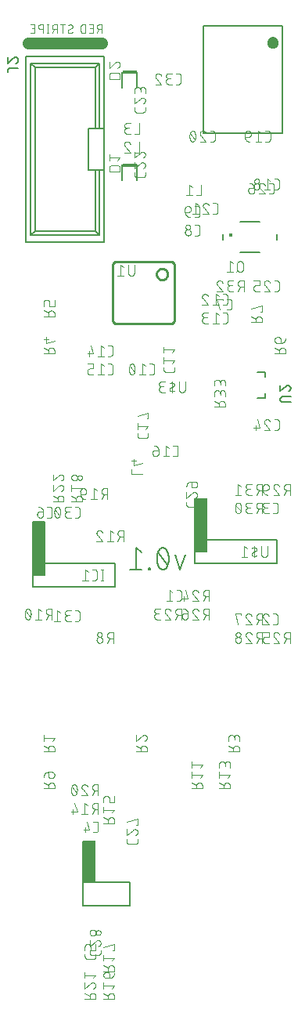
<source format=gbr>
G04 EAGLE Gerber RS-274X export*
G75*
%MOMM*%
%FSLAX34Y34*%
%LPD*%
%INSilkscreen Bottom*%
%IPPOS*%
%AMOC8*
5,1,8,0,0,1.08239X$1,22.5*%
G01*
%ADD10C,1.270000*%
%ADD11C,0.076200*%
%ADD12C,0.203200*%
%ADD13C,0.254000*%
%ADD14C,0.101600*%
%ADD15C,0.127000*%
%ADD16C,1.016000*%
%ADD17C,0.364000*%
%ADD18C,0.152400*%
%ADD19R,1.575000X0.300000*%

G36*
X203315Y499377D02*
X203315Y499377D01*
X203381Y499379D01*
X203424Y499397D01*
X203471Y499405D01*
X203528Y499439D01*
X203588Y499464D01*
X203623Y499495D01*
X203664Y499520D01*
X203706Y499571D01*
X203754Y499615D01*
X203776Y499657D01*
X203805Y499694D01*
X203826Y499756D01*
X203857Y499815D01*
X203865Y499869D01*
X203877Y499906D01*
X203876Y499946D01*
X203884Y500000D01*
X203884Y557150D01*
X203873Y557215D01*
X203871Y557281D01*
X203853Y557324D01*
X203845Y557371D01*
X203811Y557428D01*
X203786Y557488D01*
X203755Y557523D01*
X203730Y557564D01*
X203679Y557606D01*
X203635Y557654D01*
X203593Y557676D01*
X203556Y557705D01*
X203494Y557726D01*
X203435Y557757D01*
X203381Y557765D01*
X203344Y557777D01*
X203304Y557776D01*
X203250Y557784D01*
X190550Y557784D01*
X190485Y557773D01*
X190419Y557771D01*
X190376Y557753D01*
X190329Y557745D01*
X190272Y557711D01*
X190212Y557686D01*
X190177Y557655D01*
X190136Y557630D01*
X190095Y557579D01*
X190046Y557535D01*
X190024Y557493D01*
X189995Y557456D01*
X189974Y557394D01*
X189943Y557335D01*
X189935Y557281D01*
X189923Y557244D01*
X189924Y557204D01*
X189916Y557150D01*
X189916Y500000D01*
X189927Y499935D01*
X189929Y499869D01*
X189947Y499826D01*
X189955Y499779D01*
X189989Y499722D01*
X190014Y499662D01*
X190045Y499627D01*
X190070Y499586D01*
X190121Y499545D01*
X190165Y499496D01*
X190207Y499474D01*
X190244Y499445D01*
X190306Y499424D01*
X190365Y499393D01*
X190419Y499385D01*
X190456Y499373D01*
X190496Y499374D01*
X190550Y499366D01*
X203250Y499366D01*
X203315Y499377D01*
G37*
G36*
X28315Y474377D02*
X28315Y474377D01*
X28381Y474379D01*
X28424Y474397D01*
X28471Y474405D01*
X28528Y474439D01*
X28588Y474464D01*
X28623Y474495D01*
X28664Y474520D01*
X28706Y474571D01*
X28754Y474615D01*
X28776Y474657D01*
X28805Y474694D01*
X28826Y474756D01*
X28857Y474815D01*
X28865Y474869D01*
X28877Y474906D01*
X28876Y474946D01*
X28884Y475000D01*
X28884Y532150D01*
X28873Y532215D01*
X28871Y532281D01*
X28853Y532324D01*
X28845Y532371D01*
X28811Y532428D01*
X28786Y532488D01*
X28755Y532523D01*
X28730Y532564D01*
X28679Y532606D01*
X28635Y532654D01*
X28593Y532676D01*
X28556Y532705D01*
X28494Y532726D01*
X28435Y532757D01*
X28381Y532765D01*
X28344Y532777D01*
X28304Y532776D01*
X28250Y532784D01*
X15550Y532784D01*
X15485Y532773D01*
X15419Y532771D01*
X15376Y532753D01*
X15329Y532745D01*
X15272Y532711D01*
X15212Y532686D01*
X15177Y532655D01*
X15136Y532630D01*
X15095Y532579D01*
X15046Y532535D01*
X15024Y532493D01*
X14995Y532456D01*
X14974Y532394D01*
X14943Y532335D01*
X14935Y532281D01*
X14923Y532244D01*
X14924Y532204D01*
X14916Y532150D01*
X14916Y475000D01*
X14927Y474935D01*
X14929Y474869D01*
X14947Y474826D01*
X14955Y474779D01*
X14989Y474722D01*
X15014Y474662D01*
X15045Y474627D01*
X15070Y474586D01*
X15121Y474545D01*
X15165Y474496D01*
X15207Y474474D01*
X15244Y474445D01*
X15306Y474424D01*
X15365Y474393D01*
X15419Y474385D01*
X15456Y474373D01*
X15496Y474374D01*
X15550Y474366D01*
X28250Y474366D01*
X28315Y474377D01*
G37*
G36*
X82365Y142077D02*
X82365Y142077D01*
X82431Y142079D01*
X82474Y142097D01*
X82521Y142105D01*
X82578Y142139D01*
X82638Y142164D01*
X82673Y142195D01*
X82714Y142220D01*
X82756Y142271D01*
X82804Y142315D01*
X82826Y142357D01*
X82855Y142394D01*
X82876Y142456D01*
X82907Y142515D01*
X82915Y142569D01*
X82927Y142606D01*
X82926Y142646D01*
X82934Y142700D01*
X82934Y187150D01*
X82923Y187215D01*
X82921Y187281D01*
X82903Y187324D01*
X82895Y187371D01*
X82861Y187428D01*
X82836Y187488D01*
X82805Y187523D01*
X82780Y187564D01*
X82729Y187606D01*
X82685Y187654D01*
X82643Y187676D01*
X82606Y187705D01*
X82544Y187726D01*
X82485Y187757D01*
X82431Y187765D01*
X82394Y187777D01*
X82354Y187776D01*
X82300Y187784D01*
X69600Y187784D01*
X69535Y187773D01*
X69469Y187771D01*
X69426Y187753D01*
X69379Y187745D01*
X69322Y187711D01*
X69262Y187686D01*
X69227Y187655D01*
X69186Y187630D01*
X69145Y187579D01*
X69096Y187535D01*
X69074Y187493D01*
X69045Y187456D01*
X69024Y187394D01*
X68993Y187335D01*
X68985Y187281D01*
X68973Y187244D01*
X68974Y187204D01*
X68966Y187150D01*
X68966Y142700D01*
X68977Y142635D01*
X68979Y142569D01*
X68997Y142526D01*
X69005Y142479D01*
X69039Y142422D01*
X69064Y142362D01*
X69095Y142327D01*
X69120Y142286D01*
X69171Y142245D01*
X69215Y142196D01*
X69257Y142174D01*
X69294Y142145D01*
X69356Y142124D01*
X69415Y142093D01*
X69469Y142085D01*
X69506Y142073D01*
X69546Y142074D01*
X69600Y142066D01*
X82300Y142066D01*
X82365Y142077D01*
G37*
D10*
X90000Y1050000D02*
X10000Y1050000D01*
D11*
X89619Y1060381D02*
X89619Y1069779D01*
X87008Y1069779D01*
X86907Y1069777D01*
X86806Y1069771D01*
X86705Y1069761D01*
X86605Y1069748D01*
X86505Y1069730D01*
X86406Y1069709D01*
X86308Y1069683D01*
X86211Y1069654D01*
X86115Y1069622D01*
X86021Y1069585D01*
X85928Y1069545D01*
X85836Y1069501D01*
X85747Y1069454D01*
X85659Y1069403D01*
X85573Y1069349D01*
X85490Y1069292D01*
X85408Y1069232D01*
X85330Y1069168D01*
X85253Y1069102D01*
X85180Y1069032D01*
X85109Y1068960D01*
X85041Y1068885D01*
X84976Y1068807D01*
X84914Y1068727D01*
X84855Y1068645D01*
X84799Y1068560D01*
X84747Y1068474D01*
X84698Y1068385D01*
X84652Y1068294D01*
X84611Y1068202D01*
X84572Y1068108D01*
X84538Y1068013D01*
X84507Y1067917D01*
X84480Y1067819D01*
X84456Y1067721D01*
X84437Y1067621D01*
X84421Y1067521D01*
X84409Y1067421D01*
X84401Y1067320D01*
X84397Y1067219D01*
X84397Y1067117D01*
X84401Y1067016D01*
X84409Y1066915D01*
X84421Y1066815D01*
X84437Y1066715D01*
X84456Y1066615D01*
X84480Y1066517D01*
X84507Y1066419D01*
X84538Y1066323D01*
X84572Y1066228D01*
X84611Y1066134D01*
X84652Y1066042D01*
X84698Y1065951D01*
X84747Y1065863D01*
X84799Y1065776D01*
X84855Y1065691D01*
X84914Y1065609D01*
X84976Y1065529D01*
X85041Y1065451D01*
X85109Y1065376D01*
X85180Y1065304D01*
X85253Y1065234D01*
X85330Y1065168D01*
X85408Y1065104D01*
X85490Y1065044D01*
X85573Y1064987D01*
X85659Y1064933D01*
X85747Y1064882D01*
X85836Y1064835D01*
X85928Y1064791D01*
X86021Y1064751D01*
X86115Y1064714D01*
X86211Y1064682D01*
X86308Y1064653D01*
X86406Y1064627D01*
X86505Y1064606D01*
X86605Y1064588D01*
X86705Y1064575D01*
X86806Y1064565D01*
X86907Y1064559D01*
X87008Y1064557D01*
X87008Y1064558D02*
X89619Y1064558D01*
X86486Y1064558D02*
X84398Y1060381D01*
X80210Y1060381D02*
X76033Y1060381D01*
X80210Y1060381D02*
X80210Y1069779D01*
X76033Y1069779D01*
X77077Y1065602D02*
X80210Y1065602D01*
X72303Y1069779D02*
X72303Y1060381D01*
X72303Y1069779D02*
X69692Y1069779D01*
X69592Y1069777D01*
X69492Y1069771D01*
X69393Y1069762D01*
X69293Y1069748D01*
X69195Y1069731D01*
X69097Y1069710D01*
X69000Y1069686D01*
X68904Y1069657D01*
X68809Y1069625D01*
X68716Y1069590D01*
X68624Y1069551D01*
X68533Y1069508D01*
X68445Y1069462D01*
X68358Y1069412D01*
X68273Y1069360D01*
X68190Y1069304D01*
X68109Y1069245D01*
X68031Y1069182D01*
X67955Y1069117D01*
X67881Y1069049D01*
X67811Y1068979D01*
X67743Y1068905D01*
X67678Y1068829D01*
X67615Y1068751D01*
X67556Y1068670D01*
X67500Y1068587D01*
X67448Y1068502D01*
X67398Y1068415D01*
X67352Y1068327D01*
X67309Y1068236D01*
X67270Y1068144D01*
X67235Y1068051D01*
X67203Y1067956D01*
X67174Y1067860D01*
X67150Y1067763D01*
X67129Y1067665D01*
X67112Y1067567D01*
X67098Y1067467D01*
X67089Y1067368D01*
X67083Y1067268D01*
X67081Y1067168D01*
X67081Y1062992D01*
X67083Y1062892D01*
X67089Y1062792D01*
X67098Y1062693D01*
X67112Y1062593D01*
X67129Y1062495D01*
X67150Y1062397D01*
X67174Y1062300D01*
X67203Y1062204D01*
X67235Y1062109D01*
X67270Y1062016D01*
X67309Y1061924D01*
X67352Y1061833D01*
X67398Y1061745D01*
X67448Y1061658D01*
X67500Y1061573D01*
X67556Y1061490D01*
X67615Y1061409D01*
X67678Y1061331D01*
X67743Y1061255D01*
X67811Y1061181D01*
X67881Y1061111D01*
X67955Y1061043D01*
X68031Y1060978D01*
X68109Y1060915D01*
X68190Y1060856D01*
X68273Y1060800D01*
X68358Y1060748D01*
X68445Y1060698D01*
X68533Y1060652D01*
X68624Y1060609D01*
X68716Y1060570D01*
X68809Y1060535D01*
X68904Y1060503D01*
X69000Y1060474D01*
X69097Y1060450D01*
X69195Y1060429D01*
X69293Y1060412D01*
X69393Y1060398D01*
X69492Y1060389D01*
X69592Y1060383D01*
X69692Y1060381D01*
X72303Y1060381D01*
X55149Y1060381D02*
X55060Y1060383D01*
X54972Y1060389D01*
X54884Y1060398D01*
X54796Y1060411D01*
X54709Y1060428D01*
X54623Y1060448D01*
X54538Y1060473D01*
X54453Y1060500D01*
X54370Y1060532D01*
X54289Y1060566D01*
X54209Y1060605D01*
X54131Y1060646D01*
X54054Y1060691D01*
X53980Y1060739D01*
X53907Y1060790D01*
X53837Y1060844D01*
X53770Y1060902D01*
X53704Y1060962D01*
X53642Y1061024D01*
X53582Y1061090D01*
X53524Y1061157D01*
X53470Y1061227D01*
X53419Y1061300D01*
X53371Y1061374D01*
X53326Y1061451D01*
X53285Y1061529D01*
X53246Y1061609D01*
X53212Y1061690D01*
X53180Y1061773D01*
X53153Y1061858D01*
X53128Y1061943D01*
X53108Y1062029D01*
X53091Y1062116D01*
X53078Y1062204D01*
X53069Y1062292D01*
X53063Y1062380D01*
X53061Y1062469D01*
X55149Y1060381D02*
X55278Y1060383D01*
X55407Y1060389D01*
X55536Y1060398D01*
X55664Y1060411D01*
X55792Y1060428D01*
X55919Y1060449D01*
X56046Y1060473D01*
X56172Y1060501D01*
X56297Y1060533D01*
X56421Y1060568D01*
X56544Y1060607D01*
X56666Y1060650D01*
X56786Y1060696D01*
X56905Y1060746D01*
X57023Y1060799D01*
X57139Y1060855D01*
X57253Y1060915D01*
X57366Y1060978D01*
X57476Y1061045D01*
X57585Y1061114D01*
X57691Y1061187D01*
X57796Y1061263D01*
X57898Y1061342D01*
X57998Y1061424D01*
X58095Y1061508D01*
X58190Y1061596D01*
X58282Y1061686D01*
X58020Y1067691D02*
X58018Y1067780D01*
X58012Y1067868D01*
X58003Y1067956D01*
X57990Y1068044D01*
X57973Y1068131D01*
X57953Y1068217D01*
X57928Y1068302D01*
X57901Y1068387D01*
X57869Y1068470D01*
X57835Y1068551D01*
X57796Y1068631D01*
X57755Y1068709D01*
X57710Y1068786D01*
X57662Y1068860D01*
X57611Y1068933D01*
X57557Y1069003D01*
X57499Y1069070D01*
X57439Y1069136D01*
X57377Y1069198D01*
X57311Y1069258D01*
X57244Y1069316D01*
X57174Y1069370D01*
X57101Y1069421D01*
X57027Y1069469D01*
X56950Y1069514D01*
X56872Y1069555D01*
X56792Y1069594D01*
X56711Y1069628D01*
X56628Y1069660D01*
X56543Y1069687D01*
X56458Y1069712D01*
X56372Y1069732D01*
X56285Y1069749D01*
X56197Y1069762D01*
X56109Y1069771D01*
X56021Y1069777D01*
X55932Y1069779D01*
X55812Y1069777D01*
X55692Y1069772D01*
X55573Y1069762D01*
X55453Y1069750D01*
X55334Y1069733D01*
X55216Y1069713D01*
X55098Y1069689D01*
X54982Y1069662D01*
X54866Y1069631D01*
X54751Y1069597D01*
X54637Y1069559D01*
X54524Y1069517D01*
X54413Y1069472D01*
X54303Y1069424D01*
X54195Y1069373D01*
X54088Y1069318D01*
X53983Y1069260D01*
X53880Y1069198D01*
X53779Y1069134D01*
X53679Y1069066D01*
X53582Y1068996D01*
X56977Y1065864D02*
X57055Y1065912D01*
X57131Y1065964D01*
X57204Y1066018D01*
X57275Y1066076D01*
X57344Y1066137D01*
X57410Y1066201D01*
X57473Y1066268D01*
X57533Y1066337D01*
X57590Y1066409D01*
X57644Y1066483D01*
X57694Y1066560D01*
X57742Y1066639D01*
X57785Y1066719D01*
X57826Y1066802D01*
X57862Y1066886D01*
X57895Y1066971D01*
X57924Y1067058D01*
X57950Y1067147D01*
X57972Y1067236D01*
X57989Y1067326D01*
X58003Y1067416D01*
X58013Y1067508D01*
X58019Y1067599D01*
X58021Y1067691D01*
X54105Y1064296D02*
X54027Y1064248D01*
X53951Y1064196D01*
X53878Y1064142D01*
X53807Y1064084D01*
X53738Y1064023D01*
X53672Y1063959D01*
X53609Y1063892D01*
X53549Y1063823D01*
X53492Y1063751D01*
X53438Y1063677D01*
X53388Y1063600D01*
X53340Y1063521D01*
X53297Y1063441D01*
X53256Y1063358D01*
X53220Y1063274D01*
X53187Y1063189D01*
X53158Y1063102D01*
X53132Y1063013D01*
X53110Y1062924D01*
X53093Y1062834D01*
X53079Y1062744D01*
X53069Y1062652D01*
X53063Y1062561D01*
X53061Y1062469D01*
X54105Y1064297D02*
X56977Y1065863D01*
X47442Y1069779D02*
X47442Y1060381D01*
X50052Y1069779D02*
X44831Y1069779D01*
X41156Y1069779D02*
X41156Y1060381D01*
X41156Y1069779D02*
X38546Y1069779D01*
X38445Y1069777D01*
X38344Y1069771D01*
X38243Y1069761D01*
X38143Y1069748D01*
X38043Y1069730D01*
X37944Y1069709D01*
X37846Y1069683D01*
X37749Y1069654D01*
X37653Y1069622D01*
X37559Y1069585D01*
X37466Y1069545D01*
X37374Y1069501D01*
X37285Y1069454D01*
X37197Y1069403D01*
X37111Y1069349D01*
X37028Y1069292D01*
X36946Y1069232D01*
X36868Y1069168D01*
X36791Y1069102D01*
X36718Y1069032D01*
X36647Y1068960D01*
X36579Y1068885D01*
X36514Y1068807D01*
X36452Y1068727D01*
X36393Y1068645D01*
X36337Y1068560D01*
X36285Y1068474D01*
X36236Y1068385D01*
X36190Y1068294D01*
X36149Y1068202D01*
X36110Y1068108D01*
X36076Y1068013D01*
X36045Y1067917D01*
X36018Y1067819D01*
X35994Y1067721D01*
X35975Y1067621D01*
X35959Y1067521D01*
X35947Y1067421D01*
X35939Y1067320D01*
X35935Y1067219D01*
X35935Y1067117D01*
X35939Y1067016D01*
X35947Y1066915D01*
X35959Y1066815D01*
X35975Y1066715D01*
X35994Y1066615D01*
X36018Y1066517D01*
X36045Y1066419D01*
X36076Y1066323D01*
X36110Y1066228D01*
X36149Y1066134D01*
X36190Y1066042D01*
X36236Y1065951D01*
X36285Y1065863D01*
X36337Y1065776D01*
X36393Y1065691D01*
X36452Y1065609D01*
X36514Y1065529D01*
X36579Y1065451D01*
X36647Y1065376D01*
X36718Y1065304D01*
X36791Y1065234D01*
X36868Y1065168D01*
X36946Y1065104D01*
X37028Y1065044D01*
X37111Y1064987D01*
X37197Y1064933D01*
X37285Y1064882D01*
X37374Y1064835D01*
X37466Y1064791D01*
X37559Y1064751D01*
X37653Y1064714D01*
X37749Y1064682D01*
X37846Y1064653D01*
X37944Y1064627D01*
X38043Y1064606D01*
X38143Y1064588D01*
X38243Y1064575D01*
X38344Y1064565D01*
X38445Y1064559D01*
X38546Y1064557D01*
X38546Y1064558D02*
X41156Y1064558D01*
X38023Y1064558D02*
X35935Y1060381D01*
X31287Y1060381D02*
X31287Y1069779D01*
X32332Y1060381D02*
X30243Y1060381D01*
X30243Y1069779D02*
X32332Y1069779D01*
X26147Y1069779D02*
X26147Y1060381D01*
X26147Y1069779D02*
X23536Y1069779D01*
X23435Y1069777D01*
X23334Y1069771D01*
X23233Y1069761D01*
X23133Y1069748D01*
X23033Y1069730D01*
X22934Y1069709D01*
X22836Y1069683D01*
X22739Y1069654D01*
X22643Y1069622D01*
X22549Y1069585D01*
X22456Y1069545D01*
X22364Y1069501D01*
X22275Y1069454D01*
X22187Y1069403D01*
X22101Y1069349D01*
X22018Y1069292D01*
X21936Y1069232D01*
X21858Y1069168D01*
X21781Y1069102D01*
X21708Y1069032D01*
X21637Y1068960D01*
X21569Y1068885D01*
X21504Y1068807D01*
X21442Y1068727D01*
X21383Y1068645D01*
X21327Y1068560D01*
X21275Y1068474D01*
X21226Y1068385D01*
X21180Y1068294D01*
X21139Y1068202D01*
X21100Y1068108D01*
X21066Y1068013D01*
X21035Y1067917D01*
X21008Y1067819D01*
X20984Y1067721D01*
X20965Y1067621D01*
X20949Y1067521D01*
X20937Y1067421D01*
X20929Y1067320D01*
X20925Y1067219D01*
X20925Y1067117D01*
X20929Y1067016D01*
X20937Y1066915D01*
X20949Y1066815D01*
X20965Y1066715D01*
X20984Y1066615D01*
X21008Y1066517D01*
X21035Y1066419D01*
X21066Y1066323D01*
X21100Y1066228D01*
X21139Y1066134D01*
X21180Y1066042D01*
X21226Y1065951D01*
X21275Y1065863D01*
X21327Y1065776D01*
X21383Y1065691D01*
X21442Y1065609D01*
X21504Y1065529D01*
X21569Y1065451D01*
X21637Y1065376D01*
X21708Y1065304D01*
X21781Y1065234D01*
X21858Y1065168D01*
X21936Y1065104D01*
X22018Y1065044D01*
X22101Y1064987D01*
X22187Y1064933D01*
X22275Y1064882D01*
X22364Y1064835D01*
X22456Y1064791D01*
X22549Y1064751D01*
X22643Y1064714D01*
X22739Y1064682D01*
X22836Y1064653D01*
X22934Y1064627D01*
X23033Y1064606D01*
X23133Y1064588D01*
X23233Y1064575D01*
X23334Y1064565D01*
X23435Y1064559D01*
X23536Y1064557D01*
X23536Y1064558D02*
X26147Y1064558D01*
X17117Y1060381D02*
X12940Y1060381D01*
X17117Y1060381D02*
X17117Y1069779D01*
X12940Y1069779D01*
X13984Y1065602D02*
X17117Y1065602D01*
D12*
X179853Y496595D02*
X174660Y481016D01*
X169467Y496595D01*
X162360Y492700D02*
X162355Y493160D01*
X162338Y493619D01*
X162311Y494078D01*
X162272Y494536D01*
X162223Y494993D01*
X162163Y495449D01*
X162092Y495903D01*
X162010Y496356D01*
X161917Y496806D01*
X161814Y497254D01*
X161700Y497699D01*
X161575Y498142D01*
X161440Y498581D01*
X161294Y499017D01*
X161138Y499449D01*
X160972Y499878D01*
X160796Y500303D01*
X160609Y500723D01*
X160413Y501138D01*
X160412Y501139D02*
X160367Y501266D01*
X160317Y501392D01*
X160265Y501517D01*
X160208Y501640D01*
X160148Y501762D01*
X160085Y501881D01*
X160019Y501999D01*
X159949Y502115D01*
X159876Y502229D01*
X159800Y502341D01*
X159720Y502451D01*
X159638Y502558D01*
X159552Y502663D01*
X159464Y502766D01*
X159373Y502866D01*
X159279Y502964D01*
X159182Y503058D01*
X159083Y503150D01*
X158981Y503240D01*
X158877Y503326D01*
X158770Y503409D01*
X158661Y503489D01*
X158549Y503566D01*
X158436Y503640D01*
X158321Y503711D01*
X158203Y503779D01*
X158084Y503843D01*
X157963Y503904D01*
X157840Y503961D01*
X157716Y504015D01*
X157590Y504065D01*
X157463Y504112D01*
X157335Y504155D01*
X157205Y504194D01*
X157075Y504230D01*
X156943Y504262D01*
X156811Y504291D01*
X156678Y504315D01*
X156544Y504336D01*
X156410Y504353D01*
X156275Y504367D01*
X156140Y504376D01*
X156004Y504382D01*
X155869Y504384D01*
X155734Y504382D01*
X155598Y504376D01*
X155463Y504367D01*
X155329Y504353D01*
X155194Y504336D01*
X155060Y504315D01*
X154927Y504291D01*
X154795Y504262D01*
X154663Y504230D01*
X154533Y504194D01*
X154403Y504155D01*
X154275Y504112D01*
X154148Y504065D01*
X154022Y504015D01*
X153898Y503961D01*
X153775Y503904D01*
X153654Y503843D01*
X153535Y503779D01*
X153417Y503711D01*
X153302Y503640D01*
X153189Y503567D01*
X153077Y503489D01*
X152968Y503409D01*
X152861Y503326D01*
X152757Y503240D01*
X152655Y503150D01*
X152556Y503058D01*
X152459Y502964D01*
X152365Y502866D01*
X152274Y502766D01*
X152186Y502663D01*
X152100Y502558D01*
X152018Y502451D01*
X151938Y502341D01*
X151862Y502229D01*
X151789Y502115D01*
X151719Y501999D01*
X151653Y501881D01*
X151590Y501762D01*
X151530Y501640D01*
X151473Y501517D01*
X151421Y501392D01*
X151371Y501266D01*
X151326Y501139D01*
X151325Y501139D02*
X151129Y500723D01*
X150942Y500303D01*
X150766Y499878D01*
X150600Y499450D01*
X150444Y499017D01*
X150298Y498581D01*
X150163Y498142D01*
X150038Y497699D01*
X149924Y497254D01*
X149821Y496806D01*
X149728Y496356D01*
X149646Y495903D01*
X149575Y495449D01*
X149515Y494993D01*
X149466Y494536D01*
X149427Y494078D01*
X149400Y493619D01*
X149383Y493160D01*
X149378Y492700D01*
X162360Y492700D02*
X162355Y492240D01*
X162338Y491781D01*
X162311Y491322D01*
X162272Y490864D01*
X162223Y490407D01*
X162163Y489951D01*
X162092Y489497D01*
X162010Y489045D01*
X161917Y488594D01*
X161814Y488146D01*
X161700Y487701D01*
X161575Y487258D01*
X161440Y486819D01*
X161294Y486383D01*
X161138Y485951D01*
X160972Y485522D01*
X160796Y485097D01*
X160609Y484677D01*
X160413Y484262D01*
X160412Y484261D02*
X160367Y484134D01*
X160317Y484008D01*
X160265Y483883D01*
X160208Y483760D01*
X160148Y483638D01*
X160085Y483519D01*
X160019Y483401D01*
X159949Y483285D01*
X159876Y483171D01*
X159800Y483059D01*
X159720Y482949D01*
X159638Y482842D01*
X159552Y482737D01*
X159464Y482634D01*
X159373Y482534D01*
X159279Y482436D01*
X159182Y482342D01*
X159083Y482250D01*
X158981Y482160D01*
X158877Y482074D01*
X158770Y481991D01*
X158661Y481911D01*
X158549Y481833D01*
X158436Y481760D01*
X158321Y481689D01*
X158203Y481621D01*
X158084Y481557D01*
X157963Y481496D01*
X157840Y481439D01*
X157716Y481385D01*
X157590Y481335D01*
X157463Y481288D01*
X157335Y481245D01*
X157205Y481206D01*
X157075Y481170D01*
X156943Y481138D01*
X156811Y481109D01*
X156678Y481085D01*
X156544Y481064D01*
X156409Y481047D01*
X156275Y481033D01*
X156140Y481024D01*
X156004Y481018D01*
X155869Y481016D01*
X151325Y484262D02*
X151129Y484677D01*
X150942Y485097D01*
X150766Y485522D01*
X150600Y485950D01*
X150444Y486383D01*
X150298Y486819D01*
X150163Y487258D01*
X150038Y487701D01*
X149924Y488146D01*
X149821Y488594D01*
X149728Y489044D01*
X149646Y489497D01*
X149575Y489951D01*
X149515Y490407D01*
X149466Y490864D01*
X149427Y491322D01*
X149400Y491781D01*
X149383Y492240D01*
X149378Y492700D01*
X151326Y484261D02*
X151371Y484134D01*
X151421Y484008D01*
X151473Y483883D01*
X151530Y483760D01*
X151590Y483638D01*
X151653Y483519D01*
X151719Y483401D01*
X151789Y483285D01*
X151862Y483171D01*
X151938Y483059D01*
X152018Y482949D01*
X152100Y482842D01*
X152186Y482737D01*
X152274Y482634D01*
X152365Y482534D01*
X152459Y482436D01*
X152556Y482342D01*
X152655Y482250D01*
X152757Y482160D01*
X152862Y482074D01*
X152968Y481991D01*
X153077Y481911D01*
X153189Y481833D01*
X153302Y481760D01*
X153417Y481689D01*
X153535Y481621D01*
X153654Y481557D01*
X153775Y481496D01*
X153898Y481439D01*
X154022Y481385D01*
X154148Y481335D01*
X154275Y481288D01*
X154403Y481245D01*
X154533Y481206D01*
X154663Y481170D01*
X154795Y481138D01*
X154927Y481109D01*
X155060Y481085D01*
X155194Y481064D01*
X155329Y481047D01*
X155463Y481033D01*
X155598Y481024D01*
X155734Y481018D01*
X155869Y481016D01*
X161062Y486209D02*
X150676Y499191D01*
X141903Y482314D02*
X141903Y481016D01*
X141903Y482314D02*
X140605Y482314D01*
X140605Y481016D01*
X141903Y481016D01*
X133130Y499191D02*
X126639Y504384D01*
X126639Y481016D01*
X133130Y481016D02*
X120147Y481016D01*
D13*
X101250Y811000D02*
X104000Y813750D01*
X101250Y811000D02*
X101250Y749000D01*
X104000Y746250D01*
X166000Y746250D01*
X168750Y749000D01*
X168750Y811000D01*
X166000Y813750D01*
X104000Y813750D01*
X149000Y800000D02*
X149002Y800154D01*
X149008Y800309D01*
X149018Y800463D01*
X149032Y800617D01*
X149050Y800770D01*
X149071Y800923D01*
X149097Y801076D01*
X149127Y801227D01*
X149160Y801378D01*
X149198Y801528D01*
X149239Y801677D01*
X149284Y801825D01*
X149333Y801971D01*
X149386Y802117D01*
X149442Y802260D01*
X149502Y802403D01*
X149566Y802543D01*
X149633Y802683D01*
X149704Y802820D01*
X149778Y802955D01*
X149856Y803089D01*
X149937Y803220D01*
X150022Y803349D01*
X150110Y803477D01*
X150201Y803601D01*
X150295Y803724D01*
X150393Y803844D01*
X150493Y803961D01*
X150597Y804076D01*
X150703Y804188D01*
X150812Y804297D01*
X150924Y804403D01*
X151039Y804507D01*
X151156Y804607D01*
X151276Y804705D01*
X151399Y804799D01*
X151523Y804890D01*
X151651Y804978D01*
X151780Y805063D01*
X151911Y805144D01*
X152045Y805222D01*
X152180Y805296D01*
X152317Y805367D01*
X152457Y805434D01*
X152597Y805498D01*
X152740Y805558D01*
X152883Y805614D01*
X153029Y805667D01*
X153175Y805716D01*
X153323Y805761D01*
X153472Y805802D01*
X153622Y805840D01*
X153773Y805873D01*
X153924Y805903D01*
X154077Y805929D01*
X154230Y805950D01*
X154383Y805968D01*
X154537Y805982D01*
X154691Y805992D01*
X154846Y805998D01*
X155000Y806000D01*
X155154Y805998D01*
X155309Y805992D01*
X155463Y805982D01*
X155617Y805968D01*
X155770Y805950D01*
X155923Y805929D01*
X156076Y805903D01*
X156227Y805873D01*
X156378Y805840D01*
X156528Y805802D01*
X156677Y805761D01*
X156825Y805716D01*
X156971Y805667D01*
X157117Y805614D01*
X157260Y805558D01*
X157403Y805498D01*
X157543Y805434D01*
X157683Y805367D01*
X157820Y805296D01*
X157955Y805222D01*
X158089Y805144D01*
X158220Y805063D01*
X158349Y804978D01*
X158477Y804890D01*
X158601Y804799D01*
X158724Y804705D01*
X158844Y804607D01*
X158961Y804507D01*
X159076Y804403D01*
X159188Y804297D01*
X159297Y804188D01*
X159403Y804076D01*
X159507Y803961D01*
X159607Y803844D01*
X159705Y803724D01*
X159799Y803601D01*
X159890Y803477D01*
X159978Y803349D01*
X160063Y803220D01*
X160144Y803089D01*
X160222Y802955D01*
X160296Y802820D01*
X160367Y802683D01*
X160434Y802543D01*
X160498Y802403D01*
X160558Y802260D01*
X160614Y802117D01*
X160667Y801971D01*
X160716Y801825D01*
X160761Y801677D01*
X160802Y801528D01*
X160840Y801378D01*
X160873Y801227D01*
X160903Y801076D01*
X160929Y800923D01*
X160950Y800770D01*
X160968Y800617D01*
X160982Y800463D01*
X160992Y800309D01*
X160998Y800154D01*
X161000Y800000D01*
X160998Y799846D01*
X160992Y799691D01*
X160982Y799537D01*
X160968Y799383D01*
X160950Y799230D01*
X160929Y799077D01*
X160903Y798924D01*
X160873Y798773D01*
X160840Y798622D01*
X160802Y798472D01*
X160761Y798323D01*
X160716Y798175D01*
X160667Y798029D01*
X160614Y797883D01*
X160558Y797740D01*
X160498Y797597D01*
X160434Y797457D01*
X160367Y797317D01*
X160296Y797180D01*
X160222Y797045D01*
X160144Y796911D01*
X160063Y796780D01*
X159978Y796651D01*
X159890Y796523D01*
X159799Y796399D01*
X159705Y796276D01*
X159607Y796156D01*
X159507Y796039D01*
X159403Y795924D01*
X159297Y795812D01*
X159188Y795703D01*
X159076Y795597D01*
X158961Y795493D01*
X158844Y795393D01*
X158724Y795295D01*
X158601Y795201D01*
X158477Y795110D01*
X158349Y795022D01*
X158220Y794937D01*
X158089Y794856D01*
X157955Y794778D01*
X157820Y794704D01*
X157683Y794633D01*
X157543Y794566D01*
X157403Y794502D01*
X157260Y794442D01*
X157117Y794386D01*
X156971Y794333D01*
X156825Y794284D01*
X156677Y794239D01*
X156528Y794198D01*
X156378Y794160D01*
X156227Y794127D01*
X156076Y794097D01*
X155923Y794071D01*
X155770Y794050D01*
X155617Y794032D01*
X155463Y794018D01*
X155309Y794008D01*
X155154Y794002D01*
X155000Y794000D01*
X154846Y794002D01*
X154691Y794008D01*
X154537Y794018D01*
X154383Y794032D01*
X154230Y794050D01*
X154077Y794071D01*
X153924Y794097D01*
X153773Y794127D01*
X153622Y794160D01*
X153472Y794198D01*
X153323Y794239D01*
X153175Y794284D01*
X153029Y794333D01*
X152883Y794386D01*
X152740Y794442D01*
X152597Y794502D01*
X152457Y794566D01*
X152317Y794633D01*
X152180Y794704D01*
X152045Y794778D01*
X151911Y794856D01*
X151780Y794937D01*
X151651Y795022D01*
X151523Y795110D01*
X151399Y795201D01*
X151276Y795295D01*
X151156Y795393D01*
X151039Y795493D01*
X150924Y795597D01*
X150812Y795703D01*
X150703Y795812D01*
X150597Y795924D01*
X150493Y796039D01*
X150393Y796156D01*
X150295Y796276D01*
X150201Y796399D01*
X150110Y796523D01*
X150022Y796651D01*
X149937Y796780D01*
X149856Y796911D01*
X149778Y797045D01*
X149704Y797180D01*
X149633Y797317D01*
X149566Y797457D01*
X149502Y797597D01*
X149442Y797740D01*
X149386Y797883D01*
X149333Y798029D01*
X149284Y798175D01*
X149239Y798323D01*
X149198Y798472D01*
X149160Y798622D01*
X149127Y798773D01*
X149097Y798924D01*
X149071Y799077D01*
X149050Y799230D01*
X149032Y799383D01*
X149018Y799537D01*
X149008Y799691D01*
X149002Y799846D01*
X149000Y800000D01*
D14*
X124892Y801454D02*
X124892Y809892D01*
X124892Y801454D02*
X124890Y801341D01*
X124884Y801228D01*
X124874Y801115D01*
X124860Y801002D01*
X124843Y800890D01*
X124821Y800779D01*
X124796Y800669D01*
X124766Y800559D01*
X124733Y800451D01*
X124696Y800344D01*
X124656Y800238D01*
X124611Y800134D01*
X124563Y800031D01*
X124512Y799930D01*
X124457Y799831D01*
X124399Y799734D01*
X124337Y799639D01*
X124272Y799546D01*
X124204Y799456D01*
X124133Y799368D01*
X124058Y799282D01*
X123981Y799199D01*
X123901Y799119D01*
X123818Y799042D01*
X123732Y798967D01*
X123644Y798896D01*
X123554Y798828D01*
X123461Y798763D01*
X123366Y798701D01*
X123269Y798643D01*
X123170Y798588D01*
X123069Y798537D01*
X122966Y798489D01*
X122862Y798444D01*
X122756Y798404D01*
X122649Y798367D01*
X122541Y798334D01*
X122431Y798304D01*
X122321Y798279D01*
X122210Y798257D01*
X122098Y798240D01*
X121985Y798226D01*
X121872Y798216D01*
X121759Y798210D01*
X121646Y798208D01*
X121533Y798210D01*
X121420Y798216D01*
X121307Y798226D01*
X121194Y798240D01*
X121082Y798257D01*
X120971Y798279D01*
X120861Y798304D01*
X120751Y798334D01*
X120643Y798367D01*
X120536Y798404D01*
X120430Y798444D01*
X120326Y798489D01*
X120223Y798537D01*
X120122Y798588D01*
X120023Y798643D01*
X119926Y798701D01*
X119831Y798763D01*
X119738Y798828D01*
X119648Y798896D01*
X119560Y798967D01*
X119474Y799042D01*
X119391Y799119D01*
X119311Y799199D01*
X119234Y799282D01*
X119159Y799368D01*
X119088Y799456D01*
X119020Y799546D01*
X118955Y799639D01*
X118893Y799734D01*
X118835Y799831D01*
X118780Y799930D01*
X118729Y800031D01*
X118681Y800134D01*
X118636Y800238D01*
X118596Y800344D01*
X118559Y800451D01*
X118526Y800559D01*
X118496Y800669D01*
X118471Y800779D01*
X118449Y800890D01*
X118432Y801002D01*
X118418Y801115D01*
X118408Y801228D01*
X118402Y801341D01*
X118400Y801454D01*
X118401Y801454D02*
X118401Y809892D01*
X113081Y807296D02*
X109836Y809892D01*
X109836Y798208D01*
X113081Y798208D02*
X106590Y798208D01*
D15*
X285000Y1010000D02*
X285000Y1068000D01*
X285000Y1010000D02*
X285000Y952000D01*
X200000Y952000D01*
X200000Y1068000D01*
X285000Y1068000D01*
D16*
X274000Y1050000D02*
X274002Y1050063D01*
X274008Y1050125D01*
X274018Y1050187D01*
X274031Y1050249D01*
X274049Y1050309D01*
X274070Y1050368D01*
X274095Y1050426D01*
X274124Y1050482D01*
X274156Y1050536D01*
X274191Y1050588D01*
X274229Y1050637D01*
X274271Y1050685D01*
X274315Y1050729D01*
X274363Y1050771D01*
X274412Y1050809D01*
X274464Y1050844D01*
X274518Y1050876D01*
X274574Y1050905D01*
X274632Y1050930D01*
X274691Y1050951D01*
X274751Y1050969D01*
X274813Y1050982D01*
X274875Y1050992D01*
X274937Y1050998D01*
X275000Y1051000D01*
X275063Y1050998D01*
X275125Y1050992D01*
X275187Y1050982D01*
X275249Y1050969D01*
X275309Y1050951D01*
X275368Y1050930D01*
X275426Y1050905D01*
X275482Y1050876D01*
X275536Y1050844D01*
X275588Y1050809D01*
X275637Y1050771D01*
X275685Y1050729D01*
X275729Y1050685D01*
X275771Y1050637D01*
X275809Y1050588D01*
X275844Y1050536D01*
X275876Y1050482D01*
X275905Y1050426D01*
X275930Y1050368D01*
X275951Y1050309D01*
X275969Y1050249D01*
X275982Y1050187D01*
X275992Y1050125D01*
X275998Y1050063D01*
X276000Y1050000D01*
X275998Y1049937D01*
X275992Y1049875D01*
X275982Y1049813D01*
X275969Y1049751D01*
X275951Y1049691D01*
X275930Y1049632D01*
X275905Y1049574D01*
X275876Y1049518D01*
X275844Y1049464D01*
X275809Y1049412D01*
X275771Y1049363D01*
X275729Y1049315D01*
X275685Y1049271D01*
X275637Y1049229D01*
X275588Y1049191D01*
X275536Y1049156D01*
X275482Y1049124D01*
X275426Y1049095D01*
X275368Y1049070D01*
X275309Y1049049D01*
X275249Y1049031D01*
X275187Y1049018D01*
X275125Y1049008D01*
X275063Y1049002D01*
X275000Y1049000D01*
X274937Y1049002D01*
X274875Y1049008D01*
X274813Y1049018D01*
X274751Y1049031D01*
X274691Y1049049D01*
X274632Y1049070D01*
X274574Y1049095D01*
X274518Y1049124D01*
X274464Y1049156D01*
X274412Y1049191D01*
X274363Y1049229D01*
X274315Y1049271D01*
X274271Y1049315D01*
X274229Y1049363D01*
X274191Y1049412D01*
X274156Y1049464D01*
X274124Y1049518D01*
X274095Y1049574D01*
X274070Y1049632D01*
X274049Y1049691D01*
X274031Y1049751D01*
X274018Y1049813D01*
X274008Y1049875D01*
X274002Y1049937D01*
X274000Y1050000D01*
D15*
X190550Y500000D02*
X190550Y487300D01*
X190550Y500000D02*
X190550Y512700D01*
X190550Y557150D01*
X279450Y512700D02*
X279450Y487300D01*
X203250Y500000D02*
X190550Y500000D01*
X203250Y500000D02*
X203250Y557150D01*
X190550Y557150D01*
X190550Y487300D02*
X279450Y487300D01*
X279450Y512700D02*
X190550Y512700D01*
D14*
X269104Y505842D02*
X269104Y497404D01*
X269102Y497291D01*
X269096Y497178D01*
X269086Y497065D01*
X269072Y496952D01*
X269055Y496840D01*
X269033Y496729D01*
X269008Y496619D01*
X268978Y496509D01*
X268945Y496401D01*
X268908Y496294D01*
X268868Y496188D01*
X268823Y496084D01*
X268775Y495981D01*
X268724Y495880D01*
X268669Y495781D01*
X268611Y495684D01*
X268549Y495589D01*
X268484Y495496D01*
X268416Y495406D01*
X268345Y495318D01*
X268270Y495232D01*
X268193Y495149D01*
X268113Y495069D01*
X268030Y494992D01*
X267944Y494917D01*
X267856Y494846D01*
X267766Y494778D01*
X267673Y494713D01*
X267578Y494651D01*
X267481Y494593D01*
X267382Y494538D01*
X267281Y494487D01*
X267178Y494439D01*
X267074Y494394D01*
X266968Y494354D01*
X266861Y494317D01*
X266753Y494284D01*
X266643Y494254D01*
X266533Y494229D01*
X266422Y494207D01*
X266310Y494190D01*
X266197Y494176D01*
X266084Y494166D01*
X265971Y494160D01*
X265858Y494158D01*
X265745Y494160D01*
X265632Y494166D01*
X265519Y494176D01*
X265406Y494190D01*
X265294Y494207D01*
X265183Y494229D01*
X265073Y494254D01*
X264963Y494284D01*
X264855Y494317D01*
X264748Y494354D01*
X264642Y494394D01*
X264538Y494439D01*
X264435Y494487D01*
X264334Y494538D01*
X264235Y494593D01*
X264138Y494651D01*
X264043Y494713D01*
X263950Y494778D01*
X263860Y494846D01*
X263772Y494917D01*
X263686Y494992D01*
X263603Y495069D01*
X263523Y495149D01*
X263446Y495232D01*
X263371Y495318D01*
X263300Y495406D01*
X263232Y495496D01*
X263167Y495589D01*
X263105Y495684D01*
X263047Y495781D01*
X262992Y495880D01*
X262941Y495981D01*
X262893Y496084D01*
X262848Y496188D01*
X262808Y496294D01*
X262771Y496401D01*
X262738Y496509D01*
X262708Y496619D01*
X262683Y496729D01*
X262661Y496840D01*
X262644Y496952D01*
X262630Y497065D01*
X262620Y497178D01*
X262614Y497291D01*
X262612Y497404D01*
X262613Y497404D02*
X262613Y505842D01*
X254810Y505842D02*
X254810Y494158D01*
X254810Y500000D02*
X256432Y500974D01*
X256433Y500973D02*
X256506Y501020D01*
X256577Y501069D01*
X256647Y501122D01*
X256713Y501178D01*
X256777Y501237D01*
X256839Y501298D01*
X256897Y501362D01*
X256953Y501429D01*
X257005Y501498D01*
X257055Y501570D01*
X257101Y501644D01*
X257144Y501719D01*
X257183Y501797D01*
X257219Y501876D01*
X257251Y501957D01*
X257280Y502039D01*
X257305Y502122D01*
X257326Y502206D01*
X257343Y502291D01*
X257357Y502377D01*
X257366Y502463D01*
X257372Y502550D01*
X257374Y502637D01*
X257372Y502724D01*
X257366Y502811D01*
X257356Y502897D01*
X257343Y502983D01*
X257325Y503068D01*
X257304Y503152D01*
X257279Y503235D01*
X257250Y503318D01*
X257218Y503398D01*
X257182Y503477D01*
X257143Y503555D01*
X257100Y503630D01*
X257053Y503704D01*
X257004Y503775D01*
X256951Y503845D01*
X256896Y503911D01*
X256837Y503975D01*
X256776Y504037D01*
X256711Y504096D01*
X256645Y504151D01*
X256576Y504204D01*
X256504Y504254D01*
X256431Y504300D01*
X256355Y504343D01*
X256278Y504382D01*
X256199Y504418D01*
X256118Y504451D01*
X256036Y504479D01*
X255953Y504505D01*
X255869Y504526D01*
X255783Y504543D01*
X255783Y504544D02*
X255643Y504568D01*
X255501Y504588D01*
X255360Y504604D01*
X255218Y504615D01*
X255075Y504623D01*
X254933Y504627D01*
X254790Y504628D01*
X254647Y504624D01*
X254505Y504616D01*
X254363Y504604D01*
X254221Y504588D01*
X254080Y504569D01*
X253939Y504545D01*
X253799Y504518D01*
X253660Y504486D01*
X253522Y504451D01*
X253384Y504412D01*
X253248Y504369D01*
X253114Y504323D01*
X252980Y504272D01*
X252848Y504219D01*
X252718Y504161D01*
X252589Y504100D01*
X252462Y504035D01*
X252336Y503967D01*
X252213Y503895D01*
X254810Y500000D02*
X253187Y499026D01*
X253186Y499027D02*
X253113Y498980D01*
X253042Y498931D01*
X252972Y498878D01*
X252906Y498822D01*
X252842Y498763D01*
X252780Y498702D01*
X252722Y498638D01*
X252666Y498571D01*
X252614Y498502D01*
X252564Y498430D01*
X252518Y498356D01*
X252475Y498281D01*
X252436Y498203D01*
X252400Y498124D01*
X252368Y498043D01*
X252339Y497961D01*
X252314Y497878D01*
X252293Y497794D01*
X252276Y497709D01*
X252262Y497623D01*
X252253Y497537D01*
X252247Y497450D01*
X252245Y497363D01*
X252247Y497276D01*
X252253Y497189D01*
X252263Y497103D01*
X252276Y497017D01*
X252294Y496932D01*
X252315Y496848D01*
X252340Y496765D01*
X252369Y496682D01*
X252401Y496602D01*
X252437Y496523D01*
X252476Y496445D01*
X252519Y496370D01*
X252566Y496296D01*
X252615Y496225D01*
X252668Y496155D01*
X252723Y496089D01*
X252782Y496025D01*
X252843Y495963D01*
X252908Y495904D01*
X252974Y495849D01*
X253043Y495796D01*
X253115Y495746D01*
X253188Y495700D01*
X253264Y495657D01*
X253341Y495618D01*
X253420Y495582D01*
X253501Y495549D01*
X253583Y495521D01*
X253666Y495495D01*
X253750Y495474D01*
X253835Y495457D01*
X253836Y495456D02*
X253976Y495432D01*
X254118Y495412D01*
X254259Y495396D01*
X254401Y495385D01*
X254544Y495377D01*
X254686Y495373D01*
X254829Y495372D01*
X254972Y495376D01*
X255114Y495384D01*
X255256Y495396D01*
X255398Y495412D01*
X255539Y495431D01*
X255680Y495455D01*
X255820Y495482D01*
X255959Y495514D01*
X256097Y495549D01*
X256235Y495588D01*
X256371Y495631D01*
X256505Y495677D01*
X256639Y495728D01*
X256771Y495781D01*
X256902Y495839D01*
X257030Y495900D01*
X257157Y495965D01*
X257283Y496033D01*
X257406Y496105D01*
X247387Y503246D02*
X244142Y505842D01*
X244142Y494158D01*
X247387Y494158D02*
X240896Y494158D01*
D15*
X15550Y475000D02*
X15550Y462300D01*
X15550Y475000D02*
X15550Y487700D01*
X15550Y532150D01*
X104450Y487700D02*
X104450Y462300D01*
X28250Y475000D02*
X15550Y475000D01*
X28250Y475000D02*
X28250Y532150D01*
X15550Y532150D01*
X15550Y462300D02*
X104450Y462300D01*
X104450Y487700D02*
X15550Y487700D01*
D14*
X90308Y480842D02*
X90308Y469158D01*
X91606Y469158D02*
X89010Y469158D01*
X89010Y480842D02*
X91606Y480842D01*
X81846Y469158D02*
X79250Y469158D01*
X81846Y469158D02*
X81945Y469160D01*
X82045Y469166D01*
X82144Y469175D01*
X82242Y469188D01*
X82340Y469205D01*
X82438Y469226D01*
X82534Y469251D01*
X82629Y469279D01*
X82723Y469311D01*
X82816Y469346D01*
X82908Y469385D01*
X82998Y469428D01*
X83086Y469473D01*
X83173Y469523D01*
X83257Y469575D01*
X83340Y469631D01*
X83420Y469689D01*
X83498Y469751D01*
X83573Y469816D01*
X83646Y469884D01*
X83716Y469954D01*
X83784Y470027D01*
X83849Y470102D01*
X83911Y470180D01*
X83969Y470260D01*
X84025Y470343D01*
X84077Y470427D01*
X84127Y470514D01*
X84172Y470602D01*
X84215Y470692D01*
X84254Y470784D01*
X84289Y470877D01*
X84321Y470971D01*
X84349Y471066D01*
X84374Y471162D01*
X84395Y471260D01*
X84412Y471358D01*
X84425Y471456D01*
X84434Y471555D01*
X84440Y471655D01*
X84442Y471754D01*
X84443Y471754D02*
X84443Y478246D01*
X84442Y478246D02*
X84440Y478345D01*
X84434Y478445D01*
X84425Y478544D01*
X84412Y478642D01*
X84395Y478740D01*
X84374Y478838D01*
X84349Y478934D01*
X84321Y479029D01*
X84289Y479123D01*
X84254Y479216D01*
X84215Y479308D01*
X84172Y479398D01*
X84127Y479486D01*
X84077Y479573D01*
X84025Y479657D01*
X83969Y479740D01*
X83911Y479820D01*
X83849Y479898D01*
X83784Y479973D01*
X83716Y480046D01*
X83646Y480116D01*
X83573Y480184D01*
X83498Y480249D01*
X83420Y480311D01*
X83340Y480369D01*
X83257Y480425D01*
X83173Y480477D01*
X83086Y480527D01*
X82998Y480572D01*
X82908Y480615D01*
X82816Y480654D01*
X82723Y480689D01*
X82629Y480721D01*
X82534Y480749D01*
X82438Y480774D01*
X82340Y480795D01*
X82242Y480812D01*
X82144Y480825D01*
X82045Y480834D01*
X81945Y480840D01*
X81846Y480842D01*
X79250Y480842D01*
X74885Y478246D02*
X71639Y480842D01*
X71639Y469158D01*
X68394Y469158D02*
X74885Y469158D01*
D15*
X69600Y142700D02*
X69600Y117300D01*
X69600Y142700D02*
X69600Y174450D01*
X120400Y142700D02*
X120400Y117300D01*
X69600Y117300D01*
X82300Y142700D02*
X120400Y142700D01*
X82300Y142700D02*
X69600Y142700D01*
X82300Y142700D02*
X82300Y187150D01*
X69600Y187150D01*
X69600Y174450D01*
D12*
X239500Y823500D02*
X260500Y823500D01*
X279000Y837000D02*
X279000Y843000D01*
X260500Y856500D02*
X239500Y856500D01*
X221000Y843000D02*
X221000Y837000D01*
D17*
X229500Y842000D03*
D14*
X242743Y810846D02*
X242743Y805654D01*
X242743Y810846D02*
X242741Y810959D01*
X242735Y811072D01*
X242725Y811185D01*
X242711Y811298D01*
X242694Y811410D01*
X242672Y811521D01*
X242647Y811631D01*
X242617Y811741D01*
X242584Y811849D01*
X242547Y811956D01*
X242507Y812062D01*
X242462Y812166D01*
X242414Y812269D01*
X242363Y812370D01*
X242308Y812469D01*
X242250Y812566D01*
X242188Y812661D01*
X242123Y812754D01*
X242055Y812844D01*
X241984Y812932D01*
X241909Y813018D01*
X241832Y813101D01*
X241752Y813181D01*
X241669Y813258D01*
X241583Y813333D01*
X241495Y813404D01*
X241405Y813472D01*
X241312Y813537D01*
X241217Y813599D01*
X241120Y813657D01*
X241021Y813712D01*
X240920Y813763D01*
X240817Y813811D01*
X240713Y813856D01*
X240607Y813896D01*
X240500Y813933D01*
X240392Y813966D01*
X240282Y813996D01*
X240172Y814021D01*
X240061Y814043D01*
X239949Y814060D01*
X239836Y814074D01*
X239723Y814084D01*
X239610Y814090D01*
X239497Y814092D01*
X239384Y814090D01*
X239271Y814084D01*
X239158Y814074D01*
X239045Y814060D01*
X238933Y814043D01*
X238822Y814021D01*
X238712Y813996D01*
X238602Y813966D01*
X238494Y813933D01*
X238387Y813896D01*
X238281Y813856D01*
X238177Y813811D01*
X238074Y813763D01*
X237973Y813712D01*
X237874Y813657D01*
X237777Y813599D01*
X237682Y813537D01*
X237589Y813472D01*
X237499Y813404D01*
X237411Y813333D01*
X237325Y813258D01*
X237242Y813181D01*
X237162Y813101D01*
X237085Y813018D01*
X237010Y812932D01*
X236939Y812844D01*
X236871Y812754D01*
X236806Y812661D01*
X236744Y812566D01*
X236686Y812469D01*
X236631Y812370D01*
X236580Y812269D01*
X236532Y812166D01*
X236487Y812062D01*
X236447Y811956D01*
X236410Y811849D01*
X236377Y811741D01*
X236347Y811631D01*
X236322Y811521D01*
X236300Y811410D01*
X236283Y811298D01*
X236269Y811185D01*
X236259Y811072D01*
X236253Y810959D01*
X236251Y810846D01*
X236252Y810846D02*
X236252Y805654D01*
X236251Y805654D02*
X236253Y805541D01*
X236259Y805428D01*
X236269Y805315D01*
X236283Y805202D01*
X236300Y805090D01*
X236322Y804979D01*
X236347Y804869D01*
X236377Y804759D01*
X236410Y804651D01*
X236447Y804544D01*
X236487Y804438D01*
X236532Y804334D01*
X236580Y804231D01*
X236631Y804130D01*
X236686Y804031D01*
X236744Y803934D01*
X236806Y803839D01*
X236871Y803746D01*
X236939Y803656D01*
X237010Y803568D01*
X237085Y803482D01*
X237162Y803399D01*
X237242Y803319D01*
X237325Y803242D01*
X237411Y803167D01*
X237499Y803096D01*
X237589Y803028D01*
X237682Y802963D01*
X237777Y802901D01*
X237874Y802843D01*
X237973Y802788D01*
X238074Y802737D01*
X238177Y802689D01*
X238281Y802644D01*
X238387Y802604D01*
X238494Y802567D01*
X238602Y802534D01*
X238712Y802504D01*
X238822Y802479D01*
X238933Y802457D01*
X239045Y802440D01*
X239158Y802426D01*
X239271Y802416D01*
X239384Y802410D01*
X239497Y802408D01*
X239610Y802410D01*
X239723Y802416D01*
X239836Y802426D01*
X239949Y802440D01*
X240061Y802457D01*
X240172Y802479D01*
X240282Y802504D01*
X240392Y802534D01*
X240500Y802567D01*
X240607Y802604D01*
X240713Y802644D01*
X240817Y802689D01*
X240920Y802737D01*
X241021Y802788D01*
X241120Y802843D01*
X241217Y802901D01*
X241312Y802963D01*
X241405Y803028D01*
X241495Y803096D01*
X241583Y803167D01*
X241669Y803242D01*
X241752Y803319D01*
X241832Y803399D01*
X241909Y803482D01*
X241984Y803568D01*
X242055Y803656D01*
X242123Y803746D01*
X242188Y803839D01*
X242250Y803934D01*
X242308Y804031D01*
X242363Y804130D01*
X242414Y804231D01*
X242462Y804334D01*
X242507Y804438D01*
X242547Y804544D01*
X242584Y804651D01*
X242617Y804759D01*
X242647Y804869D01*
X242672Y804979D01*
X242694Y805090D01*
X242711Y805202D01*
X242725Y805315D01*
X242735Y805428D01*
X242741Y805541D01*
X242743Y805654D01*
X237550Y805004D02*
X234954Y802408D01*
X231599Y811496D02*
X228354Y814092D01*
X228354Y802408D01*
X231599Y802408D02*
X225108Y802408D01*
X38542Y284158D02*
X26858Y284158D01*
X38542Y284158D02*
X38542Y287404D01*
X38540Y287517D01*
X38534Y287630D01*
X38524Y287743D01*
X38510Y287856D01*
X38493Y287968D01*
X38471Y288079D01*
X38446Y288189D01*
X38416Y288299D01*
X38383Y288407D01*
X38346Y288514D01*
X38306Y288620D01*
X38261Y288724D01*
X38213Y288827D01*
X38162Y288928D01*
X38107Y289027D01*
X38049Y289124D01*
X37987Y289219D01*
X37922Y289312D01*
X37854Y289402D01*
X37783Y289490D01*
X37708Y289576D01*
X37631Y289659D01*
X37551Y289739D01*
X37468Y289816D01*
X37382Y289891D01*
X37294Y289962D01*
X37204Y290030D01*
X37111Y290095D01*
X37016Y290157D01*
X36919Y290215D01*
X36820Y290270D01*
X36719Y290321D01*
X36616Y290369D01*
X36512Y290414D01*
X36406Y290454D01*
X36299Y290491D01*
X36191Y290524D01*
X36081Y290554D01*
X35971Y290579D01*
X35860Y290601D01*
X35748Y290618D01*
X35635Y290632D01*
X35522Y290642D01*
X35409Y290648D01*
X35296Y290650D01*
X35183Y290648D01*
X35070Y290642D01*
X34957Y290632D01*
X34844Y290618D01*
X34732Y290601D01*
X34621Y290579D01*
X34511Y290554D01*
X34401Y290524D01*
X34293Y290491D01*
X34186Y290454D01*
X34080Y290414D01*
X33976Y290369D01*
X33873Y290321D01*
X33772Y290270D01*
X33673Y290215D01*
X33576Y290157D01*
X33481Y290095D01*
X33388Y290030D01*
X33298Y289962D01*
X33210Y289891D01*
X33124Y289816D01*
X33041Y289739D01*
X32961Y289659D01*
X32884Y289576D01*
X32809Y289490D01*
X32738Y289402D01*
X32670Y289312D01*
X32605Y289219D01*
X32543Y289124D01*
X32485Y289027D01*
X32430Y288928D01*
X32379Y288827D01*
X32331Y288724D01*
X32286Y288620D01*
X32246Y288514D01*
X32209Y288407D01*
X32176Y288299D01*
X32146Y288189D01*
X32121Y288079D01*
X32099Y287968D01*
X32082Y287856D01*
X32068Y287743D01*
X32058Y287630D01*
X32052Y287517D01*
X32050Y287404D01*
X32051Y287404D02*
X32051Y284158D01*
X32051Y288053D02*
X26858Y290649D01*
X35946Y295514D02*
X38542Y298760D01*
X26858Y298760D01*
X26858Y302005D02*
X26858Y295514D01*
X126858Y284158D02*
X138542Y284158D01*
X138542Y287404D01*
X138540Y287517D01*
X138534Y287630D01*
X138524Y287743D01*
X138510Y287856D01*
X138493Y287968D01*
X138471Y288079D01*
X138446Y288189D01*
X138416Y288299D01*
X138383Y288407D01*
X138346Y288514D01*
X138306Y288620D01*
X138261Y288724D01*
X138213Y288827D01*
X138162Y288928D01*
X138107Y289027D01*
X138049Y289124D01*
X137987Y289219D01*
X137922Y289312D01*
X137854Y289402D01*
X137783Y289490D01*
X137708Y289576D01*
X137631Y289659D01*
X137551Y289739D01*
X137468Y289816D01*
X137382Y289891D01*
X137294Y289962D01*
X137204Y290030D01*
X137111Y290095D01*
X137016Y290157D01*
X136919Y290215D01*
X136820Y290270D01*
X136719Y290321D01*
X136616Y290369D01*
X136512Y290414D01*
X136406Y290454D01*
X136299Y290491D01*
X136191Y290524D01*
X136081Y290554D01*
X135971Y290579D01*
X135860Y290601D01*
X135748Y290618D01*
X135635Y290632D01*
X135522Y290642D01*
X135409Y290648D01*
X135296Y290650D01*
X135183Y290648D01*
X135070Y290642D01*
X134957Y290632D01*
X134844Y290618D01*
X134732Y290601D01*
X134621Y290579D01*
X134511Y290554D01*
X134401Y290524D01*
X134293Y290491D01*
X134186Y290454D01*
X134080Y290414D01*
X133976Y290369D01*
X133873Y290321D01*
X133772Y290270D01*
X133673Y290215D01*
X133576Y290157D01*
X133481Y290095D01*
X133388Y290030D01*
X133298Y289962D01*
X133210Y289891D01*
X133124Y289816D01*
X133041Y289739D01*
X132961Y289659D01*
X132884Y289576D01*
X132809Y289490D01*
X132738Y289402D01*
X132670Y289312D01*
X132605Y289219D01*
X132543Y289124D01*
X132485Y289027D01*
X132430Y288928D01*
X132379Y288827D01*
X132331Y288724D01*
X132286Y288620D01*
X132246Y288514D01*
X132209Y288407D01*
X132176Y288299D01*
X132146Y288189D01*
X132121Y288079D01*
X132099Y287968D01*
X132082Y287856D01*
X132068Y287743D01*
X132058Y287630D01*
X132052Y287517D01*
X132050Y287404D01*
X132051Y287404D02*
X132051Y284158D01*
X132051Y288053D02*
X126858Y290649D01*
X135621Y302005D02*
X135728Y302003D01*
X135834Y301997D01*
X135940Y301987D01*
X136046Y301974D01*
X136152Y301956D01*
X136256Y301935D01*
X136360Y301910D01*
X136463Y301881D01*
X136564Y301849D01*
X136664Y301812D01*
X136763Y301772D01*
X136861Y301729D01*
X136957Y301682D01*
X137051Y301631D01*
X137143Y301577D01*
X137233Y301520D01*
X137321Y301460D01*
X137406Y301396D01*
X137489Y301329D01*
X137570Y301259D01*
X137648Y301187D01*
X137724Y301111D01*
X137796Y301033D01*
X137866Y300952D01*
X137933Y300869D01*
X137997Y300784D01*
X138057Y300696D01*
X138114Y300606D01*
X138168Y300514D01*
X138219Y300420D01*
X138266Y300324D01*
X138309Y300226D01*
X138349Y300127D01*
X138386Y300027D01*
X138418Y299926D01*
X138447Y299823D01*
X138472Y299719D01*
X138493Y299615D01*
X138511Y299509D01*
X138524Y299403D01*
X138534Y299297D01*
X138540Y299191D01*
X138542Y299084D01*
X138540Y298963D01*
X138534Y298842D01*
X138524Y298722D01*
X138511Y298601D01*
X138493Y298482D01*
X138472Y298362D01*
X138447Y298244D01*
X138418Y298127D01*
X138385Y298010D01*
X138349Y297895D01*
X138308Y297781D01*
X138265Y297668D01*
X138217Y297556D01*
X138166Y297447D01*
X138111Y297339D01*
X138053Y297232D01*
X137992Y297128D01*
X137927Y297026D01*
X137859Y296926D01*
X137788Y296828D01*
X137714Y296732D01*
X137637Y296639D01*
X137556Y296549D01*
X137473Y296461D01*
X137387Y296376D01*
X137298Y296293D01*
X137207Y296214D01*
X137113Y296137D01*
X137017Y296064D01*
X136919Y295994D01*
X136818Y295927D01*
X136715Y295863D01*
X136610Y295803D01*
X136503Y295746D01*
X136395Y295692D01*
X136285Y295642D01*
X136173Y295596D01*
X136060Y295553D01*
X135945Y295514D01*
X133349Y301032D02*
X133426Y301111D01*
X133507Y301187D01*
X133590Y301260D01*
X133675Y301330D01*
X133763Y301397D01*
X133853Y301461D01*
X133945Y301521D01*
X134040Y301578D01*
X134136Y301632D01*
X134234Y301683D01*
X134334Y301730D01*
X134436Y301774D01*
X134539Y301814D01*
X134643Y301850D01*
X134749Y301882D01*
X134855Y301911D01*
X134963Y301936D01*
X135071Y301958D01*
X135181Y301975D01*
X135290Y301989D01*
X135400Y301998D01*
X135511Y302004D01*
X135621Y302006D01*
X133349Y301032D02*
X126858Y295514D01*
X126858Y302005D01*
X226858Y284158D02*
X238542Y284158D01*
X238542Y287404D01*
X238540Y287517D01*
X238534Y287630D01*
X238524Y287743D01*
X238510Y287856D01*
X238493Y287968D01*
X238471Y288079D01*
X238446Y288189D01*
X238416Y288299D01*
X238383Y288407D01*
X238346Y288514D01*
X238306Y288620D01*
X238261Y288724D01*
X238213Y288827D01*
X238162Y288928D01*
X238107Y289027D01*
X238049Y289124D01*
X237987Y289219D01*
X237922Y289312D01*
X237854Y289402D01*
X237783Y289490D01*
X237708Y289576D01*
X237631Y289659D01*
X237551Y289739D01*
X237468Y289816D01*
X237382Y289891D01*
X237294Y289962D01*
X237204Y290030D01*
X237111Y290095D01*
X237016Y290157D01*
X236919Y290215D01*
X236820Y290270D01*
X236719Y290321D01*
X236616Y290369D01*
X236512Y290414D01*
X236406Y290454D01*
X236299Y290491D01*
X236191Y290524D01*
X236081Y290554D01*
X235971Y290579D01*
X235860Y290601D01*
X235748Y290618D01*
X235635Y290632D01*
X235522Y290642D01*
X235409Y290648D01*
X235296Y290650D01*
X235183Y290648D01*
X235070Y290642D01*
X234957Y290632D01*
X234844Y290618D01*
X234732Y290601D01*
X234621Y290579D01*
X234511Y290554D01*
X234401Y290524D01*
X234293Y290491D01*
X234186Y290454D01*
X234080Y290414D01*
X233976Y290369D01*
X233873Y290321D01*
X233772Y290270D01*
X233673Y290215D01*
X233576Y290157D01*
X233481Y290095D01*
X233388Y290030D01*
X233298Y289962D01*
X233210Y289891D01*
X233124Y289816D01*
X233041Y289739D01*
X232961Y289659D01*
X232884Y289576D01*
X232809Y289490D01*
X232738Y289402D01*
X232670Y289312D01*
X232605Y289219D01*
X232543Y289124D01*
X232485Y289027D01*
X232430Y288928D01*
X232379Y288827D01*
X232331Y288724D01*
X232286Y288620D01*
X232246Y288514D01*
X232209Y288407D01*
X232176Y288299D01*
X232146Y288189D01*
X232121Y288079D01*
X232099Y287968D01*
X232082Y287856D01*
X232068Y287743D01*
X232058Y287630D01*
X232052Y287517D01*
X232050Y287404D01*
X232051Y287404D02*
X232051Y284158D01*
X232051Y288053D02*
X226858Y290649D01*
X226858Y295514D02*
X226858Y298760D01*
X226860Y298873D01*
X226866Y298986D01*
X226876Y299099D01*
X226890Y299212D01*
X226907Y299324D01*
X226929Y299435D01*
X226954Y299545D01*
X226984Y299655D01*
X227017Y299763D01*
X227054Y299870D01*
X227094Y299976D01*
X227139Y300080D01*
X227187Y300183D01*
X227238Y300284D01*
X227293Y300383D01*
X227351Y300480D01*
X227413Y300575D01*
X227478Y300668D01*
X227546Y300758D01*
X227617Y300846D01*
X227692Y300932D01*
X227769Y301015D01*
X227849Y301095D01*
X227932Y301172D01*
X228018Y301247D01*
X228106Y301318D01*
X228196Y301386D01*
X228289Y301451D01*
X228384Y301513D01*
X228481Y301571D01*
X228580Y301626D01*
X228681Y301677D01*
X228784Y301725D01*
X228888Y301770D01*
X228994Y301810D01*
X229101Y301847D01*
X229209Y301880D01*
X229319Y301910D01*
X229429Y301935D01*
X229540Y301957D01*
X229652Y301974D01*
X229765Y301988D01*
X229878Y301998D01*
X229991Y302004D01*
X230104Y302006D01*
X230217Y302004D01*
X230330Y301998D01*
X230443Y301988D01*
X230556Y301974D01*
X230668Y301957D01*
X230779Y301935D01*
X230889Y301910D01*
X230999Y301880D01*
X231107Y301847D01*
X231214Y301810D01*
X231320Y301770D01*
X231424Y301725D01*
X231527Y301677D01*
X231628Y301626D01*
X231727Y301571D01*
X231824Y301513D01*
X231919Y301451D01*
X232012Y301386D01*
X232102Y301318D01*
X232190Y301247D01*
X232276Y301172D01*
X232359Y301095D01*
X232439Y301015D01*
X232516Y300932D01*
X232591Y300846D01*
X232662Y300758D01*
X232730Y300668D01*
X232795Y300575D01*
X232857Y300480D01*
X232915Y300383D01*
X232970Y300284D01*
X233021Y300183D01*
X233069Y300080D01*
X233114Y299976D01*
X233154Y299870D01*
X233191Y299763D01*
X233224Y299655D01*
X233254Y299545D01*
X233279Y299435D01*
X233301Y299324D01*
X233318Y299212D01*
X233332Y299099D01*
X233342Y298986D01*
X233348Y298873D01*
X233350Y298760D01*
X238542Y299409D02*
X238542Y295514D01*
X238542Y299409D02*
X238540Y299510D01*
X238534Y299610D01*
X238524Y299710D01*
X238511Y299810D01*
X238493Y299909D01*
X238472Y300008D01*
X238447Y300105D01*
X238418Y300202D01*
X238385Y300297D01*
X238349Y300391D01*
X238309Y300483D01*
X238266Y300574D01*
X238219Y300663D01*
X238169Y300750D01*
X238115Y300836D01*
X238058Y300919D01*
X237998Y300999D01*
X237935Y301078D01*
X237868Y301154D01*
X237799Y301227D01*
X237727Y301297D01*
X237653Y301365D01*
X237576Y301430D01*
X237496Y301491D01*
X237414Y301550D01*
X237330Y301605D01*
X237244Y301657D01*
X237156Y301706D01*
X237066Y301751D01*
X236974Y301793D01*
X236881Y301831D01*
X236786Y301865D01*
X236691Y301896D01*
X236594Y301923D01*
X236496Y301946D01*
X236397Y301966D01*
X236297Y301981D01*
X236197Y301993D01*
X236097Y302001D01*
X235996Y302005D01*
X235896Y302005D01*
X235795Y302001D01*
X235695Y301993D01*
X235595Y301981D01*
X235495Y301966D01*
X235396Y301946D01*
X235298Y301923D01*
X235201Y301896D01*
X235106Y301865D01*
X235011Y301831D01*
X234918Y301793D01*
X234826Y301751D01*
X234736Y301706D01*
X234648Y301657D01*
X234562Y301605D01*
X234478Y301550D01*
X234396Y301491D01*
X234316Y301430D01*
X234239Y301365D01*
X234165Y301297D01*
X234093Y301227D01*
X234024Y301154D01*
X233957Y301078D01*
X233894Y300999D01*
X233834Y300919D01*
X233777Y300836D01*
X233723Y300750D01*
X233673Y300663D01*
X233626Y300574D01*
X233583Y300483D01*
X233543Y300391D01*
X233507Y300297D01*
X233474Y300202D01*
X233445Y300105D01*
X233420Y300008D01*
X233399Y299909D01*
X233381Y299810D01*
X233368Y299710D01*
X233358Y299610D01*
X233352Y299510D01*
X233350Y299409D01*
X233349Y299409D02*
X233349Y296813D01*
X38542Y714158D02*
X26858Y714158D01*
X38542Y714158D02*
X38542Y717404D01*
X38540Y717517D01*
X38534Y717630D01*
X38524Y717743D01*
X38510Y717856D01*
X38493Y717968D01*
X38471Y718079D01*
X38446Y718189D01*
X38416Y718299D01*
X38383Y718407D01*
X38346Y718514D01*
X38306Y718620D01*
X38261Y718724D01*
X38213Y718827D01*
X38162Y718928D01*
X38107Y719027D01*
X38049Y719124D01*
X37987Y719219D01*
X37922Y719312D01*
X37854Y719402D01*
X37783Y719490D01*
X37708Y719576D01*
X37631Y719659D01*
X37551Y719739D01*
X37468Y719816D01*
X37382Y719891D01*
X37294Y719962D01*
X37204Y720030D01*
X37111Y720095D01*
X37016Y720157D01*
X36919Y720215D01*
X36820Y720270D01*
X36719Y720321D01*
X36616Y720369D01*
X36512Y720414D01*
X36406Y720454D01*
X36299Y720491D01*
X36191Y720524D01*
X36081Y720554D01*
X35971Y720579D01*
X35860Y720601D01*
X35748Y720618D01*
X35635Y720632D01*
X35522Y720642D01*
X35409Y720648D01*
X35296Y720650D01*
X35183Y720648D01*
X35070Y720642D01*
X34957Y720632D01*
X34844Y720618D01*
X34732Y720601D01*
X34621Y720579D01*
X34511Y720554D01*
X34401Y720524D01*
X34293Y720491D01*
X34186Y720454D01*
X34080Y720414D01*
X33976Y720369D01*
X33873Y720321D01*
X33772Y720270D01*
X33673Y720215D01*
X33576Y720157D01*
X33481Y720095D01*
X33388Y720030D01*
X33298Y719962D01*
X33210Y719891D01*
X33124Y719816D01*
X33041Y719739D01*
X32961Y719659D01*
X32884Y719576D01*
X32809Y719490D01*
X32738Y719402D01*
X32670Y719312D01*
X32605Y719219D01*
X32543Y719124D01*
X32485Y719027D01*
X32430Y718928D01*
X32379Y718827D01*
X32331Y718724D01*
X32286Y718620D01*
X32246Y718514D01*
X32209Y718407D01*
X32176Y718299D01*
X32146Y718189D01*
X32121Y718079D01*
X32099Y717968D01*
X32082Y717856D01*
X32068Y717743D01*
X32058Y717630D01*
X32052Y717517D01*
X32050Y717404D01*
X32051Y717404D02*
X32051Y714158D01*
X32051Y718053D02*
X26858Y720649D01*
X29454Y725514D02*
X38542Y728111D01*
X29454Y725514D02*
X29454Y732005D01*
X32051Y730058D02*
X26858Y730058D01*
X26858Y754158D02*
X38542Y754158D01*
X38542Y757404D01*
X38540Y757517D01*
X38534Y757630D01*
X38524Y757743D01*
X38510Y757856D01*
X38493Y757968D01*
X38471Y758079D01*
X38446Y758189D01*
X38416Y758299D01*
X38383Y758407D01*
X38346Y758514D01*
X38306Y758620D01*
X38261Y758724D01*
X38213Y758827D01*
X38162Y758928D01*
X38107Y759027D01*
X38049Y759124D01*
X37987Y759219D01*
X37922Y759312D01*
X37854Y759402D01*
X37783Y759490D01*
X37708Y759576D01*
X37631Y759659D01*
X37551Y759739D01*
X37468Y759816D01*
X37382Y759891D01*
X37294Y759962D01*
X37204Y760030D01*
X37111Y760095D01*
X37016Y760157D01*
X36919Y760215D01*
X36820Y760270D01*
X36719Y760321D01*
X36616Y760369D01*
X36512Y760414D01*
X36406Y760454D01*
X36299Y760491D01*
X36191Y760524D01*
X36081Y760554D01*
X35971Y760579D01*
X35860Y760601D01*
X35748Y760618D01*
X35635Y760632D01*
X35522Y760642D01*
X35409Y760648D01*
X35296Y760650D01*
X35183Y760648D01*
X35070Y760642D01*
X34957Y760632D01*
X34844Y760618D01*
X34732Y760601D01*
X34621Y760579D01*
X34511Y760554D01*
X34401Y760524D01*
X34293Y760491D01*
X34186Y760454D01*
X34080Y760414D01*
X33976Y760369D01*
X33873Y760321D01*
X33772Y760270D01*
X33673Y760215D01*
X33576Y760157D01*
X33481Y760095D01*
X33388Y760030D01*
X33298Y759962D01*
X33210Y759891D01*
X33124Y759816D01*
X33041Y759739D01*
X32961Y759659D01*
X32884Y759576D01*
X32809Y759490D01*
X32738Y759402D01*
X32670Y759312D01*
X32605Y759219D01*
X32543Y759124D01*
X32485Y759027D01*
X32430Y758928D01*
X32379Y758827D01*
X32331Y758724D01*
X32286Y758620D01*
X32246Y758514D01*
X32209Y758407D01*
X32176Y758299D01*
X32146Y758189D01*
X32121Y758079D01*
X32099Y757968D01*
X32082Y757856D01*
X32068Y757743D01*
X32058Y757630D01*
X32052Y757517D01*
X32050Y757404D01*
X32051Y757404D02*
X32051Y754158D01*
X32051Y758053D02*
X26858Y760649D01*
X26858Y765514D02*
X26858Y769409D01*
X26860Y769508D01*
X26866Y769608D01*
X26875Y769707D01*
X26888Y769805D01*
X26905Y769903D01*
X26926Y770001D01*
X26951Y770097D01*
X26979Y770192D01*
X27011Y770286D01*
X27046Y770379D01*
X27085Y770471D01*
X27128Y770561D01*
X27173Y770649D01*
X27223Y770736D01*
X27275Y770820D01*
X27331Y770903D01*
X27389Y770983D01*
X27451Y771061D01*
X27516Y771136D01*
X27584Y771209D01*
X27654Y771279D01*
X27727Y771347D01*
X27802Y771412D01*
X27880Y771474D01*
X27960Y771532D01*
X28043Y771588D01*
X28127Y771640D01*
X28214Y771690D01*
X28302Y771735D01*
X28392Y771778D01*
X28484Y771817D01*
X28577Y771852D01*
X28671Y771884D01*
X28766Y771912D01*
X28862Y771937D01*
X28960Y771958D01*
X29058Y771975D01*
X29156Y771988D01*
X29255Y771997D01*
X29355Y772003D01*
X29454Y772005D01*
X30753Y772005D01*
X30852Y772003D01*
X30952Y771997D01*
X31051Y771988D01*
X31149Y771975D01*
X31247Y771958D01*
X31345Y771937D01*
X31441Y771912D01*
X31536Y771884D01*
X31630Y771852D01*
X31723Y771817D01*
X31815Y771778D01*
X31905Y771735D01*
X31993Y771690D01*
X32080Y771640D01*
X32164Y771588D01*
X32247Y771532D01*
X32327Y771474D01*
X32405Y771412D01*
X32480Y771347D01*
X32553Y771279D01*
X32623Y771209D01*
X32691Y771136D01*
X32756Y771061D01*
X32818Y770983D01*
X32876Y770903D01*
X32932Y770820D01*
X32984Y770736D01*
X33034Y770649D01*
X33079Y770561D01*
X33122Y770471D01*
X33161Y770379D01*
X33196Y770286D01*
X33228Y770192D01*
X33256Y770097D01*
X33281Y770001D01*
X33302Y769903D01*
X33319Y769805D01*
X33332Y769707D01*
X33341Y769608D01*
X33347Y769508D01*
X33349Y769409D01*
X33349Y765514D01*
X38542Y765514D01*
X38542Y772005D01*
X276858Y714158D02*
X288542Y714158D01*
X288542Y717404D01*
X288540Y717517D01*
X288534Y717630D01*
X288524Y717743D01*
X288510Y717856D01*
X288493Y717968D01*
X288471Y718079D01*
X288446Y718189D01*
X288416Y718299D01*
X288383Y718407D01*
X288346Y718514D01*
X288306Y718620D01*
X288261Y718724D01*
X288213Y718827D01*
X288162Y718928D01*
X288107Y719027D01*
X288049Y719124D01*
X287987Y719219D01*
X287922Y719312D01*
X287854Y719402D01*
X287783Y719490D01*
X287708Y719576D01*
X287631Y719659D01*
X287551Y719739D01*
X287468Y719816D01*
X287382Y719891D01*
X287294Y719962D01*
X287204Y720030D01*
X287111Y720095D01*
X287016Y720157D01*
X286919Y720215D01*
X286820Y720270D01*
X286719Y720321D01*
X286616Y720369D01*
X286512Y720414D01*
X286406Y720454D01*
X286299Y720491D01*
X286191Y720524D01*
X286081Y720554D01*
X285971Y720579D01*
X285860Y720601D01*
X285748Y720618D01*
X285635Y720632D01*
X285522Y720642D01*
X285409Y720648D01*
X285296Y720650D01*
X285183Y720648D01*
X285070Y720642D01*
X284957Y720632D01*
X284844Y720618D01*
X284732Y720601D01*
X284621Y720579D01*
X284511Y720554D01*
X284401Y720524D01*
X284293Y720491D01*
X284186Y720454D01*
X284080Y720414D01*
X283976Y720369D01*
X283873Y720321D01*
X283772Y720270D01*
X283673Y720215D01*
X283576Y720157D01*
X283481Y720095D01*
X283388Y720030D01*
X283298Y719962D01*
X283210Y719891D01*
X283124Y719816D01*
X283041Y719739D01*
X282961Y719659D01*
X282884Y719576D01*
X282809Y719490D01*
X282738Y719402D01*
X282670Y719312D01*
X282605Y719219D01*
X282543Y719124D01*
X282485Y719027D01*
X282430Y718928D01*
X282379Y718827D01*
X282331Y718724D01*
X282286Y718620D01*
X282246Y718514D01*
X282209Y718407D01*
X282176Y718299D01*
X282146Y718189D01*
X282121Y718079D01*
X282099Y717968D01*
X282082Y717856D01*
X282068Y717743D01*
X282058Y717630D01*
X282052Y717517D01*
X282050Y717404D01*
X282051Y717404D02*
X282051Y714158D01*
X282051Y718053D02*
X276858Y720649D01*
X283349Y725514D02*
X283349Y729409D01*
X283347Y729508D01*
X283341Y729608D01*
X283332Y729707D01*
X283319Y729805D01*
X283302Y729903D01*
X283281Y730001D01*
X283256Y730097D01*
X283228Y730192D01*
X283196Y730286D01*
X283161Y730379D01*
X283122Y730471D01*
X283079Y730561D01*
X283034Y730649D01*
X282984Y730736D01*
X282932Y730820D01*
X282876Y730903D01*
X282818Y730983D01*
X282756Y731061D01*
X282691Y731136D01*
X282623Y731209D01*
X282553Y731279D01*
X282480Y731347D01*
X282405Y731412D01*
X282327Y731474D01*
X282247Y731532D01*
X282164Y731588D01*
X282080Y731640D01*
X281993Y731690D01*
X281905Y731735D01*
X281815Y731778D01*
X281723Y731817D01*
X281630Y731852D01*
X281536Y731884D01*
X281441Y731912D01*
X281345Y731937D01*
X281247Y731958D01*
X281149Y731975D01*
X281051Y731988D01*
X280952Y731997D01*
X280852Y732003D01*
X280753Y732005D01*
X280104Y732005D01*
X280104Y732006D02*
X279991Y732004D01*
X279878Y731998D01*
X279765Y731988D01*
X279652Y731974D01*
X279540Y731957D01*
X279429Y731935D01*
X279319Y731910D01*
X279209Y731880D01*
X279101Y731847D01*
X278994Y731810D01*
X278888Y731770D01*
X278784Y731725D01*
X278681Y731677D01*
X278580Y731626D01*
X278481Y731571D01*
X278384Y731513D01*
X278289Y731451D01*
X278196Y731386D01*
X278106Y731318D01*
X278018Y731247D01*
X277932Y731172D01*
X277849Y731095D01*
X277769Y731015D01*
X277692Y730932D01*
X277617Y730846D01*
X277546Y730758D01*
X277478Y730668D01*
X277413Y730575D01*
X277351Y730480D01*
X277293Y730383D01*
X277238Y730284D01*
X277187Y730183D01*
X277139Y730080D01*
X277094Y729976D01*
X277054Y729870D01*
X277017Y729763D01*
X276984Y729655D01*
X276954Y729545D01*
X276929Y729435D01*
X276907Y729324D01*
X276890Y729212D01*
X276876Y729099D01*
X276866Y728986D01*
X276860Y728873D01*
X276858Y728760D01*
X276860Y728647D01*
X276866Y728534D01*
X276876Y728421D01*
X276890Y728308D01*
X276907Y728196D01*
X276929Y728085D01*
X276954Y727975D01*
X276984Y727865D01*
X277017Y727757D01*
X277054Y727650D01*
X277094Y727544D01*
X277139Y727440D01*
X277187Y727337D01*
X277238Y727236D01*
X277293Y727137D01*
X277351Y727040D01*
X277413Y726945D01*
X277478Y726852D01*
X277546Y726762D01*
X277617Y726674D01*
X277692Y726588D01*
X277769Y726505D01*
X277849Y726425D01*
X277932Y726348D01*
X278018Y726273D01*
X278106Y726202D01*
X278196Y726134D01*
X278289Y726069D01*
X278384Y726007D01*
X278481Y725949D01*
X278580Y725894D01*
X278681Y725843D01*
X278784Y725795D01*
X278888Y725750D01*
X278994Y725710D01*
X279101Y725673D01*
X279209Y725640D01*
X279319Y725610D01*
X279429Y725585D01*
X279540Y725563D01*
X279652Y725546D01*
X279765Y725532D01*
X279878Y725522D01*
X279991Y725516D01*
X280104Y725514D01*
X283349Y725514D01*
X283492Y725516D01*
X283635Y725522D01*
X283778Y725532D01*
X283920Y725546D01*
X284062Y725563D01*
X284204Y725585D01*
X284345Y725610D01*
X284485Y725640D01*
X284624Y725673D01*
X284762Y725710D01*
X284899Y725751D01*
X285035Y725795D01*
X285170Y725844D01*
X285303Y725896D01*
X285435Y725951D01*
X285565Y726011D01*
X285694Y726074D01*
X285821Y726140D01*
X285945Y726210D01*
X286068Y726283D01*
X286189Y726360D01*
X286308Y726440D01*
X286424Y726523D01*
X286539Y726609D01*
X286650Y726698D01*
X286760Y726791D01*
X286866Y726886D01*
X286970Y726985D01*
X287071Y727086D01*
X287170Y727190D01*
X287265Y727296D01*
X287358Y727406D01*
X287447Y727517D01*
X287533Y727632D01*
X287616Y727748D01*
X287696Y727867D01*
X287773Y727988D01*
X287846Y728110D01*
X287916Y728235D01*
X287982Y728362D01*
X288045Y728491D01*
X288105Y728621D01*
X288160Y728753D01*
X288212Y728886D01*
X288261Y729021D01*
X288305Y729157D01*
X288346Y729294D01*
X288383Y729432D01*
X288416Y729571D01*
X288446Y729711D01*
X288471Y729852D01*
X288493Y729994D01*
X288510Y730136D01*
X288524Y730278D01*
X288534Y730421D01*
X288540Y730564D01*
X288542Y730707D01*
X263142Y747995D02*
X251458Y747995D01*
X263142Y747995D02*
X263142Y751240D01*
X263140Y751353D01*
X263134Y751466D01*
X263124Y751579D01*
X263110Y751692D01*
X263093Y751804D01*
X263071Y751915D01*
X263046Y752025D01*
X263016Y752135D01*
X262983Y752243D01*
X262946Y752350D01*
X262906Y752456D01*
X262861Y752560D01*
X262813Y752663D01*
X262762Y752764D01*
X262707Y752863D01*
X262649Y752960D01*
X262587Y753055D01*
X262522Y753148D01*
X262454Y753238D01*
X262383Y753326D01*
X262308Y753412D01*
X262231Y753495D01*
X262151Y753575D01*
X262068Y753652D01*
X261982Y753727D01*
X261894Y753798D01*
X261804Y753866D01*
X261711Y753931D01*
X261616Y753993D01*
X261519Y754051D01*
X261420Y754106D01*
X261319Y754157D01*
X261216Y754205D01*
X261112Y754250D01*
X261006Y754290D01*
X260899Y754327D01*
X260791Y754360D01*
X260681Y754390D01*
X260571Y754415D01*
X260460Y754437D01*
X260348Y754454D01*
X260235Y754468D01*
X260122Y754478D01*
X260009Y754484D01*
X259896Y754486D01*
X259783Y754484D01*
X259670Y754478D01*
X259557Y754468D01*
X259444Y754454D01*
X259332Y754437D01*
X259221Y754415D01*
X259111Y754390D01*
X259001Y754360D01*
X258893Y754327D01*
X258786Y754290D01*
X258680Y754250D01*
X258576Y754205D01*
X258473Y754157D01*
X258372Y754106D01*
X258273Y754051D01*
X258176Y753993D01*
X258081Y753931D01*
X257988Y753866D01*
X257898Y753798D01*
X257810Y753727D01*
X257724Y753652D01*
X257641Y753575D01*
X257561Y753495D01*
X257484Y753412D01*
X257409Y753326D01*
X257338Y753238D01*
X257270Y753148D01*
X257205Y753055D01*
X257143Y752960D01*
X257085Y752863D01*
X257030Y752764D01*
X256979Y752663D01*
X256931Y752560D01*
X256886Y752456D01*
X256846Y752350D01*
X256809Y752243D01*
X256776Y752135D01*
X256746Y752025D01*
X256721Y751915D01*
X256699Y751804D01*
X256682Y751692D01*
X256668Y751579D01*
X256658Y751466D01*
X256652Y751353D01*
X256650Y751240D01*
X256651Y751240D02*
X256651Y747995D01*
X256651Y751889D02*
X251458Y754486D01*
X261844Y759351D02*
X263142Y759351D01*
X263142Y765842D01*
X251458Y762596D01*
X102005Y413142D02*
X102005Y401458D01*
X102005Y413142D02*
X98760Y413142D01*
X98647Y413140D01*
X98534Y413134D01*
X98421Y413124D01*
X98308Y413110D01*
X98196Y413093D01*
X98085Y413071D01*
X97975Y413046D01*
X97865Y413016D01*
X97757Y412983D01*
X97650Y412946D01*
X97544Y412906D01*
X97440Y412861D01*
X97337Y412813D01*
X97236Y412762D01*
X97137Y412707D01*
X97040Y412649D01*
X96945Y412587D01*
X96852Y412522D01*
X96762Y412454D01*
X96674Y412383D01*
X96588Y412308D01*
X96505Y412231D01*
X96425Y412151D01*
X96348Y412068D01*
X96273Y411982D01*
X96202Y411894D01*
X96134Y411804D01*
X96069Y411711D01*
X96007Y411616D01*
X95949Y411519D01*
X95894Y411420D01*
X95843Y411319D01*
X95795Y411216D01*
X95750Y411112D01*
X95710Y411006D01*
X95673Y410899D01*
X95640Y410791D01*
X95610Y410681D01*
X95585Y410571D01*
X95563Y410460D01*
X95546Y410348D01*
X95532Y410235D01*
X95522Y410122D01*
X95516Y410009D01*
X95514Y409896D01*
X95516Y409783D01*
X95522Y409670D01*
X95532Y409557D01*
X95546Y409444D01*
X95563Y409332D01*
X95585Y409221D01*
X95610Y409111D01*
X95640Y409001D01*
X95673Y408893D01*
X95710Y408786D01*
X95750Y408680D01*
X95795Y408576D01*
X95843Y408473D01*
X95894Y408372D01*
X95949Y408273D01*
X96007Y408176D01*
X96069Y408081D01*
X96134Y407988D01*
X96202Y407898D01*
X96273Y407810D01*
X96348Y407724D01*
X96425Y407641D01*
X96505Y407561D01*
X96588Y407484D01*
X96674Y407409D01*
X96762Y407338D01*
X96852Y407270D01*
X96945Y407205D01*
X97040Y407143D01*
X97137Y407085D01*
X97236Y407030D01*
X97337Y406979D01*
X97440Y406931D01*
X97544Y406886D01*
X97650Y406846D01*
X97757Y406809D01*
X97865Y406776D01*
X97975Y406746D01*
X98085Y406721D01*
X98196Y406699D01*
X98308Y406682D01*
X98421Y406668D01*
X98534Y406658D01*
X98647Y406652D01*
X98760Y406650D01*
X98760Y406651D02*
X102005Y406651D01*
X98111Y406651D02*
X95514Y401458D01*
X90650Y404704D02*
X90648Y404817D01*
X90642Y404930D01*
X90632Y405043D01*
X90618Y405156D01*
X90601Y405268D01*
X90579Y405379D01*
X90554Y405489D01*
X90524Y405599D01*
X90491Y405707D01*
X90454Y405814D01*
X90414Y405920D01*
X90369Y406024D01*
X90321Y406127D01*
X90270Y406228D01*
X90215Y406327D01*
X90157Y406424D01*
X90095Y406519D01*
X90030Y406612D01*
X89962Y406702D01*
X89891Y406790D01*
X89816Y406876D01*
X89739Y406959D01*
X89659Y407039D01*
X89576Y407116D01*
X89490Y407191D01*
X89402Y407262D01*
X89312Y407330D01*
X89219Y407395D01*
X89124Y407457D01*
X89027Y407515D01*
X88928Y407570D01*
X88827Y407621D01*
X88724Y407669D01*
X88620Y407714D01*
X88514Y407754D01*
X88407Y407791D01*
X88299Y407824D01*
X88189Y407854D01*
X88079Y407879D01*
X87968Y407901D01*
X87856Y407918D01*
X87743Y407932D01*
X87630Y407942D01*
X87517Y407948D01*
X87404Y407950D01*
X87291Y407948D01*
X87178Y407942D01*
X87065Y407932D01*
X86952Y407918D01*
X86840Y407901D01*
X86729Y407879D01*
X86619Y407854D01*
X86509Y407824D01*
X86401Y407791D01*
X86294Y407754D01*
X86188Y407714D01*
X86084Y407669D01*
X85981Y407621D01*
X85880Y407570D01*
X85781Y407515D01*
X85684Y407457D01*
X85589Y407395D01*
X85496Y407330D01*
X85406Y407262D01*
X85318Y407191D01*
X85232Y407116D01*
X85149Y407039D01*
X85069Y406959D01*
X84992Y406876D01*
X84917Y406790D01*
X84846Y406702D01*
X84778Y406612D01*
X84713Y406519D01*
X84651Y406424D01*
X84593Y406327D01*
X84538Y406228D01*
X84487Y406127D01*
X84439Y406024D01*
X84394Y405920D01*
X84354Y405814D01*
X84317Y405707D01*
X84284Y405599D01*
X84254Y405489D01*
X84229Y405379D01*
X84207Y405268D01*
X84190Y405156D01*
X84176Y405043D01*
X84166Y404930D01*
X84160Y404817D01*
X84158Y404704D01*
X84160Y404591D01*
X84166Y404478D01*
X84176Y404365D01*
X84190Y404252D01*
X84207Y404140D01*
X84229Y404029D01*
X84254Y403919D01*
X84284Y403809D01*
X84317Y403701D01*
X84354Y403594D01*
X84394Y403488D01*
X84439Y403384D01*
X84487Y403281D01*
X84538Y403180D01*
X84593Y403081D01*
X84651Y402984D01*
X84713Y402889D01*
X84778Y402796D01*
X84846Y402706D01*
X84917Y402618D01*
X84992Y402532D01*
X85069Y402449D01*
X85149Y402369D01*
X85232Y402292D01*
X85318Y402217D01*
X85406Y402146D01*
X85496Y402078D01*
X85589Y402013D01*
X85684Y401951D01*
X85781Y401893D01*
X85880Y401838D01*
X85981Y401787D01*
X86084Y401739D01*
X86188Y401694D01*
X86294Y401654D01*
X86401Y401617D01*
X86509Y401584D01*
X86619Y401554D01*
X86729Y401529D01*
X86840Y401507D01*
X86952Y401490D01*
X87065Y401476D01*
X87178Y401466D01*
X87291Y401460D01*
X87404Y401458D01*
X87517Y401460D01*
X87630Y401466D01*
X87743Y401476D01*
X87856Y401490D01*
X87968Y401507D01*
X88079Y401529D01*
X88189Y401554D01*
X88299Y401584D01*
X88407Y401617D01*
X88514Y401654D01*
X88620Y401694D01*
X88724Y401739D01*
X88827Y401787D01*
X88928Y401838D01*
X89027Y401893D01*
X89124Y401951D01*
X89219Y402013D01*
X89312Y402078D01*
X89402Y402146D01*
X89490Y402217D01*
X89576Y402292D01*
X89659Y402369D01*
X89739Y402449D01*
X89816Y402532D01*
X89891Y402618D01*
X89962Y402706D01*
X90030Y402796D01*
X90095Y402889D01*
X90157Y402984D01*
X90215Y403081D01*
X90270Y403180D01*
X90321Y403281D01*
X90369Y403384D01*
X90414Y403488D01*
X90454Y403594D01*
X90491Y403701D01*
X90524Y403809D01*
X90554Y403919D01*
X90579Y404029D01*
X90601Y404140D01*
X90618Y404252D01*
X90632Y404365D01*
X90642Y404478D01*
X90648Y404591D01*
X90650Y404704D01*
X90000Y410546D02*
X89998Y410647D01*
X89992Y410747D01*
X89982Y410847D01*
X89969Y410947D01*
X89951Y411046D01*
X89930Y411145D01*
X89905Y411242D01*
X89876Y411339D01*
X89843Y411434D01*
X89807Y411528D01*
X89767Y411620D01*
X89724Y411711D01*
X89677Y411800D01*
X89627Y411887D01*
X89573Y411973D01*
X89516Y412056D01*
X89456Y412136D01*
X89393Y412215D01*
X89326Y412291D01*
X89257Y412364D01*
X89185Y412434D01*
X89111Y412502D01*
X89034Y412567D01*
X88954Y412628D01*
X88872Y412687D01*
X88788Y412742D01*
X88702Y412794D01*
X88614Y412843D01*
X88524Y412888D01*
X88432Y412930D01*
X88339Y412968D01*
X88244Y413002D01*
X88149Y413033D01*
X88052Y413060D01*
X87954Y413083D01*
X87855Y413103D01*
X87755Y413118D01*
X87655Y413130D01*
X87555Y413138D01*
X87454Y413142D01*
X87354Y413142D01*
X87253Y413138D01*
X87153Y413130D01*
X87053Y413118D01*
X86953Y413103D01*
X86854Y413083D01*
X86756Y413060D01*
X86659Y413033D01*
X86564Y413002D01*
X86469Y412968D01*
X86376Y412930D01*
X86284Y412888D01*
X86194Y412843D01*
X86106Y412794D01*
X86020Y412742D01*
X85936Y412687D01*
X85854Y412628D01*
X85774Y412567D01*
X85697Y412502D01*
X85623Y412434D01*
X85551Y412364D01*
X85482Y412291D01*
X85415Y412215D01*
X85352Y412136D01*
X85292Y412056D01*
X85235Y411973D01*
X85181Y411887D01*
X85131Y411800D01*
X85084Y411711D01*
X85041Y411620D01*
X85001Y411528D01*
X84965Y411434D01*
X84932Y411339D01*
X84903Y411242D01*
X84878Y411145D01*
X84857Y411046D01*
X84839Y410947D01*
X84826Y410847D01*
X84816Y410747D01*
X84810Y410647D01*
X84808Y410546D01*
X84810Y410445D01*
X84816Y410345D01*
X84826Y410245D01*
X84839Y410145D01*
X84857Y410046D01*
X84878Y409947D01*
X84903Y409850D01*
X84932Y409753D01*
X84965Y409658D01*
X85001Y409564D01*
X85041Y409472D01*
X85084Y409381D01*
X85131Y409292D01*
X85181Y409205D01*
X85235Y409119D01*
X85292Y409036D01*
X85352Y408956D01*
X85415Y408877D01*
X85482Y408801D01*
X85551Y408728D01*
X85623Y408658D01*
X85697Y408590D01*
X85774Y408525D01*
X85854Y408464D01*
X85936Y408405D01*
X86020Y408350D01*
X86106Y408298D01*
X86194Y408249D01*
X86284Y408204D01*
X86376Y408162D01*
X86469Y408124D01*
X86564Y408090D01*
X86659Y408059D01*
X86756Y408032D01*
X86854Y408009D01*
X86953Y407989D01*
X87053Y407974D01*
X87153Y407962D01*
X87253Y407954D01*
X87354Y407950D01*
X87454Y407950D01*
X87555Y407954D01*
X87655Y407962D01*
X87755Y407974D01*
X87855Y407989D01*
X87954Y408009D01*
X88052Y408032D01*
X88149Y408059D01*
X88244Y408090D01*
X88339Y408124D01*
X88432Y408162D01*
X88524Y408204D01*
X88614Y408249D01*
X88702Y408298D01*
X88788Y408350D01*
X88872Y408405D01*
X88954Y408464D01*
X89034Y408525D01*
X89111Y408590D01*
X89185Y408658D01*
X89257Y408728D01*
X89326Y408801D01*
X89393Y408877D01*
X89456Y408956D01*
X89516Y409036D01*
X89573Y409119D01*
X89627Y409205D01*
X89677Y409292D01*
X89724Y409381D01*
X89767Y409472D01*
X89807Y409564D01*
X89843Y409658D01*
X89876Y409753D01*
X89905Y409850D01*
X89930Y409947D01*
X89951Y410046D01*
X89969Y410145D01*
X89982Y410245D01*
X89992Y410345D01*
X89998Y410445D01*
X90000Y410546D01*
X38542Y244158D02*
X26858Y244158D01*
X38542Y244158D02*
X38542Y247404D01*
X38540Y247517D01*
X38534Y247630D01*
X38524Y247743D01*
X38510Y247856D01*
X38493Y247968D01*
X38471Y248079D01*
X38446Y248189D01*
X38416Y248299D01*
X38383Y248407D01*
X38346Y248514D01*
X38306Y248620D01*
X38261Y248724D01*
X38213Y248827D01*
X38162Y248928D01*
X38107Y249027D01*
X38049Y249124D01*
X37987Y249219D01*
X37922Y249312D01*
X37854Y249402D01*
X37783Y249490D01*
X37708Y249576D01*
X37631Y249659D01*
X37551Y249739D01*
X37468Y249816D01*
X37382Y249891D01*
X37294Y249962D01*
X37204Y250030D01*
X37111Y250095D01*
X37016Y250157D01*
X36919Y250215D01*
X36820Y250270D01*
X36719Y250321D01*
X36616Y250369D01*
X36512Y250414D01*
X36406Y250454D01*
X36299Y250491D01*
X36191Y250524D01*
X36081Y250554D01*
X35971Y250579D01*
X35860Y250601D01*
X35748Y250618D01*
X35635Y250632D01*
X35522Y250642D01*
X35409Y250648D01*
X35296Y250650D01*
X35183Y250648D01*
X35070Y250642D01*
X34957Y250632D01*
X34844Y250618D01*
X34732Y250601D01*
X34621Y250579D01*
X34511Y250554D01*
X34401Y250524D01*
X34293Y250491D01*
X34186Y250454D01*
X34080Y250414D01*
X33976Y250369D01*
X33873Y250321D01*
X33772Y250270D01*
X33673Y250215D01*
X33576Y250157D01*
X33481Y250095D01*
X33388Y250030D01*
X33298Y249962D01*
X33210Y249891D01*
X33124Y249816D01*
X33041Y249739D01*
X32961Y249659D01*
X32884Y249576D01*
X32809Y249490D01*
X32738Y249402D01*
X32670Y249312D01*
X32605Y249219D01*
X32543Y249124D01*
X32485Y249027D01*
X32430Y248928D01*
X32379Y248827D01*
X32331Y248724D01*
X32286Y248620D01*
X32246Y248514D01*
X32209Y248407D01*
X32176Y248299D01*
X32146Y248189D01*
X32121Y248079D01*
X32099Y247968D01*
X32082Y247856D01*
X32068Y247743D01*
X32058Y247630D01*
X32052Y247517D01*
X32050Y247404D01*
X32051Y247404D02*
X32051Y244158D01*
X32051Y248053D02*
X26858Y250649D01*
X32051Y258111D02*
X32051Y262005D01*
X32051Y258111D02*
X32053Y258012D01*
X32059Y257912D01*
X32068Y257813D01*
X32081Y257715D01*
X32098Y257617D01*
X32119Y257519D01*
X32144Y257423D01*
X32172Y257328D01*
X32204Y257234D01*
X32239Y257141D01*
X32278Y257049D01*
X32321Y256959D01*
X32366Y256871D01*
X32416Y256784D01*
X32468Y256700D01*
X32524Y256617D01*
X32582Y256537D01*
X32644Y256459D01*
X32709Y256384D01*
X32777Y256311D01*
X32847Y256241D01*
X32920Y256173D01*
X32995Y256108D01*
X33073Y256046D01*
X33153Y255988D01*
X33236Y255932D01*
X33320Y255880D01*
X33407Y255830D01*
X33495Y255785D01*
X33585Y255742D01*
X33677Y255703D01*
X33770Y255668D01*
X33864Y255636D01*
X33959Y255608D01*
X34055Y255583D01*
X34153Y255562D01*
X34251Y255545D01*
X34349Y255532D01*
X34448Y255523D01*
X34548Y255517D01*
X34647Y255515D01*
X34647Y255514D02*
X35296Y255514D01*
X35409Y255516D01*
X35522Y255522D01*
X35635Y255532D01*
X35748Y255546D01*
X35860Y255563D01*
X35971Y255585D01*
X36081Y255610D01*
X36191Y255640D01*
X36299Y255673D01*
X36406Y255710D01*
X36512Y255750D01*
X36616Y255795D01*
X36719Y255843D01*
X36820Y255894D01*
X36919Y255949D01*
X37016Y256007D01*
X37111Y256069D01*
X37204Y256134D01*
X37294Y256202D01*
X37382Y256273D01*
X37468Y256348D01*
X37551Y256425D01*
X37631Y256505D01*
X37708Y256588D01*
X37783Y256674D01*
X37854Y256762D01*
X37922Y256852D01*
X37987Y256945D01*
X38049Y257040D01*
X38107Y257137D01*
X38162Y257236D01*
X38213Y257337D01*
X38261Y257440D01*
X38306Y257544D01*
X38346Y257650D01*
X38383Y257757D01*
X38416Y257865D01*
X38446Y257975D01*
X38471Y258085D01*
X38493Y258196D01*
X38510Y258308D01*
X38524Y258421D01*
X38534Y258534D01*
X38540Y258647D01*
X38542Y258760D01*
X38540Y258873D01*
X38534Y258986D01*
X38524Y259099D01*
X38510Y259212D01*
X38493Y259324D01*
X38471Y259435D01*
X38446Y259545D01*
X38416Y259655D01*
X38383Y259763D01*
X38346Y259870D01*
X38306Y259976D01*
X38261Y260080D01*
X38213Y260183D01*
X38162Y260284D01*
X38107Y260383D01*
X38049Y260480D01*
X37987Y260575D01*
X37922Y260668D01*
X37854Y260758D01*
X37783Y260846D01*
X37708Y260932D01*
X37631Y261015D01*
X37551Y261095D01*
X37468Y261172D01*
X37382Y261247D01*
X37294Y261318D01*
X37204Y261386D01*
X37111Y261451D01*
X37016Y261513D01*
X36919Y261571D01*
X36820Y261626D01*
X36719Y261677D01*
X36616Y261725D01*
X36512Y261770D01*
X36406Y261810D01*
X36299Y261847D01*
X36191Y261880D01*
X36081Y261910D01*
X35971Y261935D01*
X35860Y261957D01*
X35748Y261974D01*
X35635Y261988D01*
X35522Y261998D01*
X35409Y262004D01*
X35296Y262006D01*
X35296Y262005D02*
X32051Y262005D01*
X32051Y262006D02*
X31908Y262004D01*
X31765Y261998D01*
X31622Y261988D01*
X31480Y261974D01*
X31338Y261957D01*
X31196Y261935D01*
X31055Y261910D01*
X30915Y261880D01*
X30776Y261847D01*
X30638Y261810D01*
X30501Y261769D01*
X30365Y261725D01*
X30230Y261676D01*
X30097Y261624D01*
X29965Y261569D01*
X29835Y261509D01*
X29706Y261446D01*
X29579Y261380D01*
X29455Y261310D01*
X29332Y261237D01*
X29211Y261160D01*
X29092Y261080D01*
X28976Y260997D01*
X28861Y260911D01*
X28750Y260822D01*
X28640Y260729D01*
X28534Y260634D01*
X28430Y260535D01*
X28329Y260434D01*
X28230Y260330D01*
X28135Y260224D01*
X28042Y260114D01*
X27953Y260003D01*
X27867Y259888D01*
X27784Y259772D01*
X27704Y259653D01*
X27627Y259532D01*
X27554Y259410D01*
X27484Y259285D01*
X27418Y259158D01*
X27355Y259029D01*
X27295Y258899D01*
X27240Y258767D01*
X27188Y258634D01*
X27139Y258499D01*
X27095Y258363D01*
X27054Y258226D01*
X27017Y258088D01*
X26984Y257949D01*
X26954Y257809D01*
X26929Y257668D01*
X26907Y257526D01*
X26890Y257384D01*
X26876Y257242D01*
X26866Y257099D01*
X26860Y256956D01*
X26858Y256813D01*
X35842Y426858D02*
X35842Y438542D01*
X32596Y438542D01*
X32483Y438540D01*
X32370Y438534D01*
X32257Y438524D01*
X32144Y438510D01*
X32032Y438493D01*
X31921Y438471D01*
X31811Y438446D01*
X31701Y438416D01*
X31593Y438383D01*
X31486Y438346D01*
X31380Y438306D01*
X31276Y438261D01*
X31173Y438213D01*
X31072Y438162D01*
X30973Y438107D01*
X30876Y438049D01*
X30781Y437987D01*
X30688Y437922D01*
X30598Y437854D01*
X30510Y437783D01*
X30424Y437708D01*
X30341Y437631D01*
X30261Y437551D01*
X30184Y437468D01*
X30109Y437382D01*
X30038Y437294D01*
X29970Y437204D01*
X29905Y437111D01*
X29843Y437016D01*
X29785Y436919D01*
X29730Y436820D01*
X29679Y436719D01*
X29631Y436616D01*
X29586Y436512D01*
X29546Y436406D01*
X29509Y436299D01*
X29476Y436191D01*
X29446Y436081D01*
X29421Y435971D01*
X29399Y435860D01*
X29382Y435748D01*
X29368Y435635D01*
X29358Y435522D01*
X29352Y435409D01*
X29350Y435296D01*
X29352Y435183D01*
X29358Y435070D01*
X29368Y434957D01*
X29382Y434844D01*
X29399Y434732D01*
X29421Y434621D01*
X29446Y434511D01*
X29476Y434401D01*
X29509Y434293D01*
X29546Y434186D01*
X29586Y434080D01*
X29631Y433976D01*
X29679Y433873D01*
X29730Y433772D01*
X29785Y433673D01*
X29843Y433576D01*
X29905Y433481D01*
X29970Y433388D01*
X30038Y433298D01*
X30109Y433210D01*
X30184Y433124D01*
X30261Y433041D01*
X30341Y432961D01*
X30424Y432884D01*
X30510Y432809D01*
X30598Y432738D01*
X30688Y432670D01*
X30781Y432605D01*
X30876Y432543D01*
X30973Y432485D01*
X31072Y432430D01*
X31173Y432379D01*
X31276Y432331D01*
X31380Y432286D01*
X31486Y432246D01*
X31593Y432209D01*
X31701Y432176D01*
X31811Y432146D01*
X31921Y432121D01*
X32032Y432099D01*
X32144Y432082D01*
X32257Y432068D01*
X32370Y432058D01*
X32483Y432052D01*
X32596Y432050D01*
X32596Y432051D02*
X35842Y432051D01*
X31947Y432051D02*
X29351Y426858D01*
X24486Y435946D02*
X21240Y438542D01*
X21240Y426858D01*
X17995Y426858D02*
X24486Y426858D01*
X13056Y432700D02*
X13053Y432930D01*
X13045Y433160D01*
X13031Y433389D01*
X13012Y433618D01*
X12987Y433847D01*
X12957Y434075D01*
X12922Y434302D01*
X12881Y434528D01*
X12835Y434753D01*
X12783Y434977D01*
X12726Y435200D01*
X12664Y435421D01*
X12596Y435641D01*
X12523Y435859D01*
X12445Y436075D01*
X12362Y436289D01*
X12274Y436502D01*
X12181Y436712D01*
X12082Y436919D01*
X12049Y437009D01*
X12013Y437098D01*
X11973Y437186D01*
X11929Y437271D01*
X11882Y437355D01*
X11832Y437437D01*
X11778Y437517D01*
X11722Y437594D01*
X11662Y437670D01*
X11599Y437743D01*
X11534Y437813D01*
X11465Y437881D01*
X11394Y437945D01*
X11321Y438007D01*
X11245Y438066D01*
X11167Y438122D01*
X11086Y438175D01*
X11004Y438224D01*
X10920Y438270D01*
X10833Y438313D01*
X10746Y438352D01*
X10656Y438388D01*
X10566Y438420D01*
X10474Y438448D01*
X10381Y438473D01*
X10287Y438494D01*
X10193Y438511D01*
X10098Y438525D01*
X10002Y438534D01*
X9906Y438540D01*
X9810Y438542D01*
X9714Y438540D01*
X9618Y438534D01*
X9522Y438525D01*
X9427Y438511D01*
X9333Y438494D01*
X9239Y438473D01*
X9146Y438448D01*
X9054Y438420D01*
X8964Y438388D01*
X8874Y438352D01*
X8787Y438313D01*
X8700Y438270D01*
X8616Y438224D01*
X8534Y438175D01*
X8453Y438122D01*
X8375Y438066D01*
X8299Y438007D01*
X8226Y437945D01*
X8155Y437881D01*
X8086Y437813D01*
X8021Y437743D01*
X7958Y437670D01*
X7898Y437595D01*
X7842Y437517D01*
X7788Y437437D01*
X7738Y437355D01*
X7691Y437271D01*
X7648Y437186D01*
X7607Y437098D01*
X7571Y437009D01*
X7538Y436919D01*
X7539Y436919D02*
X7440Y436711D01*
X7347Y436501D01*
X7259Y436289D01*
X7176Y436075D01*
X7098Y435858D01*
X7025Y435640D01*
X6957Y435421D01*
X6895Y435199D01*
X6838Y434977D01*
X6786Y434753D01*
X6740Y434528D01*
X6699Y434302D01*
X6664Y434074D01*
X6634Y433847D01*
X6609Y433618D01*
X6590Y433389D01*
X6576Y433160D01*
X6568Y432930D01*
X6565Y432700D01*
X13056Y432700D02*
X13053Y432470D01*
X13045Y432240D01*
X13031Y432011D01*
X13012Y431782D01*
X12987Y431553D01*
X12957Y431325D01*
X12922Y431098D01*
X12881Y430872D01*
X12835Y430647D01*
X12783Y430423D01*
X12726Y430200D01*
X12664Y429979D01*
X12596Y429759D01*
X12523Y429541D01*
X12445Y429325D01*
X12362Y429111D01*
X12274Y428899D01*
X12181Y428688D01*
X12082Y428481D01*
X12049Y428391D01*
X12013Y428302D01*
X11972Y428214D01*
X11929Y428129D01*
X11882Y428045D01*
X11832Y427963D01*
X11778Y427883D01*
X11722Y427806D01*
X11662Y427730D01*
X11599Y427657D01*
X11534Y427587D01*
X11465Y427519D01*
X11394Y427455D01*
X11321Y427393D01*
X11245Y427334D01*
X11167Y427278D01*
X11086Y427225D01*
X11004Y427176D01*
X10920Y427130D01*
X10833Y427087D01*
X10746Y427048D01*
X10656Y427012D01*
X10566Y426980D01*
X10474Y426952D01*
X10381Y426927D01*
X10287Y426906D01*
X10193Y426889D01*
X10098Y426875D01*
X10002Y426866D01*
X9906Y426860D01*
X9810Y426858D01*
X7538Y428481D02*
X7439Y428688D01*
X7346Y428899D01*
X7258Y429111D01*
X7175Y429325D01*
X7097Y429541D01*
X7024Y429759D01*
X6956Y429979D01*
X6894Y430200D01*
X6837Y430423D01*
X6785Y430647D01*
X6739Y430872D01*
X6698Y431098D01*
X6663Y431325D01*
X6633Y431553D01*
X6608Y431782D01*
X6589Y432011D01*
X6575Y432240D01*
X6567Y432470D01*
X6564Y432700D01*
X7538Y428481D02*
X7571Y428391D01*
X7607Y428302D01*
X7648Y428214D01*
X7691Y428129D01*
X7738Y428045D01*
X7788Y427963D01*
X7842Y427883D01*
X7898Y427805D01*
X7958Y427730D01*
X8021Y427657D01*
X8086Y427587D01*
X8155Y427519D01*
X8226Y427455D01*
X8299Y427393D01*
X8375Y427334D01*
X8453Y427278D01*
X8534Y427225D01*
X8616Y427176D01*
X8700Y427130D01*
X8787Y427087D01*
X8874Y427048D01*
X8964Y427012D01*
X9054Y426980D01*
X9146Y426952D01*
X9239Y426927D01*
X9333Y426906D01*
X9427Y426889D01*
X9522Y426875D01*
X9618Y426866D01*
X9714Y426860D01*
X9810Y426858D01*
X12407Y429454D02*
X7214Y435946D01*
X186858Y244158D02*
X198542Y244158D01*
X198542Y247404D01*
X198540Y247517D01*
X198534Y247630D01*
X198524Y247743D01*
X198510Y247856D01*
X198493Y247968D01*
X198471Y248079D01*
X198446Y248189D01*
X198416Y248299D01*
X198383Y248407D01*
X198346Y248514D01*
X198306Y248620D01*
X198261Y248724D01*
X198213Y248827D01*
X198162Y248928D01*
X198107Y249027D01*
X198049Y249124D01*
X197987Y249219D01*
X197922Y249312D01*
X197854Y249402D01*
X197783Y249490D01*
X197708Y249576D01*
X197631Y249659D01*
X197551Y249739D01*
X197468Y249816D01*
X197382Y249891D01*
X197294Y249962D01*
X197204Y250030D01*
X197111Y250095D01*
X197016Y250157D01*
X196919Y250215D01*
X196820Y250270D01*
X196719Y250321D01*
X196616Y250369D01*
X196512Y250414D01*
X196406Y250454D01*
X196299Y250491D01*
X196191Y250524D01*
X196081Y250554D01*
X195971Y250579D01*
X195860Y250601D01*
X195748Y250618D01*
X195635Y250632D01*
X195522Y250642D01*
X195409Y250648D01*
X195296Y250650D01*
X195183Y250648D01*
X195070Y250642D01*
X194957Y250632D01*
X194844Y250618D01*
X194732Y250601D01*
X194621Y250579D01*
X194511Y250554D01*
X194401Y250524D01*
X194293Y250491D01*
X194186Y250454D01*
X194080Y250414D01*
X193976Y250369D01*
X193873Y250321D01*
X193772Y250270D01*
X193673Y250215D01*
X193576Y250157D01*
X193481Y250095D01*
X193388Y250030D01*
X193298Y249962D01*
X193210Y249891D01*
X193124Y249816D01*
X193041Y249739D01*
X192961Y249659D01*
X192884Y249576D01*
X192809Y249490D01*
X192738Y249402D01*
X192670Y249312D01*
X192605Y249219D01*
X192543Y249124D01*
X192485Y249027D01*
X192430Y248928D01*
X192379Y248827D01*
X192331Y248724D01*
X192286Y248620D01*
X192246Y248514D01*
X192209Y248407D01*
X192176Y248299D01*
X192146Y248189D01*
X192121Y248079D01*
X192099Y247968D01*
X192082Y247856D01*
X192068Y247743D01*
X192058Y247630D01*
X192052Y247517D01*
X192050Y247404D01*
X192051Y247404D02*
X192051Y244158D01*
X192051Y248053D02*
X186858Y250649D01*
X195946Y255514D02*
X198542Y258760D01*
X186858Y258760D01*
X186858Y262005D02*
X186858Y255514D01*
X195946Y266944D02*
X198542Y270190D01*
X186858Y270190D01*
X186858Y273435D02*
X186858Y266944D01*
X113435Y511458D02*
X113435Y523142D01*
X110190Y523142D01*
X110077Y523140D01*
X109964Y523134D01*
X109851Y523124D01*
X109738Y523110D01*
X109626Y523093D01*
X109515Y523071D01*
X109405Y523046D01*
X109295Y523016D01*
X109187Y522983D01*
X109080Y522946D01*
X108974Y522906D01*
X108870Y522861D01*
X108767Y522813D01*
X108666Y522762D01*
X108567Y522707D01*
X108470Y522649D01*
X108375Y522587D01*
X108282Y522522D01*
X108192Y522454D01*
X108104Y522383D01*
X108018Y522308D01*
X107935Y522231D01*
X107855Y522151D01*
X107778Y522068D01*
X107703Y521982D01*
X107632Y521894D01*
X107564Y521804D01*
X107499Y521711D01*
X107437Y521616D01*
X107379Y521519D01*
X107324Y521420D01*
X107273Y521319D01*
X107225Y521216D01*
X107180Y521112D01*
X107140Y521006D01*
X107103Y520899D01*
X107070Y520791D01*
X107040Y520681D01*
X107015Y520571D01*
X106993Y520460D01*
X106976Y520348D01*
X106962Y520235D01*
X106952Y520122D01*
X106946Y520009D01*
X106944Y519896D01*
X106946Y519783D01*
X106952Y519670D01*
X106962Y519557D01*
X106976Y519444D01*
X106993Y519332D01*
X107015Y519221D01*
X107040Y519111D01*
X107070Y519001D01*
X107103Y518893D01*
X107140Y518786D01*
X107180Y518680D01*
X107225Y518576D01*
X107273Y518473D01*
X107324Y518372D01*
X107379Y518273D01*
X107437Y518176D01*
X107499Y518081D01*
X107564Y517988D01*
X107632Y517898D01*
X107703Y517810D01*
X107778Y517724D01*
X107855Y517641D01*
X107935Y517561D01*
X108018Y517484D01*
X108104Y517409D01*
X108192Y517338D01*
X108282Y517270D01*
X108375Y517205D01*
X108470Y517143D01*
X108567Y517085D01*
X108666Y517030D01*
X108767Y516979D01*
X108870Y516931D01*
X108974Y516886D01*
X109080Y516846D01*
X109187Y516809D01*
X109295Y516776D01*
X109405Y516746D01*
X109515Y516721D01*
X109626Y516699D01*
X109738Y516682D01*
X109851Y516668D01*
X109964Y516658D01*
X110077Y516652D01*
X110190Y516650D01*
X110190Y516651D02*
X113435Y516651D01*
X109541Y516651D02*
X106944Y511458D01*
X102079Y520546D02*
X98834Y523142D01*
X98834Y511458D01*
X102079Y511458D02*
X95588Y511458D01*
X84158Y520221D02*
X84160Y520328D01*
X84166Y520434D01*
X84176Y520540D01*
X84189Y520646D01*
X84207Y520752D01*
X84228Y520856D01*
X84253Y520960D01*
X84282Y521063D01*
X84314Y521164D01*
X84351Y521264D01*
X84391Y521363D01*
X84434Y521461D01*
X84481Y521557D01*
X84532Y521651D01*
X84586Y521743D01*
X84643Y521833D01*
X84703Y521921D01*
X84767Y522006D01*
X84834Y522089D01*
X84904Y522170D01*
X84976Y522248D01*
X85052Y522324D01*
X85130Y522396D01*
X85211Y522466D01*
X85294Y522533D01*
X85379Y522597D01*
X85467Y522657D01*
X85557Y522714D01*
X85649Y522768D01*
X85743Y522819D01*
X85839Y522866D01*
X85937Y522909D01*
X86036Y522949D01*
X86136Y522986D01*
X86237Y523018D01*
X86340Y523047D01*
X86444Y523072D01*
X86548Y523093D01*
X86654Y523111D01*
X86760Y523124D01*
X86866Y523134D01*
X86972Y523140D01*
X87079Y523142D01*
X87200Y523140D01*
X87321Y523134D01*
X87441Y523124D01*
X87562Y523111D01*
X87681Y523093D01*
X87801Y523072D01*
X87919Y523047D01*
X88036Y523018D01*
X88153Y522985D01*
X88268Y522949D01*
X88382Y522908D01*
X88495Y522865D01*
X88607Y522817D01*
X88716Y522766D01*
X88824Y522711D01*
X88931Y522653D01*
X89035Y522592D01*
X89137Y522527D01*
X89237Y522459D01*
X89335Y522388D01*
X89431Y522314D01*
X89524Y522237D01*
X89614Y522156D01*
X89702Y522073D01*
X89787Y521987D01*
X89870Y521898D01*
X89949Y521807D01*
X90026Y521713D01*
X90099Y521617D01*
X90169Y521519D01*
X90236Y521418D01*
X90300Y521315D01*
X90361Y521210D01*
X90418Y521103D01*
X90471Y520995D01*
X90521Y520885D01*
X90567Y520773D01*
X90610Y520660D01*
X90649Y520545D01*
X85132Y517949D02*
X85053Y518027D01*
X84977Y518107D01*
X84904Y518190D01*
X84834Y518276D01*
X84767Y518363D01*
X84703Y518454D01*
X84643Y518546D01*
X84585Y518640D01*
X84531Y518737D01*
X84481Y518835D01*
X84434Y518935D01*
X84390Y519036D01*
X84350Y519139D01*
X84314Y519244D01*
X84282Y519349D01*
X84253Y519456D01*
X84228Y519563D01*
X84206Y519672D01*
X84189Y519781D01*
X84175Y519890D01*
X84166Y520000D01*
X84160Y520111D01*
X84158Y520221D01*
X85132Y517949D02*
X90649Y511458D01*
X84158Y511458D01*
X216858Y244158D02*
X228542Y244158D01*
X228542Y247404D01*
X228540Y247517D01*
X228534Y247630D01*
X228524Y247743D01*
X228510Y247856D01*
X228493Y247968D01*
X228471Y248079D01*
X228446Y248189D01*
X228416Y248299D01*
X228383Y248407D01*
X228346Y248514D01*
X228306Y248620D01*
X228261Y248724D01*
X228213Y248827D01*
X228162Y248928D01*
X228107Y249027D01*
X228049Y249124D01*
X227987Y249219D01*
X227922Y249312D01*
X227854Y249402D01*
X227783Y249490D01*
X227708Y249576D01*
X227631Y249659D01*
X227551Y249739D01*
X227468Y249816D01*
X227382Y249891D01*
X227294Y249962D01*
X227204Y250030D01*
X227111Y250095D01*
X227016Y250157D01*
X226919Y250215D01*
X226820Y250270D01*
X226719Y250321D01*
X226616Y250369D01*
X226512Y250414D01*
X226406Y250454D01*
X226299Y250491D01*
X226191Y250524D01*
X226081Y250554D01*
X225971Y250579D01*
X225860Y250601D01*
X225748Y250618D01*
X225635Y250632D01*
X225522Y250642D01*
X225409Y250648D01*
X225296Y250650D01*
X225183Y250648D01*
X225070Y250642D01*
X224957Y250632D01*
X224844Y250618D01*
X224732Y250601D01*
X224621Y250579D01*
X224511Y250554D01*
X224401Y250524D01*
X224293Y250491D01*
X224186Y250454D01*
X224080Y250414D01*
X223976Y250369D01*
X223873Y250321D01*
X223772Y250270D01*
X223673Y250215D01*
X223576Y250157D01*
X223481Y250095D01*
X223388Y250030D01*
X223298Y249962D01*
X223210Y249891D01*
X223124Y249816D01*
X223041Y249739D01*
X222961Y249659D01*
X222884Y249576D01*
X222809Y249490D01*
X222738Y249402D01*
X222670Y249312D01*
X222605Y249219D01*
X222543Y249124D01*
X222485Y249027D01*
X222430Y248928D01*
X222379Y248827D01*
X222331Y248724D01*
X222286Y248620D01*
X222246Y248514D01*
X222209Y248407D01*
X222176Y248299D01*
X222146Y248189D01*
X222121Y248079D01*
X222099Y247968D01*
X222082Y247856D01*
X222068Y247743D01*
X222058Y247630D01*
X222052Y247517D01*
X222050Y247404D01*
X222051Y247404D02*
X222051Y244158D01*
X222051Y248053D02*
X216858Y250649D01*
X225946Y255514D02*
X228542Y258760D01*
X216858Y258760D01*
X216858Y262005D02*
X216858Y255514D01*
X216858Y266944D02*
X216858Y270190D01*
X216860Y270303D01*
X216866Y270416D01*
X216876Y270529D01*
X216890Y270642D01*
X216907Y270754D01*
X216929Y270865D01*
X216954Y270975D01*
X216984Y271085D01*
X217017Y271193D01*
X217054Y271300D01*
X217094Y271406D01*
X217139Y271510D01*
X217187Y271613D01*
X217238Y271714D01*
X217293Y271813D01*
X217351Y271910D01*
X217413Y272005D01*
X217478Y272098D01*
X217546Y272188D01*
X217617Y272276D01*
X217692Y272362D01*
X217769Y272445D01*
X217849Y272525D01*
X217932Y272602D01*
X218018Y272677D01*
X218106Y272748D01*
X218196Y272816D01*
X218289Y272881D01*
X218384Y272943D01*
X218481Y273001D01*
X218580Y273056D01*
X218681Y273107D01*
X218784Y273155D01*
X218888Y273200D01*
X218994Y273240D01*
X219101Y273277D01*
X219209Y273310D01*
X219319Y273340D01*
X219429Y273365D01*
X219540Y273387D01*
X219652Y273404D01*
X219765Y273418D01*
X219878Y273428D01*
X219991Y273434D01*
X220104Y273436D01*
X220217Y273434D01*
X220330Y273428D01*
X220443Y273418D01*
X220556Y273404D01*
X220668Y273387D01*
X220779Y273365D01*
X220889Y273340D01*
X220999Y273310D01*
X221107Y273277D01*
X221214Y273240D01*
X221320Y273200D01*
X221424Y273155D01*
X221527Y273107D01*
X221628Y273056D01*
X221727Y273001D01*
X221824Y272943D01*
X221919Y272881D01*
X222012Y272816D01*
X222102Y272748D01*
X222190Y272677D01*
X222276Y272602D01*
X222359Y272525D01*
X222439Y272445D01*
X222516Y272362D01*
X222591Y272276D01*
X222662Y272188D01*
X222730Y272098D01*
X222795Y272005D01*
X222857Y271910D01*
X222915Y271813D01*
X222970Y271714D01*
X223021Y271613D01*
X223069Y271510D01*
X223114Y271406D01*
X223154Y271300D01*
X223191Y271193D01*
X223224Y271085D01*
X223254Y270975D01*
X223279Y270865D01*
X223301Y270754D01*
X223318Y270642D01*
X223332Y270529D01*
X223342Y270416D01*
X223348Y270303D01*
X223350Y270190D01*
X228542Y270839D02*
X228542Y266944D01*
X228542Y270839D02*
X228540Y270940D01*
X228534Y271040D01*
X228524Y271140D01*
X228511Y271240D01*
X228493Y271339D01*
X228472Y271438D01*
X228447Y271535D01*
X228418Y271632D01*
X228385Y271727D01*
X228349Y271821D01*
X228309Y271913D01*
X228266Y272004D01*
X228219Y272093D01*
X228169Y272180D01*
X228115Y272266D01*
X228058Y272349D01*
X227998Y272429D01*
X227935Y272508D01*
X227868Y272584D01*
X227799Y272657D01*
X227727Y272727D01*
X227653Y272795D01*
X227576Y272860D01*
X227496Y272921D01*
X227414Y272980D01*
X227330Y273035D01*
X227244Y273087D01*
X227156Y273136D01*
X227066Y273181D01*
X226974Y273223D01*
X226881Y273261D01*
X226786Y273295D01*
X226691Y273326D01*
X226594Y273353D01*
X226496Y273376D01*
X226397Y273396D01*
X226297Y273411D01*
X226197Y273423D01*
X226097Y273431D01*
X225996Y273435D01*
X225896Y273435D01*
X225795Y273431D01*
X225695Y273423D01*
X225595Y273411D01*
X225495Y273396D01*
X225396Y273376D01*
X225298Y273353D01*
X225201Y273326D01*
X225106Y273295D01*
X225011Y273261D01*
X224918Y273223D01*
X224826Y273181D01*
X224736Y273136D01*
X224648Y273087D01*
X224562Y273035D01*
X224478Y272980D01*
X224396Y272921D01*
X224316Y272860D01*
X224239Y272795D01*
X224165Y272727D01*
X224093Y272657D01*
X224024Y272584D01*
X223957Y272508D01*
X223894Y272429D01*
X223834Y272349D01*
X223777Y272266D01*
X223723Y272180D01*
X223673Y272093D01*
X223626Y272004D01*
X223583Y271913D01*
X223543Y271821D01*
X223507Y271727D01*
X223474Y271632D01*
X223445Y271535D01*
X223420Y271438D01*
X223399Y271339D01*
X223381Y271240D01*
X223368Y271140D01*
X223358Y271040D01*
X223352Y270940D01*
X223350Y270839D01*
X223349Y270839D02*
X223349Y268243D01*
X85842Y228542D02*
X85842Y216858D01*
X85842Y228542D02*
X82596Y228542D01*
X82483Y228540D01*
X82370Y228534D01*
X82257Y228524D01*
X82144Y228510D01*
X82032Y228493D01*
X81921Y228471D01*
X81811Y228446D01*
X81701Y228416D01*
X81593Y228383D01*
X81486Y228346D01*
X81380Y228306D01*
X81276Y228261D01*
X81173Y228213D01*
X81072Y228162D01*
X80973Y228107D01*
X80876Y228049D01*
X80781Y227987D01*
X80688Y227922D01*
X80598Y227854D01*
X80510Y227783D01*
X80424Y227708D01*
X80341Y227631D01*
X80261Y227551D01*
X80184Y227468D01*
X80109Y227382D01*
X80038Y227294D01*
X79970Y227204D01*
X79905Y227111D01*
X79843Y227016D01*
X79785Y226919D01*
X79730Y226820D01*
X79679Y226719D01*
X79631Y226616D01*
X79586Y226512D01*
X79546Y226406D01*
X79509Y226299D01*
X79476Y226191D01*
X79446Y226081D01*
X79421Y225971D01*
X79399Y225860D01*
X79382Y225748D01*
X79368Y225635D01*
X79358Y225522D01*
X79352Y225409D01*
X79350Y225296D01*
X79352Y225183D01*
X79358Y225070D01*
X79368Y224957D01*
X79382Y224844D01*
X79399Y224732D01*
X79421Y224621D01*
X79446Y224511D01*
X79476Y224401D01*
X79509Y224293D01*
X79546Y224186D01*
X79586Y224080D01*
X79631Y223976D01*
X79679Y223873D01*
X79730Y223772D01*
X79785Y223673D01*
X79843Y223576D01*
X79905Y223481D01*
X79970Y223388D01*
X80038Y223298D01*
X80109Y223210D01*
X80184Y223124D01*
X80261Y223041D01*
X80341Y222961D01*
X80424Y222884D01*
X80510Y222809D01*
X80598Y222738D01*
X80688Y222670D01*
X80781Y222605D01*
X80876Y222543D01*
X80973Y222485D01*
X81072Y222430D01*
X81173Y222379D01*
X81276Y222331D01*
X81380Y222286D01*
X81486Y222246D01*
X81593Y222209D01*
X81701Y222176D01*
X81811Y222146D01*
X81921Y222121D01*
X82032Y222099D01*
X82144Y222082D01*
X82257Y222068D01*
X82370Y222058D01*
X82483Y222052D01*
X82596Y222050D01*
X82596Y222051D02*
X85842Y222051D01*
X81947Y222051D02*
X79351Y216858D01*
X74486Y225946D02*
X71240Y228542D01*
X71240Y216858D01*
X67995Y216858D02*
X74486Y216858D01*
X63056Y219454D02*
X60459Y228542D01*
X63056Y219454D02*
X56565Y219454D01*
X58512Y222051D02*
X58512Y216858D01*
X91458Y206565D02*
X103142Y206565D01*
X103142Y209810D01*
X103140Y209923D01*
X103134Y210036D01*
X103124Y210149D01*
X103110Y210262D01*
X103093Y210374D01*
X103071Y210485D01*
X103046Y210595D01*
X103016Y210705D01*
X102983Y210813D01*
X102946Y210920D01*
X102906Y211026D01*
X102861Y211130D01*
X102813Y211233D01*
X102762Y211334D01*
X102707Y211433D01*
X102649Y211530D01*
X102587Y211625D01*
X102522Y211718D01*
X102454Y211808D01*
X102383Y211896D01*
X102308Y211982D01*
X102231Y212065D01*
X102151Y212145D01*
X102068Y212222D01*
X101982Y212297D01*
X101894Y212368D01*
X101804Y212436D01*
X101711Y212501D01*
X101616Y212563D01*
X101519Y212621D01*
X101420Y212676D01*
X101319Y212727D01*
X101216Y212775D01*
X101112Y212820D01*
X101006Y212860D01*
X100899Y212897D01*
X100791Y212930D01*
X100681Y212960D01*
X100571Y212985D01*
X100460Y213007D01*
X100348Y213024D01*
X100235Y213038D01*
X100122Y213048D01*
X100009Y213054D01*
X99896Y213056D01*
X99783Y213054D01*
X99670Y213048D01*
X99557Y213038D01*
X99444Y213024D01*
X99332Y213007D01*
X99221Y212985D01*
X99111Y212960D01*
X99001Y212930D01*
X98893Y212897D01*
X98786Y212860D01*
X98680Y212820D01*
X98576Y212775D01*
X98473Y212727D01*
X98372Y212676D01*
X98273Y212621D01*
X98176Y212563D01*
X98081Y212501D01*
X97988Y212436D01*
X97898Y212368D01*
X97810Y212297D01*
X97724Y212222D01*
X97641Y212145D01*
X97561Y212065D01*
X97484Y211982D01*
X97409Y211896D01*
X97338Y211808D01*
X97270Y211718D01*
X97205Y211625D01*
X97143Y211530D01*
X97085Y211433D01*
X97030Y211334D01*
X96979Y211233D01*
X96931Y211130D01*
X96886Y211026D01*
X96846Y210920D01*
X96809Y210813D01*
X96776Y210705D01*
X96746Y210595D01*
X96721Y210485D01*
X96699Y210374D01*
X96682Y210262D01*
X96668Y210149D01*
X96658Y210036D01*
X96652Y209923D01*
X96650Y209810D01*
X96651Y209810D02*
X96651Y206565D01*
X96651Y210459D02*
X91458Y213056D01*
X100546Y217921D02*
X103142Y221166D01*
X91458Y221166D01*
X91458Y217921D02*
X91458Y224412D01*
X91458Y229351D02*
X91458Y233246D01*
X91460Y233345D01*
X91466Y233445D01*
X91475Y233544D01*
X91488Y233642D01*
X91505Y233740D01*
X91526Y233838D01*
X91551Y233934D01*
X91579Y234029D01*
X91611Y234123D01*
X91646Y234216D01*
X91685Y234308D01*
X91728Y234398D01*
X91773Y234486D01*
X91823Y234573D01*
X91875Y234657D01*
X91931Y234740D01*
X91989Y234820D01*
X92051Y234898D01*
X92116Y234973D01*
X92184Y235046D01*
X92254Y235116D01*
X92327Y235184D01*
X92402Y235249D01*
X92480Y235311D01*
X92560Y235369D01*
X92643Y235425D01*
X92727Y235477D01*
X92814Y235527D01*
X92902Y235572D01*
X92992Y235615D01*
X93084Y235654D01*
X93177Y235689D01*
X93271Y235721D01*
X93366Y235749D01*
X93462Y235774D01*
X93560Y235795D01*
X93658Y235812D01*
X93756Y235825D01*
X93855Y235834D01*
X93955Y235840D01*
X94054Y235842D01*
X95353Y235842D01*
X95452Y235840D01*
X95552Y235834D01*
X95651Y235825D01*
X95749Y235812D01*
X95847Y235795D01*
X95945Y235774D01*
X96041Y235749D01*
X96136Y235721D01*
X96230Y235689D01*
X96323Y235654D01*
X96415Y235615D01*
X96505Y235572D01*
X96593Y235527D01*
X96680Y235477D01*
X96764Y235425D01*
X96847Y235369D01*
X96927Y235311D01*
X97005Y235249D01*
X97080Y235184D01*
X97153Y235116D01*
X97223Y235046D01*
X97291Y234973D01*
X97356Y234898D01*
X97418Y234820D01*
X97476Y234740D01*
X97532Y234657D01*
X97584Y234573D01*
X97634Y234486D01*
X97679Y234398D01*
X97722Y234308D01*
X97761Y234216D01*
X97796Y234123D01*
X97828Y234029D01*
X97856Y233934D01*
X97881Y233838D01*
X97902Y233740D01*
X97919Y233642D01*
X97932Y233544D01*
X97941Y233445D01*
X97947Y233345D01*
X97949Y233246D01*
X97949Y229351D01*
X103142Y229351D01*
X103142Y235842D01*
X83246Y196858D02*
X80649Y196858D01*
X83246Y196858D02*
X83345Y196860D01*
X83445Y196866D01*
X83544Y196875D01*
X83642Y196888D01*
X83740Y196905D01*
X83838Y196926D01*
X83934Y196951D01*
X84029Y196979D01*
X84123Y197011D01*
X84216Y197046D01*
X84308Y197085D01*
X84398Y197128D01*
X84486Y197173D01*
X84573Y197223D01*
X84657Y197275D01*
X84740Y197331D01*
X84820Y197389D01*
X84898Y197451D01*
X84973Y197516D01*
X85046Y197584D01*
X85116Y197654D01*
X85184Y197727D01*
X85249Y197802D01*
X85311Y197880D01*
X85369Y197960D01*
X85425Y198043D01*
X85477Y198127D01*
X85527Y198214D01*
X85572Y198302D01*
X85615Y198392D01*
X85654Y198484D01*
X85689Y198577D01*
X85721Y198671D01*
X85749Y198766D01*
X85774Y198862D01*
X85795Y198960D01*
X85812Y199058D01*
X85825Y199156D01*
X85834Y199255D01*
X85840Y199355D01*
X85842Y199454D01*
X85842Y205946D01*
X85840Y206045D01*
X85834Y206145D01*
X85825Y206244D01*
X85812Y206342D01*
X85795Y206440D01*
X85774Y206538D01*
X85749Y206634D01*
X85721Y206729D01*
X85689Y206823D01*
X85654Y206916D01*
X85615Y207008D01*
X85572Y207098D01*
X85527Y207186D01*
X85477Y207273D01*
X85425Y207357D01*
X85369Y207440D01*
X85311Y207520D01*
X85249Y207598D01*
X85184Y207673D01*
X85116Y207746D01*
X85046Y207816D01*
X84973Y207884D01*
X84898Y207949D01*
X84820Y208011D01*
X84740Y208069D01*
X84657Y208125D01*
X84573Y208177D01*
X84486Y208227D01*
X84398Y208272D01*
X84308Y208315D01*
X84216Y208354D01*
X84123Y208389D01*
X84029Y208421D01*
X83934Y208449D01*
X83838Y208474D01*
X83740Y208495D01*
X83642Y208512D01*
X83544Y208525D01*
X83445Y208534D01*
X83345Y208540D01*
X83246Y208542D01*
X80649Y208542D01*
X73687Y208542D02*
X76284Y199454D01*
X69793Y199454D01*
X71740Y202051D02*
X71740Y196858D01*
X91458Y16565D02*
X103142Y16565D01*
X103142Y19810D01*
X103140Y19923D01*
X103134Y20036D01*
X103124Y20149D01*
X103110Y20262D01*
X103093Y20374D01*
X103071Y20485D01*
X103046Y20595D01*
X103016Y20705D01*
X102983Y20813D01*
X102946Y20920D01*
X102906Y21026D01*
X102861Y21130D01*
X102813Y21233D01*
X102762Y21334D01*
X102707Y21433D01*
X102649Y21530D01*
X102587Y21625D01*
X102522Y21718D01*
X102454Y21808D01*
X102383Y21896D01*
X102308Y21982D01*
X102231Y22065D01*
X102151Y22145D01*
X102068Y22222D01*
X101982Y22297D01*
X101894Y22368D01*
X101804Y22436D01*
X101711Y22501D01*
X101616Y22563D01*
X101519Y22621D01*
X101420Y22676D01*
X101319Y22727D01*
X101216Y22775D01*
X101112Y22820D01*
X101006Y22860D01*
X100899Y22897D01*
X100791Y22930D01*
X100681Y22960D01*
X100571Y22985D01*
X100460Y23007D01*
X100348Y23024D01*
X100235Y23038D01*
X100122Y23048D01*
X100009Y23054D01*
X99896Y23056D01*
X99783Y23054D01*
X99670Y23048D01*
X99557Y23038D01*
X99444Y23024D01*
X99332Y23007D01*
X99221Y22985D01*
X99111Y22960D01*
X99001Y22930D01*
X98893Y22897D01*
X98786Y22860D01*
X98680Y22820D01*
X98576Y22775D01*
X98473Y22727D01*
X98372Y22676D01*
X98273Y22621D01*
X98176Y22563D01*
X98081Y22501D01*
X97988Y22436D01*
X97898Y22368D01*
X97810Y22297D01*
X97724Y22222D01*
X97641Y22145D01*
X97561Y22065D01*
X97484Y21982D01*
X97409Y21896D01*
X97338Y21808D01*
X97270Y21718D01*
X97205Y21625D01*
X97143Y21530D01*
X97085Y21433D01*
X97030Y21334D01*
X96979Y21233D01*
X96931Y21130D01*
X96886Y21026D01*
X96846Y20920D01*
X96809Y20813D01*
X96776Y20705D01*
X96746Y20595D01*
X96721Y20485D01*
X96699Y20374D01*
X96682Y20262D01*
X96668Y20149D01*
X96658Y20036D01*
X96652Y19923D01*
X96650Y19810D01*
X96651Y19810D02*
X96651Y16565D01*
X96651Y20459D02*
X91458Y23056D01*
X100546Y27921D02*
X103142Y31166D01*
X91458Y31166D01*
X91458Y27921D02*
X91458Y34412D01*
X97949Y39351D02*
X97949Y43246D01*
X97947Y43345D01*
X97941Y43445D01*
X97932Y43544D01*
X97919Y43642D01*
X97902Y43740D01*
X97881Y43838D01*
X97856Y43934D01*
X97828Y44029D01*
X97796Y44123D01*
X97761Y44216D01*
X97722Y44308D01*
X97679Y44398D01*
X97634Y44486D01*
X97584Y44573D01*
X97532Y44657D01*
X97476Y44740D01*
X97418Y44820D01*
X97356Y44898D01*
X97291Y44973D01*
X97223Y45046D01*
X97153Y45116D01*
X97080Y45184D01*
X97005Y45249D01*
X96927Y45311D01*
X96847Y45369D01*
X96764Y45425D01*
X96680Y45477D01*
X96593Y45527D01*
X96505Y45572D01*
X96415Y45615D01*
X96323Y45654D01*
X96230Y45689D01*
X96136Y45721D01*
X96041Y45749D01*
X95945Y45774D01*
X95847Y45795D01*
X95749Y45812D01*
X95651Y45825D01*
X95552Y45834D01*
X95452Y45840D01*
X95353Y45842D01*
X94704Y45842D01*
X94591Y45840D01*
X94478Y45834D01*
X94365Y45824D01*
X94252Y45810D01*
X94140Y45793D01*
X94029Y45771D01*
X93919Y45746D01*
X93809Y45716D01*
X93701Y45683D01*
X93594Y45646D01*
X93488Y45606D01*
X93384Y45561D01*
X93281Y45513D01*
X93180Y45462D01*
X93081Y45407D01*
X92984Y45349D01*
X92889Y45287D01*
X92796Y45222D01*
X92706Y45154D01*
X92618Y45083D01*
X92532Y45008D01*
X92449Y44931D01*
X92369Y44851D01*
X92292Y44768D01*
X92217Y44682D01*
X92146Y44594D01*
X92078Y44504D01*
X92013Y44411D01*
X91951Y44316D01*
X91893Y44219D01*
X91838Y44120D01*
X91787Y44019D01*
X91739Y43916D01*
X91694Y43812D01*
X91654Y43706D01*
X91617Y43599D01*
X91584Y43491D01*
X91554Y43381D01*
X91529Y43271D01*
X91507Y43160D01*
X91490Y43048D01*
X91476Y42935D01*
X91466Y42822D01*
X91460Y42709D01*
X91458Y42596D01*
X91460Y42483D01*
X91466Y42370D01*
X91476Y42257D01*
X91490Y42144D01*
X91507Y42032D01*
X91529Y41921D01*
X91554Y41811D01*
X91584Y41701D01*
X91617Y41593D01*
X91654Y41486D01*
X91694Y41380D01*
X91739Y41276D01*
X91787Y41173D01*
X91838Y41072D01*
X91893Y40973D01*
X91951Y40876D01*
X92013Y40781D01*
X92078Y40688D01*
X92146Y40598D01*
X92217Y40510D01*
X92292Y40424D01*
X92369Y40341D01*
X92449Y40261D01*
X92532Y40184D01*
X92618Y40109D01*
X92706Y40038D01*
X92796Y39970D01*
X92889Y39905D01*
X92984Y39843D01*
X93081Y39785D01*
X93180Y39730D01*
X93281Y39679D01*
X93384Y39631D01*
X93488Y39586D01*
X93594Y39546D01*
X93701Y39509D01*
X93809Y39476D01*
X93919Y39446D01*
X94029Y39421D01*
X94140Y39399D01*
X94252Y39382D01*
X94365Y39368D01*
X94478Y39358D01*
X94591Y39352D01*
X94704Y39350D01*
X94704Y39351D02*
X97949Y39351D01*
X98092Y39353D01*
X98235Y39359D01*
X98378Y39369D01*
X98520Y39383D01*
X98662Y39400D01*
X98804Y39422D01*
X98945Y39447D01*
X99085Y39477D01*
X99224Y39510D01*
X99362Y39547D01*
X99499Y39588D01*
X99635Y39632D01*
X99770Y39681D01*
X99903Y39733D01*
X100035Y39788D01*
X100165Y39848D01*
X100294Y39911D01*
X100421Y39977D01*
X100545Y40047D01*
X100668Y40120D01*
X100789Y40197D01*
X100908Y40277D01*
X101024Y40360D01*
X101139Y40446D01*
X101250Y40535D01*
X101360Y40628D01*
X101466Y40723D01*
X101570Y40822D01*
X101671Y40923D01*
X101770Y41027D01*
X101865Y41133D01*
X101958Y41243D01*
X102047Y41354D01*
X102133Y41469D01*
X102216Y41585D01*
X102296Y41704D01*
X102373Y41825D01*
X102446Y41947D01*
X102516Y42072D01*
X102582Y42199D01*
X102645Y42328D01*
X102705Y42458D01*
X102760Y42590D01*
X102812Y42723D01*
X102861Y42858D01*
X102905Y42994D01*
X102946Y43131D01*
X102983Y43269D01*
X103016Y43408D01*
X103046Y43548D01*
X103071Y43689D01*
X103093Y43831D01*
X103110Y43973D01*
X103124Y44115D01*
X103134Y44258D01*
X103140Y44401D01*
X103142Y44544D01*
X103142Y46565D02*
X91458Y46565D01*
X103142Y46565D02*
X103142Y49810D01*
X103140Y49923D01*
X103134Y50036D01*
X103124Y50149D01*
X103110Y50262D01*
X103093Y50374D01*
X103071Y50485D01*
X103046Y50595D01*
X103016Y50705D01*
X102983Y50813D01*
X102946Y50920D01*
X102906Y51026D01*
X102861Y51130D01*
X102813Y51233D01*
X102762Y51334D01*
X102707Y51433D01*
X102649Y51530D01*
X102587Y51625D01*
X102522Y51718D01*
X102454Y51808D01*
X102383Y51896D01*
X102308Y51982D01*
X102231Y52065D01*
X102151Y52145D01*
X102068Y52222D01*
X101982Y52297D01*
X101894Y52368D01*
X101804Y52436D01*
X101711Y52501D01*
X101616Y52563D01*
X101519Y52621D01*
X101420Y52676D01*
X101319Y52727D01*
X101216Y52775D01*
X101112Y52820D01*
X101006Y52860D01*
X100899Y52897D01*
X100791Y52930D01*
X100681Y52960D01*
X100571Y52985D01*
X100460Y53007D01*
X100348Y53024D01*
X100235Y53038D01*
X100122Y53048D01*
X100009Y53054D01*
X99896Y53056D01*
X99783Y53054D01*
X99670Y53048D01*
X99557Y53038D01*
X99444Y53024D01*
X99332Y53007D01*
X99221Y52985D01*
X99111Y52960D01*
X99001Y52930D01*
X98893Y52897D01*
X98786Y52860D01*
X98680Y52820D01*
X98576Y52775D01*
X98473Y52727D01*
X98372Y52676D01*
X98273Y52621D01*
X98176Y52563D01*
X98081Y52501D01*
X97988Y52436D01*
X97898Y52368D01*
X97810Y52297D01*
X97724Y52222D01*
X97641Y52145D01*
X97561Y52065D01*
X97484Y51982D01*
X97409Y51896D01*
X97338Y51808D01*
X97270Y51718D01*
X97205Y51625D01*
X97143Y51530D01*
X97085Y51433D01*
X97030Y51334D01*
X96979Y51233D01*
X96931Y51130D01*
X96886Y51026D01*
X96846Y50920D01*
X96809Y50813D01*
X96776Y50705D01*
X96746Y50595D01*
X96721Y50485D01*
X96699Y50374D01*
X96682Y50262D01*
X96668Y50149D01*
X96658Y50036D01*
X96652Y49923D01*
X96650Y49810D01*
X96651Y49810D02*
X96651Y46565D01*
X96651Y50459D02*
X91458Y53056D01*
X100546Y57921D02*
X103142Y61166D01*
X91458Y61166D01*
X91458Y57921D02*
X91458Y64412D01*
X101844Y69351D02*
X103142Y69351D01*
X103142Y75842D01*
X91458Y72596D01*
X71458Y64986D02*
X71458Y62389D01*
X71460Y62290D01*
X71466Y62190D01*
X71475Y62091D01*
X71488Y61993D01*
X71505Y61895D01*
X71526Y61797D01*
X71551Y61701D01*
X71579Y61606D01*
X71611Y61512D01*
X71646Y61419D01*
X71685Y61327D01*
X71728Y61237D01*
X71773Y61149D01*
X71823Y61062D01*
X71875Y60978D01*
X71931Y60895D01*
X71989Y60815D01*
X72051Y60737D01*
X72116Y60662D01*
X72184Y60589D01*
X72254Y60519D01*
X72327Y60451D01*
X72402Y60386D01*
X72480Y60324D01*
X72560Y60266D01*
X72643Y60210D01*
X72727Y60158D01*
X72814Y60108D01*
X72902Y60063D01*
X72992Y60020D01*
X73084Y59981D01*
X73177Y59946D01*
X73271Y59914D01*
X73366Y59886D01*
X73462Y59861D01*
X73560Y59840D01*
X73658Y59823D01*
X73756Y59810D01*
X73855Y59801D01*
X73955Y59795D01*
X74054Y59793D01*
X80546Y59793D01*
X80645Y59795D01*
X80745Y59801D01*
X80844Y59810D01*
X80942Y59823D01*
X81040Y59840D01*
X81138Y59861D01*
X81234Y59886D01*
X81329Y59914D01*
X81423Y59946D01*
X81516Y59981D01*
X81608Y60020D01*
X81698Y60063D01*
X81786Y60108D01*
X81873Y60158D01*
X81957Y60210D01*
X82040Y60266D01*
X82120Y60324D01*
X82198Y60386D01*
X82273Y60451D01*
X82346Y60519D01*
X82416Y60589D01*
X82484Y60662D01*
X82549Y60737D01*
X82611Y60815D01*
X82669Y60895D01*
X82725Y60978D01*
X82777Y61062D01*
X82827Y61149D01*
X82872Y61237D01*
X82915Y61327D01*
X82954Y61419D01*
X82989Y61511D01*
X83021Y61606D01*
X83049Y61701D01*
X83074Y61797D01*
X83095Y61895D01*
X83112Y61993D01*
X83125Y62091D01*
X83134Y62190D01*
X83140Y62290D01*
X83142Y62389D01*
X83142Y64986D01*
X71458Y69351D02*
X71458Y73246D01*
X71460Y73345D01*
X71466Y73445D01*
X71475Y73544D01*
X71488Y73642D01*
X71505Y73740D01*
X71526Y73838D01*
X71551Y73934D01*
X71579Y74029D01*
X71611Y74123D01*
X71646Y74216D01*
X71685Y74308D01*
X71728Y74398D01*
X71773Y74486D01*
X71823Y74573D01*
X71875Y74657D01*
X71931Y74740D01*
X71989Y74820D01*
X72051Y74898D01*
X72116Y74973D01*
X72184Y75046D01*
X72254Y75116D01*
X72327Y75184D01*
X72402Y75249D01*
X72480Y75311D01*
X72560Y75369D01*
X72643Y75425D01*
X72727Y75477D01*
X72814Y75527D01*
X72902Y75572D01*
X72992Y75615D01*
X73084Y75654D01*
X73177Y75689D01*
X73271Y75721D01*
X73366Y75749D01*
X73462Y75774D01*
X73560Y75795D01*
X73658Y75812D01*
X73756Y75825D01*
X73855Y75834D01*
X73955Y75840D01*
X74054Y75842D01*
X75353Y75842D01*
X75452Y75840D01*
X75552Y75834D01*
X75651Y75825D01*
X75749Y75812D01*
X75847Y75795D01*
X75945Y75774D01*
X76041Y75749D01*
X76136Y75721D01*
X76230Y75689D01*
X76323Y75654D01*
X76415Y75615D01*
X76505Y75572D01*
X76593Y75527D01*
X76680Y75477D01*
X76764Y75425D01*
X76847Y75369D01*
X76927Y75311D01*
X77005Y75249D01*
X77080Y75184D01*
X77153Y75116D01*
X77223Y75046D01*
X77291Y74973D01*
X77356Y74898D01*
X77418Y74820D01*
X77476Y74740D01*
X77532Y74657D01*
X77584Y74573D01*
X77634Y74486D01*
X77679Y74398D01*
X77722Y74308D01*
X77761Y74216D01*
X77796Y74123D01*
X77828Y74029D01*
X77856Y73934D01*
X77881Y73838D01*
X77902Y73740D01*
X77919Y73642D01*
X77932Y73544D01*
X77941Y73445D01*
X77947Y73345D01*
X77949Y73246D01*
X77949Y69351D01*
X83142Y69351D01*
X83142Y75842D01*
X68542Y554158D02*
X56858Y554158D01*
X68542Y554158D02*
X68542Y557404D01*
X68540Y557517D01*
X68534Y557630D01*
X68524Y557743D01*
X68510Y557856D01*
X68493Y557968D01*
X68471Y558079D01*
X68446Y558189D01*
X68416Y558299D01*
X68383Y558407D01*
X68346Y558514D01*
X68306Y558620D01*
X68261Y558724D01*
X68213Y558827D01*
X68162Y558928D01*
X68107Y559027D01*
X68049Y559124D01*
X67987Y559219D01*
X67922Y559312D01*
X67854Y559402D01*
X67783Y559490D01*
X67708Y559576D01*
X67631Y559659D01*
X67551Y559739D01*
X67468Y559816D01*
X67382Y559891D01*
X67294Y559962D01*
X67204Y560030D01*
X67111Y560095D01*
X67016Y560157D01*
X66919Y560215D01*
X66820Y560270D01*
X66719Y560321D01*
X66616Y560369D01*
X66512Y560414D01*
X66406Y560454D01*
X66299Y560491D01*
X66191Y560524D01*
X66081Y560554D01*
X65971Y560579D01*
X65860Y560601D01*
X65748Y560618D01*
X65635Y560632D01*
X65522Y560642D01*
X65409Y560648D01*
X65296Y560650D01*
X65183Y560648D01*
X65070Y560642D01*
X64957Y560632D01*
X64844Y560618D01*
X64732Y560601D01*
X64621Y560579D01*
X64511Y560554D01*
X64401Y560524D01*
X64293Y560491D01*
X64186Y560454D01*
X64080Y560414D01*
X63976Y560369D01*
X63873Y560321D01*
X63772Y560270D01*
X63673Y560215D01*
X63576Y560157D01*
X63481Y560095D01*
X63388Y560030D01*
X63298Y559962D01*
X63210Y559891D01*
X63124Y559816D01*
X63041Y559739D01*
X62961Y559659D01*
X62884Y559576D01*
X62809Y559490D01*
X62738Y559402D01*
X62670Y559312D01*
X62605Y559219D01*
X62543Y559124D01*
X62485Y559027D01*
X62430Y558928D01*
X62379Y558827D01*
X62331Y558724D01*
X62286Y558620D01*
X62246Y558514D01*
X62209Y558407D01*
X62176Y558299D01*
X62146Y558189D01*
X62121Y558079D01*
X62099Y557968D01*
X62082Y557856D01*
X62068Y557743D01*
X62058Y557630D01*
X62052Y557517D01*
X62050Y557404D01*
X62051Y557404D02*
X62051Y554158D01*
X62051Y558053D02*
X56858Y560649D01*
X65946Y565514D02*
X68542Y568760D01*
X56858Y568760D01*
X56858Y572005D02*
X56858Y565514D01*
X60104Y576944D02*
X60217Y576946D01*
X60330Y576952D01*
X60443Y576962D01*
X60556Y576976D01*
X60668Y576993D01*
X60779Y577015D01*
X60889Y577040D01*
X60999Y577070D01*
X61107Y577103D01*
X61214Y577140D01*
X61320Y577180D01*
X61424Y577225D01*
X61527Y577273D01*
X61628Y577324D01*
X61727Y577379D01*
X61824Y577437D01*
X61919Y577499D01*
X62012Y577564D01*
X62102Y577632D01*
X62190Y577703D01*
X62276Y577778D01*
X62359Y577855D01*
X62439Y577935D01*
X62516Y578018D01*
X62591Y578104D01*
X62662Y578192D01*
X62730Y578282D01*
X62795Y578375D01*
X62857Y578470D01*
X62915Y578567D01*
X62970Y578666D01*
X63021Y578767D01*
X63069Y578870D01*
X63114Y578974D01*
X63154Y579080D01*
X63191Y579187D01*
X63224Y579295D01*
X63254Y579405D01*
X63279Y579515D01*
X63301Y579626D01*
X63318Y579738D01*
X63332Y579851D01*
X63342Y579964D01*
X63348Y580077D01*
X63350Y580190D01*
X63348Y580303D01*
X63342Y580416D01*
X63332Y580529D01*
X63318Y580642D01*
X63301Y580754D01*
X63279Y580865D01*
X63254Y580975D01*
X63224Y581085D01*
X63191Y581193D01*
X63154Y581300D01*
X63114Y581406D01*
X63069Y581510D01*
X63021Y581613D01*
X62970Y581714D01*
X62915Y581813D01*
X62857Y581910D01*
X62795Y582005D01*
X62730Y582098D01*
X62662Y582188D01*
X62591Y582276D01*
X62516Y582362D01*
X62439Y582445D01*
X62359Y582525D01*
X62276Y582602D01*
X62190Y582677D01*
X62102Y582748D01*
X62012Y582816D01*
X61919Y582881D01*
X61824Y582943D01*
X61727Y583001D01*
X61628Y583056D01*
X61527Y583107D01*
X61424Y583155D01*
X61320Y583200D01*
X61214Y583240D01*
X61107Y583277D01*
X60999Y583310D01*
X60889Y583340D01*
X60779Y583365D01*
X60668Y583387D01*
X60556Y583404D01*
X60443Y583418D01*
X60330Y583428D01*
X60217Y583434D01*
X60104Y583436D01*
X59991Y583434D01*
X59878Y583428D01*
X59765Y583418D01*
X59652Y583404D01*
X59540Y583387D01*
X59429Y583365D01*
X59319Y583340D01*
X59209Y583310D01*
X59101Y583277D01*
X58994Y583240D01*
X58888Y583200D01*
X58784Y583155D01*
X58681Y583107D01*
X58580Y583056D01*
X58481Y583001D01*
X58384Y582943D01*
X58289Y582881D01*
X58196Y582816D01*
X58106Y582748D01*
X58018Y582677D01*
X57932Y582602D01*
X57849Y582525D01*
X57769Y582445D01*
X57692Y582362D01*
X57617Y582276D01*
X57546Y582188D01*
X57478Y582098D01*
X57413Y582005D01*
X57351Y581910D01*
X57293Y581813D01*
X57238Y581714D01*
X57187Y581613D01*
X57139Y581510D01*
X57094Y581406D01*
X57054Y581300D01*
X57017Y581193D01*
X56984Y581085D01*
X56954Y580975D01*
X56929Y580865D01*
X56907Y580754D01*
X56890Y580642D01*
X56876Y580529D01*
X56866Y580416D01*
X56860Y580303D01*
X56858Y580190D01*
X56860Y580077D01*
X56866Y579964D01*
X56876Y579851D01*
X56890Y579738D01*
X56907Y579626D01*
X56929Y579515D01*
X56954Y579405D01*
X56984Y579295D01*
X57017Y579187D01*
X57054Y579080D01*
X57094Y578974D01*
X57139Y578870D01*
X57187Y578767D01*
X57238Y578666D01*
X57293Y578567D01*
X57351Y578470D01*
X57413Y578375D01*
X57478Y578282D01*
X57546Y578192D01*
X57617Y578104D01*
X57692Y578018D01*
X57769Y577935D01*
X57849Y577855D01*
X57932Y577778D01*
X58018Y577703D01*
X58106Y577632D01*
X58196Y577564D01*
X58289Y577499D01*
X58384Y577437D01*
X58481Y577379D01*
X58580Y577324D01*
X58681Y577273D01*
X58784Y577225D01*
X58888Y577180D01*
X58994Y577140D01*
X59101Y577103D01*
X59209Y577070D01*
X59319Y577040D01*
X59429Y577015D01*
X59540Y576993D01*
X59652Y576976D01*
X59765Y576962D01*
X59878Y576952D01*
X59991Y576946D01*
X60104Y576944D01*
X65946Y577594D02*
X66047Y577596D01*
X66147Y577602D01*
X66247Y577612D01*
X66347Y577625D01*
X66446Y577643D01*
X66545Y577664D01*
X66642Y577689D01*
X66739Y577718D01*
X66834Y577751D01*
X66928Y577787D01*
X67020Y577827D01*
X67111Y577870D01*
X67200Y577917D01*
X67287Y577967D01*
X67373Y578021D01*
X67456Y578078D01*
X67536Y578138D01*
X67615Y578201D01*
X67691Y578268D01*
X67764Y578337D01*
X67834Y578409D01*
X67902Y578483D01*
X67967Y578560D01*
X68028Y578640D01*
X68087Y578722D01*
X68142Y578806D01*
X68194Y578892D01*
X68243Y578980D01*
X68288Y579070D01*
X68330Y579162D01*
X68368Y579255D01*
X68402Y579350D01*
X68433Y579445D01*
X68460Y579542D01*
X68483Y579640D01*
X68503Y579739D01*
X68518Y579839D01*
X68530Y579939D01*
X68538Y580039D01*
X68542Y580140D01*
X68542Y580240D01*
X68538Y580341D01*
X68530Y580441D01*
X68518Y580541D01*
X68503Y580641D01*
X68483Y580740D01*
X68460Y580838D01*
X68433Y580935D01*
X68402Y581030D01*
X68368Y581125D01*
X68330Y581218D01*
X68288Y581310D01*
X68243Y581400D01*
X68194Y581488D01*
X68142Y581574D01*
X68087Y581658D01*
X68028Y581740D01*
X67967Y581820D01*
X67902Y581897D01*
X67834Y581971D01*
X67764Y582043D01*
X67691Y582112D01*
X67615Y582179D01*
X67536Y582242D01*
X67456Y582302D01*
X67373Y582359D01*
X67287Y582413D01*
X67200Y582463D01*
X67111Y582510D01*
X67020Y582553D01*
X66928Y582593D01*
X66834Y582629D01*
X66739Y582662D01*
X66642Y582691D01*
X66545Y582716D01*
X66446Y582737D01*
X66347Y582755D01*
X66247Y582768D01*
X66147Y582778D01*
X66047Y582784D01*
X65946Y582786D01*
X65845Y582784D01*
X65745Y582778D01*
X65645Y582768D01*
X65545Y582755D01*
X65446Y582737D01*
X65347Y582716D01*
X65250Y582691D01*
X65153Y582662D01*
X65058Y582629D01*
X64964Y582593D01*
X64872Y582553D01*
X64781Y582510D01*
X64692Y582463D01*
X64605Y582413D01*
X64519Y582359D01*
X64436Y582302D01*
X64356Y582242D01*
X64277Y582179D01*
X64201Y582112D01*
X64128Y582043D01*
X64058Y581971D01*
X63990Y581897D01*
X63925Y581820D01*
X63864Y581740D01*
X63805Y581658D01*
X63750Y581574D01*
X63698Y581488D01*
X63649Y581400D01*
X63604Y581310D01*
X63562Y581218D01*
X63524Y581125D01*
X63490Y581030D01*
X63459Y580935D01*
X63432Y580838D01*
X63409Y580740D01*
X63389Y580641D01*
X63374Y580541D01*
X63362Y580441D01*
X63354Y580341D01*
X63350Y580240D01*
X63350Y580140D01*
X63354Y580039D01*
X63362Y579939D01*
X63374Y579839D01*
X63389Y579739D01*
X63409Y579640D01*
X63432Y579542D01*
X63459Y579445D01*
X63490Y579350D01*
X63524Y579255D01*
X63562Y579162D01*
X63604Y579070D01*
X63649Y578980D01*
X63698Y578892D01*
X63750Y578806D01*
X63805Y578722D01*
X63864Y578640D01*
X63925Y578560D01*
X63990Y578483D01*
X64058Y578409D01*
X64128Y578337D01*
X64201Y578268D01*
X64277Y578201D01*
X64356Y578138D01*
X64436Y578078D01*
X64519Y578021D01*
X64605Y577967D01*
X64692Y577917D01*
X64781Y577870D01*
X64872Y577827D01*
X64964Y577787D01*
X65058Y577751D01*
X65153Y577718D01*
X65250Y577689D01*
X65347Y577664D01*
X65446Y577643D01*
X65545Y577625D01*
X65645Y577612D01*
X65745Y577602D01*
X65845Y577596D01*
X65946Y577594D01*
X95842Y568542D02*
X95842Y556858D01*
X95842Y568542D02*
X92596Y568542D01*
X92483Y568540D01*
X92370Y568534D01*
X92257Y568524D01*
X92144Y568510D01*
X92032Y568493D01*
X91921Y568471D01*
X91811Y568446D01*
X91701Y568416D01*
X91593Y568383D01*
X91486Y568346D01*
X91380Y568306D01*
X91276Y568261D01*
X91173Y568213D01*
X91072Y568162D01*
X90973Y568107D01*
X90876Y568049D01*
X90781Y567987D01*
X90688Y567922D01*
X90598Y567854D01*
X90510Y567783D01*
X90424Y567708D01*
X90341Y567631D01*
X90261Y567551D01*
X90184Y567468D01*
X90109Y567382D01*
X90038Y567294D01*
X89970Y567204D01*
X89905Y567111D01*
X89843Y567016D01*
X89785Y566919D01*
X89730Y566820D01*
X89679Y566719D01*
X89631Y566616D01*
X89586Y566512D01*
X89546Y566406D01*
X89509Y566299D01*
X89476Y566191D01*
X89446Y566081D01*
X89421Y565971D01*
X89399Y565860D01*
X89382Y565748D01*
X89368Y565635D01*
X89358Y565522D01*
X89352Y565409D01*
X89350Y565296D01*
X89352Y565183D01*
X89358Y565070D01*
X89368Y564957D01*
X89382Y564844D01*
X89399Y564732D01*
X89421Y564621D01*
X89446Y564511D01*
X89476Y564401D01*
X89509Y564293D01*
X89546Y564186D01*
X89586Y564080D01*
X89631Y563976D01*
X89679Y563873D01*
X89730Y563772D01*
X89785Y563673D01*
X89843Y563576D01*
X89905Y563481D01*
X89970Y563388D01*
X90038Y563298D01*
X90109Y563210D01*
X90184Y563124D01*
X90261Y563041D01*
X90341Y562961D01*
X90424Y562884D01*
X90510Y562809D01*
X90598Y562738D01*
X90688Y562670D01*
X90781Y562605D01*
X90876Y562543D01*
X90973Y562485D01*
X91072Y562430D01*
X91173Y562379D01*
X91276Y562331D01*
X91380Y562286D01*
X91486Y562246D01*
X91593Y562209D01*
X91701Y562176D01*
X91811Y562146D01*
X91921Y562121D01*
X92032Y562099D01*
X92144Y562082D01*
X92257Y562068D01*
X92370Y562058D01*
X92483Y562052D01*
X92596Y562050D01*
X92596Y562051D02*
X95842Y562051D01*
X91947Y562051D02*
X89351Y556858D01*
X84486Y565946D02*
X81240Y568542D01*
X81240Y556858D01*
X77995Y556858D02*
X84486Y556858D01*
X70459Y562051D02*
X66565Y562051D01*
X70459Y562051D02*
X70558Y562053D01*
X70658Y562059D01*
X70757Y562068D01*
X70855Y562081D01*
X70953Y562098D01*
X71051Y562119D01*
X71147Y562144D01*
X71242Y562172D01*
X71336Y562204D01*
X71429Y562239D01*
X71521Y562278D01*
X71611Y562321D01*
X71699Y562366D01*
X71786Y562416D01*
X71870Y562468D01*
X71953Y562524D01*
X72033Y562582D01*
X72111Y562644D01*
X72186Y562709D01*
X72259Y562777D01*
X72329Y562847D01*
X72397Y562920D01*
X72462Y562995D01*
X72524Y563073D01*
X72582Y563153D01*
X72638Y563236D01*
X72690Y563320D01*
X72740Y563407D01*
X72785Y563495D01*
X72828Y563585D01*
X72867Y563677D01*
X72902Y563770D01*
X72934Y563864D01*
X72962Y563959D01*
X72987Y564055D01*
X73008Y564153D01*
X73025Y564251D01*
X73038Y564349D01*
X73047Y564448D01*
X73053Y564548D01*
X73055Y564647D01*
X73056Y564647D02*
X73056Y565296D01*
X73054Y565409D01*
X73048Y565522D01*
X73038Y565635D01*
X73024Y565748D01*
X73007Y565860D01*
X72985Y565971D01*
X72960Y566081D01*
X72930Y566191D01*
X72897Y566299D01*
X72860Y566406D01*
X72820Y566512D01*
X72775Y566616D01*
X72727Y566719D01*
X72676Y566820D01*
X72621Y566919D01*
X72563Y567016D01*
X72501Y567111D01*
X72436Y567204D01*
X72368Y567294D01*
X72297Y567382D01*
X72222Y567468D01*
X72145Y567551D01*
X72065Y567631D01*
X71982Y567708D01*
X71896Y567783D01*
X71808Y567854D01*
X71718Y567922D01*
X71625Y567987D01*
X71530Y568049D01*
X71433Y568107D01*
X71334Y568162D01*
X71233Y568213D01*
X71130Y568261D01*
X71026Y568306D01*
X70920Y568346D01*
X70813Y568383D01*
X70705Y568416D01*
X70595Y568446D01*
X70485Y568471D01*
X70374Y568493D01*
X70262Y568510D01*
X70149Y568524D01*
X70036Y568534D01*
X69923Y568540D01*
X69810Y568542D01*
X69697Y568540D01*
X69584Y568534D01*
X69471Y568524D01*
X69358Y568510D01*
X69246Y568493D01*
X69135Y568471D01*
X69025Y568446D01*
X68915Y568416D01*
X68807Y568383D01*
X68700Y568346D01*
X68594Y568306D01*
X68490Y568261D01*
X68387Y568213D01*
X68286Y568162D01*
X68187Y568107D01*
X68090Y568049D01*
X67995Y567987D01*
X67902Y567922D01*
X67812Y567854D01*
X67724Y567783D01*
X67638Y567708D01*
X67555Y567631D01*
X67475Y567551D01*
X67398Y567468D01*
X67323Y567382D01*
X67252Y567294D01*
X67184Y567204D01*
X67119Y567111D01*
X67057Y567016D01*
X66999Y566919D01*
X66944Y566820D01*
X66893Y566719D01*
X66845Y566616D01*
X66800Y566512D01*
X66760Y566406D01*
X66723Y566299D01*
X66690Y566191D01*
X66660Y566081D01*
X66635Y565971D01*
X66613Y565860D01*
X66596Y565748D01*
X66582Y565635D01*
X66572Y565522D01*
X66566Y565409D01*
X66564Y565296D01*
X66565Y565296D02*
X66565Y562051D01*
X66564Y562051D02*
X66566Y561908D01*
X66572Y561765D01*
X66582Y561622D01*
X66596Y561480D01*
X66613Y561338D01*
X66635Y561196D01*
X66660Y561055D01*
X66690Y560915D01*
X66723Y560776D01*
X66760Y560638D01*
X66801Y560501D01*
X66845Y560365D01*
X66894Y560230D01*
X66946Y560097D01*
X67001Y559965D01*
X67061Y559835D01*
X67124Y559706D01*
X67190Y559579D01*
X67260Y559455D01*
X67333Y559332D01*
X67410Y559211D01*
X67490Y559092D01*
X67573Y558976D01*
X67659Y558861D01*
X67748Y558750D01*
X67841Y558640D01*
X67936Y558534D01*
X68035Y558430D01*
X68136Y558329D01*
X68240Y558230D01*
X68346Y558135D01*
X68456Y558042D01*
X68567Y557953D01*
X68682Y557867D01*
X68798Y557784D01*
X68917Y557704D01*
X69038Y557627D01*
X69160Y557554D01*
X69285Y557484D01*
X69412Y557418D01*
X69541Y557355D01*
X69671Y557295D01*
X69803Y557240D01*
X69936Y557188D01*
X70071Y557139D01*
X70207Y557095D01*
X70344Y557054D01*
X70482Y557017D01*
X70621Y556984D01*
X70761Y556954D01*
X70902Y556929D01*
X71044Y556907D01*
X71186Y556890D01*
X71328Y556876D01*
X71471Y556866D01*
X71614Y556860D01*
X71757Y556858D01*
X33246Y536858D02*
X30649Y536858D01*
X33246Y536858D02*
X33345Y536860D01*
X33445Y536866D01*
X33544Y536875D01*
X33642Y536888D01*
X33740Y536905D01*
X33838Y536926D01*
X33934Y536951D01*
X34029Y536979D01*
X34123Y537011D01*
X34216Y537046D01*
X34308Y537085D01*
X34398Y537128D01*
X34486Y537173D01*
X34573Y537223D01*
X34657Y537275D01*
X34740Y537331D01*
X34820Y537389D01*
X34898Y537451D01*
X34973Y537516D01*
X35046Y537584D01*
X35116Y537654D01*
X35184Y537727D01*
X35249Y537802D01*
X35311Y537880D01*
X35369Y537960D01*
X35425Y538043D01*
X35477Y538127D01*
X35527Y538214D01*
X35572Y538302D01*
X35615Y538392D01*
X35654Y538484D01*
X35689Y538577D01*
X35721Y538671D01*
X35749Y538766D01*
X35774Y538862D01*
X35795Y538960D01*
X35812Y539058D01*
X35825Y539156D01*
X35834Y539255D01*
X35840Y539355D01*
X35842Y539454D01*
X35842Y545946D01*
X35840Y546045D01*
X35834Y546145D01*
X35825Y546244D01*
X35812Y546342D01*
X35795Y546440D01*
X35774Y546538D01*
X35749Y546634D01*
X35721Y546729D01*
X35689Y546823D01*
X35654Y546916D01*
X35615Y547008D01*
X35572Y547098D01*
X35527Y547186D01*
X35477Y547273D01*
X35425Y547357D01*
X35369Y547440D01*
X35311Y547520D01*
X35249Y547598D01*
X35184Y547673D01*
X35116Y547746D01*
X35046Y547816D01*
X34973Y547884D01*
X34898Y547949D01*
X34820Y548011D01*
X34740Y548069D01*
X34657Y548125D01*
X34573Y548177D01*
X34486Y548227D01*
X34398Y548272D01*
X34308Y548315D01*
X34216Y548354D01*
X34123Y548389D01*
X34029Y548421D01*
X33934Y548449D01*
X33838Y548474D01*
X33740Y548495D01*
X33642Y548512D01*
X33544Y548525D01*
X33445Y548534D01*
X33345Y548540D01*
X33246Y548542D01*
X30649Y548542D01*
X26284Y543349D02*
X22389Y543349D01*
X22290Y543347D01*
X22190Y543341D01*
X22091Y543332D01*
X21993Y543319D01*
X21895Y543302D01*
X21797Y543281D01*
X21701Y543256D01*
X21606Y543228D01*
X21512Y543196D01*
X21419Y543161D01*
X21327Y543122D01*
X21237Y543079D01*
X21149Y543034D01*
X21062Y542984D01*
X20978Y542932D01*
X20895Y542876D01*
X20815Y542818D01*
X20737Y542756D01*
X20662Y542691D01*
X20589Y542623D01*
X20519Y542553D01*
X20451Y542480D01*
X20386Y542405D01*
X20324Y542327D01*
X20266Y542247D01*
X20210Y542164D01*
X20158Y542080D01*
X20108Y541993D01*
X20063Y541905D01*
X20020Y541815D01*
X19981Y541723D01*
X19946Y541630D01*
X19914Y541536D01*
X19886Y541441D01*
X19861Y541345D01*
X19840Y541247D01*
X19823Y541149D01*
X19810Y541051D01*
X19801Y540952D01*
X19795Y540852D01*
X19793Y540753D01*
X19793Y540104D01*
X19792Y540104D02*
X19794Y539991D01*
X19800Y539878D01*
X19810Y539765D01*
X19824Y539652D01*
X19841Y539540D01*
X19863Y539429D01*
X19888Y539319D01*
X19918Y539209D01*
X19951Y539101D01*
X19988Y538994D01*
X20028Y538888D01*
X20073Y538784D01*
X20121Y538681D01*
X20172Y538580D01*
X20227Y538481D01*
X20285Y538384D01*
X20347Y538289D01*
X20412Y538196D01*
X20480Y538106D01*
X20551Y538018D01*
X20626Y537932D01*
X20703Y537849D01*
X20783Y537769D01*
X20866Y537692D01*
X20952Y537617D01*
X21040Y537546D01*
X21130Y537478D01*
X21223Y537413D01*
X21318Y537351D01*
X21415Y537293D01*
X21514Y537238D01*
X21615Y537187D01*
X21718Y537139D01*
X21822Y537094D01*
X21928Y537054D01*
X22035Y537017D01*
X22143Y536984D01*
X22253Y536954D01*
X22363Y536929D01*
X22474Y536907D01*
X22586Y536890D01*
X22699Y536876D01*
X22812Y536866D01*
X22925Y536860D01*
X23038Y536858D01*
X23151Y536860D01*
X23264Y536866D01*
X23377Y536876D01*
X23490Y536890D01*
X23602Y536907D01*
X23713Y536929D01*
X23823Y536954D01*
X23933Y536984D01*
X24041Y537017D01*
X24148Y537054D01*
X24254Y537094D01*
X24358Y537139D01*
X24461Y537187D01*
X24562Y537238D01*
X24661Y537293D01*
X24758Y537351D01*
X24853Y537413D01*
X24946Y537478D01*
X25036Y537546D01*
X25124Y537617D01*
X25210Y537692D01*
X25293Y537769D01*
X25373Y537849D01*
X25450Y537932D01*
X25525Y538018D01*
X25596Y538106D01*
X25664Y538196D01*
X25729Y538289D01*
X25791Y538384D01*
X25849Y538481D01*
X25904Y538580D01*
X25955Y538681D01*
X26003Y538784D01*
X26048Y538888D01*
X26088Y538994D01*
X26125Y539101D01*
X26158Y539209D01*
X26188Y539319D01*
X26213Y539429D01*
X26235Y539540D01*
X26252Y539652D01*
X26266Y539765D01*
X26276Y539878D01*
X26282Y539991D01*
X26284Y540104D01*
X26284Y543349D01*
X26282Y543492D01*
X26276Y543635D01*
X26266Y543778D01*
X26252Y543920D01*
X26235Y544062D01*
X26213Y544204D01*
X26188Y544345D01*
X26158Y544485D01*
X26125Y544624D01*
X26088Y544762D01*
X26047Y544899D01*
X26003Y545035D01*
X25954Y545170D01*
X25902Y545303D01*
X25847Y545435D01*
X25787Y545565D01*
X25724Y545694D01*
X25658Y545821D01*
X25588Y545946D01*
X25515Y546068D01*
X25438Y546189D01*
X25358Y546308D01*
X25275Y546424D01*
X25189Y546539D01*
X25100Y546650D01*
X25007Y546760D01*
X24912Y546866D01*
X24813Y546970D01*
X24712Y547071D01*
X24608Y547170D01*
X24502Y547265D01*
X24392Y547358D01*
X24281Y547447D01*
X24166Y547533D01*
X24050Y547616D01*
X23931Y547696D01*
X23810Y547773D01*
X23688Y547846D01*
X23563Y547916D01*
X23436Y547982D01*
X23307Y548045D01*
X23177Y548105D01*
X23045Y548160D01*
X22912Y548212D01*
X22777Y548261D01*
X22641Y548305D01*
X22504Y548346D01*
X22366Y548383D01*
X22227Y548416D01*
X22087Y548446D01*
X21946Y548471D01*
X21804Y548493D01*
X21662Y548510D01*
X21520Y548524D01*
X21377Y548534D01*
X21234Y548540D01*
X21091Y548542D01*
X85842Y248542D02*
X85842Y236858D01*
X85842Y248542D02*
X82596Y248542D01*
X82483Y248540D01*
X82370Y248534D01*
X82257Y248524D01*
X82144Y248510D01*
X82032Y248493D01*
X81921Y248471D01*
X81811Y248446D01*
X81701Y248416D01*
X81593Y248383D01*
X81486Y248346D01*
X81380Y248306D01*
X81276Y248261D01*
X81173Y248213D01*
X81072Y248162D01*
X80973Y248107D01*
X80876Y248049D01*
X80781Y247987D01*
X80688Y247922D01*
X80598Y247854D01*
X80510Y247783D01*
X80424Y247708D01*
X80341Y247631D01*
X80261Y247551D01*
X80184Y247468D01*
X80109Y247382D01*
X80038Y247294D01*
X79970Y247204D01*
X79905Y247111D01*
X79843Y247016D01*
X79785Y246919D01*
X79730Y246820D01*
X79679Y246719D01*
X79631Y246616D01*
X79586Y246512D01*
X79546Y246406D01*
X79509Y246299D01*
X79476Y246191D01*
X79446Y246081D01*
X79421Y245971D01*
X79399Y245860D01*
X79382Y245748D01*
X79368Y245635D01*
X79358Y245522D01*
X79352Y245409D01*
X79350Y245296D01*
X79352Y245183D01*
X79358Y245070D01*
X79368Y244957D01*
X79382Y244844D01*
X79399Y244732D01*
X79421Y244621D01*
X79446Y244511D01*
X79476Y244401D01*
X79509Y244293D01*
X79546Y244186D01*
X79586Y244080D01*
X79631Y243976D01*
X79679Y243873D01*
X79730Y243772D01*
X79785Y243673D01*
X79843Y243576D01*
X79905Y243481D01*
X79970Y243388D01*
X80038Y243298D01*
X80109Y243210D01*
X80184Y243124D01*
X80261Y243041D01*
X80341Y242961D01*
X80424Y242884D01*
X80510Y242809D01*
X80598Y242738D01*
X80688Y242670D01*
X80781Y242605D01*
X80876Y242543D01*
X80973Y242485D01*
X81072Y242430D01*
X81173Y242379D01*
X81276Y242331D01*
X81380Y242286D01*
X81486Y242246D01*
X81593Y242209D01*
X81701Y242176D01*
X81811Y242146D01*
X81921Y242121D01*
X82032Y242099D01*
X82144Y242082D01*
X82257Y242068D01*
X82370Y242058D01*
X82483Y242052D01*
X82596Y242050D01*
X82596Y242051D02*
X85842Y242051D01*
X81947Y242051D02*
X79351Y236858D01*
X67995Y245621D02*
X67997Y245728D01*
X68003Y245834D01*
X68013Y245940D01*
X68026Y246046D01*
X68044Y246152D01*
X68065Y246256D01*
X68090Y246360D01*
X68119Y246463D01*
X68151Y246564D01*
X68188Y246664D01*
X68228Y246763D01*
X68271Y246861D01*
X68318Y246957D01*
X68369Y247051D01*
X68423Y247143D01*
X68480Y247233D01*
X68540Y247321D01*
X68604Y247406D01*
X68671Y247489D01*
X68741Y247570D01*
X68813Y247648D01*
X68889Y247724D01*
X68967Y247796D01*
X69048Y247866D01*
X69131Y247933D01*
X69216Y247997D01*
X69304Y248057D01*
X69394Y248114D01*
X69486Y248168D01*
X69580Y248219D01*
X69676Y248266D01*
X69774Y248309D01*
X69873Y248349D01*
X69973Y248386D01*
X70074Y248418D01*
X70177Y248447D01*
X70281Y248472D01*
X70385Y248493D01*
X70491Y248511D01*
X70597Y248524D01*
X70703Y248534D01*
X70809Y248540D01*
X70916Y248542D01*
X71037Y248540D01*
X71158Y248534D01*
X71278Y248524D01*
X71399Y248511D01*
X71518Y248493D01*
X71638Y248472D01*
X71756Y248447D01*
X71873Y248418D01*
X71990Y248385D01*
X72105Y248349D01*
X72219Y248308D01*
X72332Y248265D01*
X72444Y248217D01*
X72553Y248166D01*
X72661Y248111D01*
X72768Y248053D01*
X72872Y247992D01*
X72974Y247927D01*
X73074Y247859D01*
X73172Y247788D01*
X73268Y247714D01*
X73361Y247637D01*
X73451Y247556D01*
X73539Y247473D01*
X73624Y247387D01*
X73707Y247298D01*
X73786Y247207D01*
X73863Y247113D01*
X73936Y247017D01*
X74006Y246919D01*
X74073Y246818D01*
X74137Y246715D01*
X74198Y246610D01*
X74255Y246503D01*
X74308Y246395D01*
X74358Y246285D01*
X74404Y246173D01*
X74447Y246060D01*
X74486Y245945D01*
X68969Y243349D02*
X68890Y243427D01*
X68814Y243507D01*
X68741Y243590D01*
X68671Y243676D01*
X68604Y243763D01*
X68540Y243854D01*
X68480Y243946D01*
X68422Y244040D01*
X68368Y244137D01*
X68318Y244235D01*
X68271Y244335D01*
X68227Y244436D01*
X68187Y244539D01*
X68151Y244644D01*
X68119Y244749D01*
X68090Y244856D01*
X68065Y244963D01*
X68043Y245072D01*
X68026Y245181D01*
X68012Y245290D01*
X68003Y245400D01*
X67997Y245511D01*
X67995Y245621D01*
X68968Y243349D02*
X74486Y236858D01*
X67995Y236858D01*
X63056Y242700D02*
X63053Y242930D01*
X63045Y243160D01*
X63031Y243389D01*
X63012Y243618D01*
X62987Y243847D01*
X62957Y244075D01*
X62922Y244302D01*
X62881Y244528D01*
X62835Y244753D01*
X62783Y244977D01*
X62726Y245200D01*
X62664Y245421D01*
X62596Y245641D01*
X62523Y245859D01*
X62445Y246075D01*
X62362Y246289D01*
X62274Y246502D01*
X62181Y246712D01*
X62082Y246919D01*
X62049Y247009D01*
X62013Y247098D01*
X61973Y247186D01*
X61929Y247271D01*
X61882Y247355D01*
X61832Y247437D01*
X61778Y247517D01*
X61722Y247594D01*
X61662Y247670D01*
X61599Y247743D01*
X61534Y247813D01*
X61465Y247881D01*
X61394Y247945D01*
X61321Y248007D01*
X61245Y248066D01*
X61167Y248122D01*
X61086Y248175D01*
X61004Y248224D01*
X60920Y248270D01*
X60833Y248313D01*
X60746Y248352D01*
X60656Y248388D01*
X60566Y248420D01*
X60474Y248448D01*
X60381Y248473D01*
X60287Y248494D01*
X60193Y248511D01*
X60098Y248525D01*
X60002Y248534D01*
X59906Y248540D01*
X59810Y248542D01*
X59714Y248540D01*
X59618Y248534D01*
X59522Y248525D01*
X59427Y248511D01*
X59333Y248494D01*
X59239Y248473D01*
X59146Y248448D01*
X59054Y248420D01*
X58964Y248388D01*
X58874Y248352D01*
X58787Y248313D01*
X58700Y248270D01*
X58616Y248224D01*
X58534Y248175D01*
X58453Y248122D01*
X58375Y248066D01*
X58299Y248007D01*
X58226Y247945D01*
X58155Y247881D01*
X58086Y247813D01*
X58021Y247743D01*
X57958Y247670D01*
X57898Y247595D01*
X57842Y247517D01*
X57788Y247437D01*
X57738Y247355D01*
X57691Y247271D01*
X57648Y247186D01*
X57607Y247098D01*
X57571Y247009D01*
X57538Y246919D01*
X57539Y246919D02*
X57440Y246711D01*
X57347Y246501D01*
X57259Y246289D01*
X57176Y246075D01*
X57098Y245858D01*
X57025Y245640D01*
X56957Y245421D01*
X56895Y245199D01*
X56838Y244977D01*
X56786Y244753D01*
X56740Y244528D01*
X56699Y244302D01*
X56664Y244074D01*
X56634Y243847D01*
X56609Y243618D01*
X56590Y243389D01*
X56576Y243160D01*
X56568Y242930D01*
X56565Y242700D01*
X63056Y242700D02*
X63053Y242470D01*
X63045Y242240D01*
X63031Y242011D01*
X63012Y241782D01*
X62987Y241553D01*
X62957Y241325D01*
X62922Y241098D01*
X62881Y240872D01*
X62835Y240647D01*
X62783Y240423D01*
X62726Y240200D01*
X62664Y239979D01*
X62596Y239759D01*
X62523Y239541D01*
X62445Y239325D01*
X62362Y239111D01*
X62274Y238899D01*
X62181Y238688D01*
X62082Y238481D01*
X62049Y238391D01*
X62013Y238302D01*
X61972Y238214D01*
X61929Y238129D01*
X61882Y238045D01*
X61832Y237963D01*
X61778Y237883D01*
X61722Y237806D01*
X61662Y237730D01*
X61599Y237657D01*
X61534Y237587D01*
X61465Y237519D01*
X61394Y237455D01*
X61321Y237393D01*
X61245Y237334D01*
X61167Y237278D01*
X61086Y237225D01*
X61004Y237176D01*
X60920Y237130D01*
X60833Y237087D01*
X60746Y237048D01*
X60656Y237012D01*
X60566Y236980D01*
X60474Y236952D01*
X60381Y236927D01*
X60287Y236906D01*
X60193Y236889D01*
X60098Y236875D01*
X60002Y236866D01*
X59906Y236860D01*
X59810Y236858D01*
X57538Y238481D02*
X57439Y238688D01*
X57346Y238899D01*
X57258Y239111D01*
X57175Y239325D01*
X57097Y239541D01*
X57024Y239759D01*
X56956Y239979D01*
X56894Y240200D01*
X56837Y240423D01*
X56785Y240647D01*
X56739Y240872D01*
X56698Y241098D01*
X56663Y241325D01*
X56633Y241553D01*
X56608Y241782D01*
X56589Y242011D01*
X56575Y242240D01*
X56567Y242470D01*
X56564Y242700D01*
X57538Y238481D02*
X57571Y238391D01*
X57607Y238302D01*
X57648Y238214D01*
X57691Y238129D01*
X57738Y238045D01*
X57788Y237963D01*
X57842Y237883D01*
X57898Y237805D01*
X57958Y237730D01*
X58021Y237657D01*
X58086Y237587D01*
X58155Y237519D01*
X58226Y237455D01*
X58299Y237393D01*
X58375Y237334D01*
X58453Y237278D01*
X58534Y237225D01*
X58616Y237176D01*
X58700Y237130D01*
X58787Y237087D01*
X58874Y237048D01*
X58964Y237012D01*
X59054Y236980D01*
X59146Y236952D01*
X59239Y236927D01*
X59333Y236906D01*
X59427Y236889D01*
X59522Y236875D01*
X59618Y236866D01*
X59714Y236860D01*
X59810Y236858D01*
X62407Y239454D02*
X57214Y245946D01*
X71458Y16565D02*
X83142Y16565D01*
X83142Y19810D01*
X83140Y19923D01*
X83134Y20036D01*
X83124Y20149D01*
X83110Y20262D01*
X83093Y20374D01*
X83071Y20485D01*
X83046Y20595D01*
X83016Y20705D01*
X82983Y20813D01*
X82946Y20920D01*
X82906Y21026D01*
X82861Y21130D01*
X82813Y21233D01*
X82762Y21334D01*
X82707Y21433D01*
X82649Y21530D01*
X82587Y21625D01*
X82522Y21718D01*
X82454Y21808D01*
X82383Y21896D01*
X82308Y21982D01*
X82231Y22065D01*
X82151Y22145D01*
X82068Y22222D01*
X81982Y22297D01*
X81894Y22368D01*
X81804Y22436D01*
X81711Y22501D01*
X81616Y22563D01*
X81519Y22621D01*
X81420Y22676D01*
X81319Y22727D01*
X81216Y22775D01*
X81112Y22820D01*
X81006Y22860D01*
X80899Y22897D01*
X80791Y22930D01*
X80681Y22960D01*
X80571Y22985D01*
X80460Y23007D01*
X80348Y23024D01*
X80235Y23038D01*
X80122Y23048D01*
X80009Y23054D01*
X79896Y23056D01*
X79783Y23054D01*
X79670Y23048D01*
X79557Y23038D01*
X79444Y23024D01*
X79332Y23007D01*
X79221Y22985D01*
X79111Y22960D01*
X79001Y22930D01*
X78893Y22897D01*
X78786Y22860D01*
X78680Y22820D01*
X78576Y22775D01*
X78473Y22727D01*
X78372Y22676D01*
X78273Y22621D01*
X78176Y22563D01*
X78081Y22501D01*
X77988Y22436D01*
X77898Y22368D01*
X77810Y22297D01*
X77724Y22222D01*
X77641Y22145D01*
X77561Y22065D01*
X77484Y21982D01*
X77409Y21896D01*
X77338Y21808D01*
X77270Y21718D01*
X77205Y21625D01*
X77143Y21530D01*
X77085Y21433D01*
X77030Y21334D01*
X76979Y21233D01*
X76931Y21130D01*
X76886Y21026D01*
X76846Y20920D01*
X76809Y20813D01*
X76776Y20705D01*
X76746Y20595D01*
X76721Y20485D01*
X76699Y20374D01*
X76682Y20262D01*
X76668Y20149D01*
X76658Y20036D01*
X76652Y19923D01*
X76650Y19810D01*
X76651Y19810D02*
X76651Y16565D01*
X76651Y20459D02*
X71458Y23056D01*
X80221Y34412D02*
X80328Y34410D01*
X80434Y34404D01*
X80540Y34394D01*
X80646Y34381D01*
X80752Y34363D01*
X80856Y34342D01*
X80960Y34317D01*
X81063Y34288D01*
X81164Y34256D01*
X81264Y34219D01*
X81363Y34179D01*
X81461Y34136D01*
X81557Y34089D01*
X81651Y34038D01*
X81743Y33984D01*
X81833Y33927D01*
X81921Y33867D01*
X82006Y33803D01*
X82089Y33736D01*
X82170Y33666D01*
X82248Y33594D01*
X82324Y33518D01*
X82396Y33440D01*
X82466Y33359D01*
X82533Y33276D01*
X82597Y33191D01*
X82657Y33103D01*
X82714Y33013D01*
X82768Y32921D01*
X82819Y32827D01*
X82866Y32731D01*
X82909Y32633D01*
X82949Y32534D01*
X82986Y32434D01*
X83018Y32333D01*
X83047Y32230D01*
X83072Y32126D01*
X83093Y32022D01*
X83111Y31916D01*
X83124Y31810D01*
X83134Y31704D01*
X83140Y31598D01*
X83142Y31491D01*
X83140Y31370D01*
X83134Y31249D01*
X83124Y31129D01*
X83111Y31008D01*
X83093Y30889D01*
X83072Y30769D01*
X83047Y30651D01*
X83018Y30534D01*
X82985Y30417D01*
X82949Y30302D01*
X82908Y30188D01*
X82865Y30075D01*
X82817Y29963D01*
X82766Y29854D01*
X82711Y29746D01*
X82653Y29639D01*
X82592Y29535D01*
X82527Y29433D01*
X82459Y29333D01*
X82388Y29235D01*
X82314Y29139D01*
X82237Y29046D01*
X82156Y28956D01*
X82073Y28868D01*
X81987Y28783D01*
X81898Y28700D01*
X81807Y28621D01*
X81713Y28544D01*
X81617Y28471D01*
X81519Y28401D01*
X81418Y28334D01*
X81315Y28270D01*
X81210Y28210D01*
X81103Y28153D01*
X80995Y28099D01*
X80885Y28049D01*
X80773Y28003D01*
X80660Y27960D01*
X80545Y27921D01*
X77949Y33439D02*
X78026Y33518D01*
X78107Y33594D01*
X78190Y33667D01*
X78275Y33737D01*
X78363Y33804D01*
X78453Y33868D01*
X78545Y33928D01*
X78640Y33985D01*
X78736Y34039D01*
X78834Y34090D01*
X78934Y34137D01*
X79036Y34181D01*
X79139Y34221D01*
X79243Y34257D01*
X79349Y34289D01*
X79455Y34318D01*
X79563Y34343D01*
X79671Y34365D01*
X79781Y34382D01*
X79890Y34396D01*
X80000Y34405D01*
X80111Y34411D01*
X80221Y34413D01*
X77949Y33438D02*
X71458Y27921D01*
X71458Y34412D01*
X80546Y39351D02*
X83142Y42596D01*
X71458Y42596D01*
X71458Y39351D02*
X71458Y45842D01*
X48542Y554158D02*
X36858Y554158D01*
X48542Y554158D02*
X48542Y557404D01*
X48540Y557517D01*
X48534Y557630D01*
X48524Y557743D01*
X48510Y557856D01*
X48493Y557968D01*
X48471Y558079D01*
X48446Y558189D01*
X48416Y558299D01*
X48383Y558407D01*
X48346Y558514D01*
X48306Y558620D01*
X48261Y558724D01*
X48213Y558827D01*
X48162Y558928D01*
X48107Y559027D01*
X48049Y559124D01*
X47987Y559219D01*
X47922Y559312D01*
X47854Y559402D01*
X47783Y559490D01*
X47708Y559576D01*
X47631Y559659D01*
X47551Y559739D01*
X47468Y559816D01*
X47382Y559891D01*
X47294Y559962D01*
X47204Y560030D01*
X47111Y560095D01*
X47016Y560157D01*
X46919Y560215D01*
X46820Y560270D01*
X46719Y560321D01*
X46616Y560369D01*
X46512Y560414D01*
X46406Y560454D01*
X46299Y560491D01*
X46191Y560524D01*
X46081Y560554D01*
X45971Y560579D01*
X45860Y560601D01*
X45748Y560618D01*
X45635Y560632D01*
X45522Y560642D01*
X45409Y560648D01*
X45296Y560650D01*
X45183Y560648D01*
X45070Y560642D01*
X44957Y560632D01*
X44844Y560618D01*
X44732Y560601D01*
X44621Y560579D01*
X44511Y560554D01*
X44401Y560524D01*
X44293Y560491D01*
X44186Y560454D01*
X44080Y560414D01*
X43976Y560369D01*
X43873Y560321D01*
X43772Y560270D01*
X43673Y560215D01*
X43576Y560157D01*
X43481Y560095D01*
X43388Y560030D01*
X43298Y559962D01*
X43210Y559891D01*
X43124Y559816D01*
X43041Y559739D01*
X42961Y559659D01*
X42884Y559576D01*
X42809Y559490D01*
X42738Y559402D01*
X42670Y559312D01*
X42605Y559219D01*
X42543Y559124D01*
X42485Y559027D01*
X42430Y558928D01*
X42379Y558827D01*
X42331Y558724D01*
X42286Y558620D01*
X42246Y558514D01*
X42209Y558407D01*
X42176Y558299D01*
X42146Y558189D01*
X42121Y558079D01*
X42099Y557968D01*
X42082Y557856D01*
X42068Y557743D01*
X42058Y557630D01*
X42052Y557517D01*
X42050Y557404D01*
X42051Y557404D02*
X42051Y554158D01*
X42051Y558053D02*
X36858Y560649D01*
X45621Y572005D02*
X45728Y572003D01*
X45834Y571997D01*
X45940Y571987D01*
X46046Y571974D01*
X46152Y571956D01*
X46256Y571935D01*
X46360Y571910D01*
X46463Y571881D01*
X46564Y571849D01*
X46664Y571812D01*
X46763Y571772D01*
X46861Y571729D01*
X46957Y571682D01*
X47051Y571631D01*
X47143Y571577D01*
X47233Y571520D01*
X47321Y571460D01*
X47406Y571396D01*
X47489Y571329D01*
X47570Y571259D01*
X47648Y571187D01*
X47724Y571111D01*
X47796Y571033D01*
X47866Y570952D01*
X47933Y570869D01*
X47997Y570784D01*
X48057Y570696D01*
X48114Y570606D01*
X48168Y570514D01*
X48219Y570420D01*
X48266Y570324D01*
X48309Y570226D01*
X48349Y570127D01*
X48386Y570027D01*
X48418Y569926D01*
X48447Y569823D01*
X48472Y569719D01*
X48493Y569615D01*
X48511Y569509D01*
X48524Y569403D01*
X48534Y569297D01*
X48540Y569191D01*
X48542Y569084D01*
X48540Y568963D01*
X48534Y568842D01*
X48524Y568722D01*
X48511Y568601D01*
X48493Y568482D01*
X48472Y568362D01*
X48447Y568244D01*
X48418Y568127D01*
X48385Y568010D01*
X48349Y567895D01*
X48308Y567781D01*
X48265Y567668D01*
X48217Y567556D01*
X48166Y567447D01*
X48111Y567339D01*
X48053Y567232D01*
X47992Y567128D01*
X47927Y567026D01*
X47859Y566926D01*
X47788Y566828D01*
X47714Y566732D01*
X47637Y566639D01*
X47556Y566549D01*
X47473Y566461D01*
X47387Y566376D01*
X47298Y566293D01*
X47207Y566214D01*
X47113Y566137D01*
X47017Y566064D01*
X46919Y565994D01*
X46818Y565927D01*
X46715Y565863D01*
X46610Y565803D01*
X46503Y565746D01*
X46395Y565692D01*
X46285Y565642D01*
X46173Y565596D01*
X46060Y565553D01*
X45945Y565514D01*
X43349Y571032D02*
X43426Y571111D01*
X43507Y571187D01*
X43590Y571260D01*
X43675Y571330D01*
X43763Y571397D01*
X43853Y571461D01*
X43945Y571521D01*
X44040Y571578D01*
X44136Y571632D01*
X44234Y571683D01*
X44334Y571730D01*
X44436Y571774D01*
X44539Y571814D01*
X44643Y571850D01*
X44749Y571882D01*
X44855Y571911D01*
X44963Y571936D01*
X45071Y571958D01*
X45181Y571975D01*
X45290Y571989D01*
X45400Y571998D01*
X45511Y572004D01*
X45621Y572006D01*
X43349Y571032D02*
X36858Y565514D01*
X36858Y572005D01*
X45621Y583435D02*
X45728Y583433D01*
X45834Y583427D01*
X45940Y583417D01*
X46046Y583404D01*
X46152Y583386D01*
X46256Y583365D01*
X46360Y583340D01*
X46463Y583311D01*
X46564Y583279D01*
X46664Y583242D01*
X46763Y583202D01*
X46861Y583159D01*
X46957Y583112D01*
X47051Y583061D01*
X47143Y583007D01*
X47233Y582950D01*
X47321Y582890D01*
X47406Y582826D01*
X47489Y582759D01*
X47570Y582689D01*
X47648Y582617D01*
X47724Y582541D01*
X47796Y582463D01*
X47866Y582382D01*
X47933Y582299D01*
X47997Y582214D01*
X48057Y582126D01*
X48114Y582036D01*
X48168Y581944D01*
X48219Y581850D01*
X48266Y581754D01*
X48309Y581656D01*
X48349Y581557D01*
X48386Y581457D01*
X48418Y581356D01*
X48447Y581253D01*
X48472Y581149D01*
X48493Y581045D01*
X48511Y580939D01*
X48524Y580833D01*
X48534Y580727D01*
X48540Y580621D01*
X48542Y580514D01*
X48540Y580393D01*
X48534Y580272D01*
X48524Y580152D01*
X48511Y580031D01*
X48493Y579912D01*
X48472Y579792D01*
X48447Y579674D01*
X48418Y579557D01*
X48385Y579440D01*
X48349Y579325D01*
X48308Y579211D01*
X48265Y579098D01*
X48217Y578986D01*
X48166Y578877D01*
X48111Y578769D01*
X48053Y578662D01*
X47992Y578558D01*
X47927Y578456D01*
X47859Y578356D01*
X47788Y578258D01*
X47714Y578162D01*
X47637Y578069D01*
X47556Y577979D01*
X47473Y577891D01*
X47387Y577806D01*
X47298Y577723D01*
X47207Y577644D01*
X47113Y577567D01*
X47017Y577494D01*
X46919Y577424D01*
X46818Y577357D01*
X46715Y577293D01*
X46610Y577233D01*
X46503Y577176D01*
X46395Y577122D01*
X46285Y577072D01*
X46173Y577026D01*
X46060Y576983D01*
X45945Y576944D01*
X43349Y582462D02*
X43426Y582541D01*
X43507Y582617D01*
X43590Y582690D01*
X43675Y582760D01*
X43763Y582827D01*
X43853Y582891D01*
X43945Y582951D01*
X44040Y583008D01*
X44136Y583062D01*
X44234Y583113D01*
X44334Y583160D01*
X44436Y583204D01*
X44539Y583244D01*
X44643Y583280D01*
X44749Y583312D01*
X44855Y583341D01*
X44963Y583366D01*
X45071Y583388D01*
X45181Y583405D01*
X45290Y583419D01*
X45400Y583428D01*
X45511Y583434D01*
X45621Y583436D01*
X43349Y582462D02*
X36858Y576944D01*
X36858Y583435D01*
D18*
X7500Y835000D02*
X7500Y1035000D01*
X7500Y835000D02*
X92500Y835000D01*
X92500Y912500D01*
X92500Y957500D01*
X92500Y1035000D01*
X7500Y1035000D01*
X12900Y1028100D02*
X12900Y841900D01*
X87100Y841900D01*
X87100Y1028100D02*
X12900Y1028100D01*
X87100Y912500D02*
X87100Y841900D01*
X87100Y957500D02*
X87100Y1028100D01*
X17500Y1023500D02*
X17500Y846500D01*
X82500Y846500D01*
X82500Y912500D01*
X82500Y1023500D02*
X17500Y1023500D01*
X82500Y1023500D02*
X82500Y957500D01*
X87100Y957500D02*
X92500Y957500D01*
X87100Y957500D02*
X82500Y957500D01*
X75600Y957500D01*
X75600Y912500D01*
X92500Y912500D01*
X17500Y1023500D02*
X12900Y1028100D01*
X82500Y1023500D02*
X87100Y1028100D01*
X17500Y846500D02*
X12900Y841900D01*
X82500Y846500D02*
X87100Y841900D01*
D15*
X-635Y1022606D02*
X-9525Y1022606D01*
X-9625Y1022604D01*
X-9724Y1022598D01*
X-9824Y1022588D01*
X-9922Y1022575D01*
X-10021Y1022557D01*
X-10118Y1022536D01*
X-10214Y1022511D01*
X-10310Y1022482D01*
X-10404Y1022449D01*
X-10497Y1022413D01*
X-10588Y1022373D01*
X-10678Y1022329D01*
X-10766Y1022282D01*
X-10852Y1022232D01*
X-10936Y1022178D01*
X-11018Y1022121D01*
X-11097Y1022061D01*
X-11175Y1021997D01*
X-11249Y1021931D01*
X-11321Y1021862D01*
X-11390Y1021790D01*
X-11456Y1021716D01*
X-11520Y1021638D01*
X-11580Y1021559D01*
X-11637Y1021477D01*
X-11691Y1021393D01*
X-11741Y1021307D01*
X-11788Y1021219D01*
X-11832Y1021129D01*
X-11872Y1021038D01*
X-11908Y1020945D01*
X-11941Y1020851D01*
X-11970Y1020755D01*
X-11995Y1020659D01*
X-12016Y1020562D01*
X-12034Y1020463D01*
X-12047Y1020365D01*
X-12057Y1020265D01*
X-12063Y1020166D01*
X-12065Y1020066D01*
X-12065Y1018796D01*
X-635Y1031508D02*
X-637Y1031612D01*
X-643Y1031717D01*
X-652Y1031821D01*
X-665Y1031924D01*
X-683Y1032027D01*
X-703Y1032129D01*
X-728Y1032231D01*
X-756Y1032331D01*
X-788Y1032431D01*
X-824Y1032529D01*
X-863Y1032626D01*
X-905Y1032721D01*
X-951Y1032815D01*
X-1001Y1032907D01*
X-1053Y1032997D01*
X-1109Y1033085D01*
X-1169Y1033171D01*
X-1231Y1033255D01*
X-1296Y1033336D01*
X-1364Y1033415D01*
X-1436Y1033492D01*
X-1509Y1033565D01*
X-1586Y1033637D01*
X-1665Y1033705D01*
X-1746Y1033770D01*
X-1830Y1033832D01*
X-1916Y1033892D01*
X-2004Y1033948D01*
X-2094Y1034000D01*
X-2186Y1034050D01*
X-2280Y1034096D01*
X-2375Y1034138D01*
X-2472Y1034177D01*
X-2570Y1034213D01*
X-2670Y1034245D01*
X-2770Y1034273D01*
X-2872Y1034298D01*
X-2974Y1034318D01*
X-3077Y1034336D01*
X-3180Y1034349D01*
X-3284Y1034358D01*
X-3389Y1034364D01*
X-3493Y1034366D01*
X-635Y1031508D02*
X-637Y1031390D01*
X-643Y1031271D01*
X-652Y1031153D01*
X-665Y1031036D01*
X-683Y1030919D01*
X-703Y1030802D01*
X-728Y1030686D01*
X-756Y1030571D01*
X-789Y1030458D01*
X-824Y1030345D01*
X-864Y1030233D01*
X-906Y1030123D01*
X-953Y1030014D01*
X-1003Y1029906D01*
X-1056Y1029801D01*
X-1113Y1029697D01*
X-1173Y1029595D01*
X-1236Y1029495D01*
X-1303Y1029397D01*
X-1372Y1029301D01*
X-1445Y1029208D01*
X-1521Y1029117D01*
X-1599Y1029028D01*
X-1681Y1028942D01*
X-1765Y1028859D01*
X-1851Y1028778D01*
X-1941Y1028701D01*
X-2032Y1028626D01*
X-2126Y1028554D01*
X-2223Y1028485D01*
X-2321Y1028420D01*
X-2422Y1028357D01*
X-2525Y1028298D01*
X-2629Y1028242D01*
X-2735Y1028190D01*
X-2843Y1028141D01*
X-2952Y1028096D01*
X-3063Y1028054D01*
X-3175Y1028016D01*
X-5715Y1033413D02*
X-5640Y1033489D01*
X-5561Y1033564D01*
X-5480Y1033635D01*
X-5396Y1033704D01*
X-5310Y1033769D01*
X-5222Y1033831D01*
X-5132Y1033891D01*
X-5040Y1033947D01*
X-4945Y1034000D01*
X-4849Y1034049D01*
X-4751Y1034095D01*
X-4652Y1034138D01*
X-4551Y1034177D01*
X-4449Y1034212D01*
X-4346Y1034244D01*
X-4242Y1034272D01*
X-4137Y1034297D01*
X-4030Y1034318D01*
X-3924Y1034335D01*
X-3817Y1034348D01*
X-3709Y1034357D01*
X-3601Y1034363D01*
X-3493Y1034365D01*
X-5715Y1033413D02*
X-12065Y1028015D01*
X-12065Y1034365D01*
D14*
X175842Y438542D02*
X175842Y426858D01*
X175842Y438542D02*
X172596Y438542D01*
X172483Y438540D01*
X172370Y438534D01*
X172257Y438524D01*
X172144Y438510D01*
X172032Y438493D01*
X171921Y438471D01*
X171811Y438446D01*
X171701Y438416D01*
X171593Y438383D01*
X171486Y438346D01*
X171380Y438306D01*
X171276Y438261D01*
X171173Y438213D01*
X171072Y438162D01*
X170973Y438107D01*
X170876Y438049D01*
X170781Y437987D01*
X170688Y437922D01*
X170598Y437854D01*
X170510Y437783D01*
X170424Y437708D01*
X170341Y437631D01*
X170261Y437551D01*
X170184Y437468D01*
X170109Y437382D01*
X170038Y437294D01*
X169970Y437204D01*
X169905Y437111D01*
X169843Y437016D01*
X169785Y436919D01*
X169730Y436820D01*
X169679Y436719D01*
X169631Y436616D01*
X169586Y436512D01*
X169546Y436406D01*
X169509Y436299D01*
X169476Y436191D01*
X169446Y436081D01*
X169421Y435971D01*
X169399Y435860D01*
X169382Y435748D01*
X169368Y435635D01*
X169358Y435522D01*
X169352Y435409D01*
X169350Y435296D01*
X169352Y435183D01*
X169358Y435070D01*
X169368Y434957D01*
X169382Y434844D01*
X169399Y434732D01*
X169421Y434621D01*
X169446Y434511D01*
X169476Y434401D01*
X169509Y434293D01*
X169546Y434186D01*
X169586Y434080D01*
X169631Y433976D01*
X169679Y433873D01*
X169730Y433772D01*
X169785Y433673D01*
X169843Y433576D01*
X169905Y433481D01*
X169970Y433388D01*
X170038Y433298D01*
X170109Y433210D01*
X170184Y433124D01*
X170261Y433041D01*
X170341Y432961D01*
X170424Y432884D01*
X170510Y432809D01*
X170598Y432738D01*
X170688Y432670D01*
X170781Y432605D01*
X170876Y432543D01*
X170973Y432485D01*
X171072Y432430D01*
X171173Y432379D01*
X171276Y432331D01*
X171380Y432286D01*
X171486Y432246D01*
X171593Y432209D01*
X171701Y432176D01*
X171811Y432146D01*
X171921Y432121D01*
X172032Y432099D01*
X172144Y432082D01*
X172257Y432068D01*
X172370Y432058D01*
X172483Y432052D01*
X172596Y432050D01*
X172596Y432051D02*
X175842Y432051D01*
X171947Y432051D02*
X169351Y426858D01*
X157995Y435621D02*
X157997Y435728D01*
X158003Y435834D01*
X158013Y435940D01*
X158026Y436046D01*
X158044Y436152D01*
X158065Y436256D01*
X158090Y436360D01*
X158119Y436463D01*
X158151Y436564D01*
X158188Y436664D01*
X158228Y436763D01*
X158271Y436861D01*
X158318Y436957D01*
X158369Y437051D01*
X158423Y437143D01*
X158480Y437233D01*
X158540Y437321D01*
X158604Y437406D01*
X158671Y437489D01*
X158741Y437570D01*
X158813Y437648D01*
X158889Y437724D01*
X158967Y437796D01*
X159048Y437866D01*
X159131Y437933D01*
X159216Y437997D01*
X159304Y438057D01*
X159394Y438114D01*
X159486Y438168D01*
X159580Y438219D01*
X159676Y438266D01*
X159774Y438309D01*
X159873Y438349D01*
X159973Y438386D01*
X160074Y438418D01*
X160177Y438447D01*
X160281Y438472D01*
X160385Y438493D01*
X160491Y438511D01*
X160597Y438524D01*
X160703Y438534D01*
X160809Y438540D01*
X160916Y438542D01*
X161037Y438540D01*
X161158Y438534D01*
X161278Y438524D01*
X161399Y438511D01*
X161518Y438493D01*
X161638Y438472D01*
X161756Y438447D01*
X161873Y438418D01*
X161990Y438385D01*
X162105Y438349D01*
X162219Y438308D01*
X162332Y438265D01*
X162444Y438217D01*
X162553Y438166D01*
X162661Y438111D01*
X162768Y438053D01*
X162872Y437992D01*
X162974Y437927D01*
X163074Y437859D01*
X163172Y437788D01*
X163268Y437714D01*
X163361Y437637D01*
X163451Y437556D01*
X163539Y437473D01*
X163624Y437387D01*
X163707Y437298D01*
X163786Y437207D01*
X163863Y437113D01*
X163936Y437017D01*
X164006Y436919D01*
X164073Y436818D01*
X164137Y436715D01*
X164198Y436610D01*
X164255Y436503D01*
X164308Y436395D01*
X164358Y436285D01*
X164404Y436173D01*
X164447Y436060D01*
X164486Y435945D01*
X158969Y433349D02*
X158890Y433427D01*
X158814Y433507D01*
X158741Y433590D01*
X158671Y433676D01*
X158604Y433763D01*
X158540Y433854D01*
X158480Y433946D01*
X158422Y434040D01*
X158368Y434137D01*
X158318Y434235D01*
X158271Y434335D01*
X158227Y434436D01*
X158187Y434539D01*
X158151Y434644D01*
X158119Y434749D01*
X158090Y434856D01*
X158065Y434963D01*
X158043Y435072D01*
X158026Y435181D01*
X158012Y435290D01*
X158003Y435400D01*
X157997Y435511D01*
X157995Y435621D01*
X158968Y433349D02*
X164486Y426858D01*
X157995Y426858D01*
X153056Y426858D02*
X149810Y426858D01*
X149697Y426860D01*
X149584Y426866D01*
X149471Y426876D01*
X149358Y426890D01*
X149246Y426907D01*
X149135Y426929D01*
X149025Y426954D01*
X148915Y426984D01*
X148807Y427017D01*
X148700Y427054D01*
X148594Y427094D01*
X148490Y427139D01*
X148387Y427187D01*
X148286Y427238D01*
X148187Y427293D01*
X148090Y427351D01*
X147995Y427413D01*
X147902Y427478D01*
X147812Y427546D01*
X147724Y427617D01*
X147638Y427692D01*
X147555Y427769D01*
X147475Y427849D01*
X147398Y427932D01*
X147323Y428018D01*
X147252Y428106D01*
X147184Y428196D01*
X147119Y428289D01*
X147057Y428384D01*
X146999Y428481D01*
X146944Y428580D01*
X146893Y428681D01*
X146845Y428784D01*
X146800Y428888D01*
X146760Y428994D01*
X146723Y429101D01*
X146690Y429209D01*
X146660Y429319D01*
X146635Y429429D01*
X146613Y429540D01*
X146596Y429652D01*
X146582Y429765D01*
X146572Y429878D01*
X146566Y429991D01*
X146564Y430104D01*
X146566Y430217D01*
X146572Y430330D01*
X146582Y430443D01*
X146596Y430556D01*
X146613Y430668D01*
X146635Y430779D01*
X146660Y430889D01*
X146690Y430999D01*
X146723Y431107D01*
X146760Y431214D01*
X146800Y431320D01*
X146845Y431424D01*
X146893Y431527D01*
X146944Y431628D01*
X146999Y431727D01*
X147057Y431824D01*
X147119Y431919D01*
X147184Y432012D01*
X147252Y432102D01*
X147323Y432190D01*
X147398Y432276D01*
X147475Y432359D01*
X147555Y432439D01*
X147638Y432516D01*
X147724Y432591D01*
X147812Y432662D01*
X147902Y432730D01*
X147995Y432795D01*
X148090Y432857D01*
X148187Y432915D01*
X148286Y432970D01*
X148387Y433021D01*
X148490Y433069D01*
X148594Y433114D01*
X148700Y433154D01*
X148807Y433191D01*
X148915Y433224D01*
X149025Y433254D01*
X149135Y433279D01*
X149246Y433301D01*
X149358Y433318D01*
X149471Y433332D01*
X149584Y433342D01*
X149697Y433348D01*
X149810Y433350D01*
X149161Y438542D02*
X153056Y438542D01*
X149161Y438542D02*
X149060Y438540D01*
X148960Y438534D01*
X148860Y438524D01*
X148760Y438511D01*
X148661Y438493D01*
X148562Y438472D01*
X148465Y438447D01*
X148368Y438418D01*
X148273Y438385D01*
X148179Y438349D01*
X148087Y438309D01*
X147996Y438266D01*
X147907Y438219D01*
X147820Y438169D01*
X147734Y438115D01*
X147651Y438058D01*
X147571Y437998D01*
X147492Y437935D01*
X147416Y437868D01*
X147343Y437799D01*
X147273Y437727D01*
X147205Y437653D01*
X147140Y437576D01*
X147079Y437496D01*
X147020Y437414D01*
X146965Y437330D01*
X146913Y437244D01*
X146864Y437156D01*
X146819Y437066D01*
X146777Y436974D01*
X146739Y436881D01*
X146705Y436786D01*
X146674Y436691D01*
X146647Y436594D01*
X146624Y436496D01*
X146604Y436397D01*
X146589Y436297D01*
X146577Y436197D01*
X146569Y436097D01*
X146565Y435996D01*
X146565Y435896D01*
X146569Y435795D01*
X146577Y435695D01*
X146589Y435595D01*
X146604Y435495D01*
X146624Y435396D01*
X146647Y435298D01*
X146674Y435201D01*
X146705Y435106D01*
X146739Y435011D01*
X146777Y434918D01*
X146819Y434826D01*
X146864Y434736D01*
X146913Y434648D01*
X146965Y434562D01*
X147020Y434478D01*
X147079Y434396D01*
X147140Y434316D01*
X147205Y434239D01*
X147273Y434165D01*
X147343Y434093D01*
X147416Y434024D01*
X147492Y433957D01*
X147571Y433894D01*
X147651Y433834D01*
X147734Y433777D01*
X147820Y433723D01*
X147907Y433673D01*
X147996Y433626D01*
X148087Y433583D01*
X148179Y433543D01*
X148273Y433507D01*
X148368Y433474D01*
X148465Y433445D01*
X148562Y433420D01*
X148661Y433399D01*
X148760Y433381D01*
X148860Y433368D01*
X148960Y433358D01*
X149060Y433352D01*
X149161Y433350D01*
X149161Y433349D02*
X151757Y433349D01*
X205842Y446858D02*
X205842Y458542D01*
X202596Y458542D01*
X202483Y458540D01*
X202370Y458534D01*
X202257Y458524D01*
X202144Y458510D01*
X202032Y458493D01*
X201921Y458471D01*
X201811Y458446D01*
X201701Y458416D01*
X201593Y458383D01*
X201486Y458346D01*
X201380Y458306D01*
X201276Y458261D01*
X201173Y458213D01*
X201072Y458162D01*
X200973Y458107D01*
X200876Y458049D01*
X200781Y457987D01*
X200688Y457922D01*
X200598Y457854D01*
X200510Y457783D01*
X200424Y457708D01*
X200341Y457631D01*
X200261Y457551D01*
X200184Y457468D01*
X200109Y457382D01*
X200038Y457294D01*
X199970Y457204D01*
X199905Y457111D01*
X199843Y457016D01*
X199785Y456919D01*
X199730Y456820D01*
X199679Y456719D01*
X199631Y456616D01*
X199586Y456512D01*
X199546Y456406D01*
X199509Y456299D01*
X199476Y456191D01*
X199446Y456081D01*
X199421Y455971D01*
X199399Y455860D01*
X199382Y455748D01*
X199368Y455635D01*
X199358Y455522D01*
X199352Y455409D01*
X199350Y455296D01*
X199352Y455183D01*
X199358Y455070D01*
X199368Y454957D01*
X199382Y454844D01*
X199399Y454732D01*
X199421Y454621D01*
X199446Y454511D01*
X199476Y454401D01*
X199509Y454293D01*
X199546Y454186D01*
X199586Y454080D01*
X199631Y453976D01*
X199679Y453873D01*
X199730Y453772D01*
X199785Y453673D01*
X199843Y453576D01*
X199905Y453481D01*
X199970Y453388D01*
X200038Y453298D01*
X200109Y453210D01*
X200184Y453124D01*
X200261Y453041D01*
X200341Y452961D01*
X200424Y452884D01*
X200510Y452809D01*
X200598Y452738D01*
X200688Y452670D01*
X200781Y452605D01*
X200876Y452543D01*
X200973Y452485D01*
X201072Y452430D01*
X201173Y452379D01*
X201276Y452331D01*
X201380Y452286D01*
X201486Y452246D01*
X201593Y452209D01*
X201701Y452176D01*
X201811Y452146D01*
X201921Y452121D01*
X202032Y452099D01*
X202144Y452082D01*
X202257Y452068D01*
X202370Y452058D01*
X202483Y452052D01*
X202596Y452050D01*
X202596Y452051D02*
X205842Y452051D01*
X201947Y452051D02*
X199351Y446858D01*
X187995Y455621D02*
X187997Y455728D01*
X188003Y455834D01*
X188013Y455940D01*
X188026Y456046D01*
X188044Y456152D01*
X188065Y456256D01*
X188090Y456360D01*
X188119Y456463D01*
X188151Y456564D01*
X188188Y456664D01*
X188228Y456763D01*
X188271Y456861D01*
X188318Y456957D01*
X188369Y457051D01*
X188423Y457143D01*
X188480Y457233D01*
X188540Y457321D01*
X188604Y457406D01*
X188671Y457489D01*
X188741Y457570D01*
X188813Y457648D01*
X188889Y457724D01*
X188967Y457796D01*
X189048Y457866D01*
X189131Y457933D01*
X189216Y457997D01*
X189304Y458057D01*
X189394Y458114D01*
X189486Y458168D01*
X189580Y458219D01*
X189676Y458266D01*
X189774Y458309D01*
X189873Y458349D01*
X189973Y458386D01*
X190074Y458418D01*
X190177Y458447D01*
X190281Y458472D01*
X190385Y458493D01*
X190491Y458511D01*
X190597Y458524D01*
X190703Y458534D01*
X190809Y458540D01*
X190916Y458542D01*
X191037Y458540D01*
X191158Y458534D01*
X191278Y458524D01*
X191399Y458511D01*
X191518Y458493D01*
X191638Y458472D01*
X191756Y458447D01*
X191873Y458418D01*
X191990Y458385D01*
X192105Y458349D01*
X192219Y458308D01*
X192332Y458265D01*
X192444Y458217D01*
X192553Y458166D01*
X192661Y458111D01*
X192768Y458053D01*
X192872Y457992D01*
X192974Y457927D01*
X193074Y457859D01*
X193172Y457788D01*
X193268Y457714D01*
X193361Y457637D01*
X193451Y457556D01*
X193539Y457473D01*
X193624Y457387D01*
X193707Y457298D01*
X193786Y457207D01*
X193863Y457113D01*
X193936Y457017D01*
X194006Y456919D01*
X194073Y456818D01*
X194137Y456715D01*
X194198Y456610D01*
X194255Y456503D01*
X194308Y456395D01*
X194358Y456285D01*
X194404Y456173D01*
X194447Y456060D01*
X194486Y455945D01*
X188969Y453349D02*
X188890Y453427D01*
X188814Y453507D01*
X188741Y453590D01*
X188671Y453676D01*
X188604Y453763D01*
X188540Y453854D01*
X188480Y453946D01*
X188422Y454040D01*
X188368Y454137D01*
X188318Y454235D01*
X188271Y454335D01*
X188227Y454436D01*
X188187Y454539D01*
X188151Y454644D01*
X188119Y454749D01*
X188090Y454856D01*
X188065Y454963D01*
X188043Y455072D01*
X188026Y455181D01*
X188012Y455290D01*
X188003Y455400D01*
X187997Y455511D01*
X187995Y455621D01*
X188968Y453349D02*
X194486Y446858D01*
X187995Y446858D01*
X183056Y449454D02*
X180459Y458542D01*
X183056Y449454D02*
X176565Y449454D01*
X178512Y452051D02*
X178512Y446858D01*
X173246Y446858D02*
X170649Y446858D01*
X173246Y446858D02*
X173345Y446860D01*
X173445Y446866D01*
X173544Y446875D01*
X173642Y446888D01*
X173740Y446905D01*
X173838Y446926D01*
X173934Y446951D01*
X174029Y446979D01*
X174123Y447011D01*
X174216Y447046D01*
X174308Y447085D01*
X174398Y447128D01*
X174486Y447173D01*
X174573Y447223D01*
X174657Y447275D01*
X174740Y447331D01*
X174820Y447389D01*
X174898Y447451D01*
X174973Y447516D01*
X175046Y447584D01*
X175116Y447654D01*
X175184Y447727D01*
X175249Y447802D01*
X175311Y447880D01*
X175369Y447960D01*
X175425Y448043D01*
X175477Y448127D01*
X175527Y448214D01*
X175572Y448302D01*
X175615Y448392D01*
X175654Y448484D01*
X175689Y448577D01*
X175721Y448671D01*
X175749Y448766D01*
X175774Y448862D01*
X175795Y448960D01*
X175812Y449058D01*
X175825Y449156D01*
X175834Y449255D01*
X175840Y449355D01*
X175842Y449454D01*
X175842Y455946D01*
X175840Y456045D01*
X175834Y456145D01*
X175825Y456244D01*
X175812Y456342D01*
X175795Y456440D01*
X175774Y456538D01*
X175749Y456634D01*
X175721Y456729D01*
X175689Y456823D01*
X175654Y456916D01*
X175615Y457008D01*
X175572Y457098D01*
X175527Y457186D01*
X175477Y457273D01*
X175425Y457357D01*
X175369Y457440D01*
X175311Y457520D01*
X175249Y457598D01*
X175184Y457673D01*
X175116Y457746D01*
X175046Y457816D01*
X174973Y457884D01*
X174898Y457949D01*
X174820Y458011D01*
X174740Y458069D01*
X174657Y458125D01*
X174573Y458177D01*
X174486Y458227D01*
X174398Y458272D01*
X174308Y458315D01*
X174216Y458354D01*
X174123Y458389D01*
X174029Y458421D01*
X173934Y458449D01*
X173838Y458474D01*
X173740Y458495D01*
X173642Y458512D01*
X173544Y458525D01*
X173445Y458534D01*
X173345Y458540D01*
X173246Y458542D01*
X170649Y458542D01*
X166284Y455946D02*
X163038Y458542D01*
X163038Y446858D01*
X159793Y446858D02*
X166284Y446858D01*
X205842Y438542D02*
X205842Y426858D01*
X205842Y438542D02*
X202596Y438542D01*
X202483Y438540D01*
X202370Y438534D01*
X202257Y438524D01*
X202144Y438510D01*
X202032Y438493D01*
X201921Y438471D01*
X201811Y438446D01*
X201701Y438416D01*
X201593Y438383D01*
X201486Y438346D01*
X201380Y438306D01*
X201276Y438261D01*
X201173Y438213D01*
X201072Y438162D01*
X200973Y438107D01*
X200876Y438049D01*
X200781Y437987D01*
X200688Y437922D01*
X200598Y437854D01*
X200510Y437783D01*
X200424Y437708D01*
X200341Y437631D01*
X200261Y437551D01*
X200184Y437468D01*
X200109Y437382D01*
X200038Y437294D01*
X199970Y437204D01*
X199905Y437111D01*
X199843Y437016D01*
X199785Y436919D01*
X199730Y436820D01*
X199679Y436719D01*
X199631Y436616D01*
X199586Y436512D01*
X199546Y436406D01*
X199509Y436299D01*
X199476Y436191D01*
X199446Y436081D01*
X199421Y435971D01*
X199399Y435860D01*
X199382Y435748D01*
X199368Y435635D01*
X199358Y435522D01*
X199352Y435409D01*
X199350Y435296D01*
X199352Y435183D01*
X199358Y435070D01*
X199368Y434957D01*
X199382Y434844D01*
X199399Y434732D01*
X199421Y434621D01*
X199446Y434511D01*
X199476Y434401D01*
X199509Y434293D01*
X199546Y434186D01*
X199586Y434080D01*
X199631Y433976D01*
X199679Y433873D01*
X199730Y433772D01*
X199785Y433673D01*
X199843Y433576D01*
X199905Y433481D01*
X199970Y433388D01*
X200038Y433298D01*
X200109Y433210D01*
X200184Y433124D01*
X200261Y433041D01*
X200341Y432961D01*
X200424Y432884D01*
X200510Y432809D01*
X200598Y432738D01*
X200688Y432670D01*
X200781Y432605D01*
X200876Y432543D01*
X200973Y432485D01*
X201072Y432430D01*
X201173Y432379D01*
X201276Y432331D01*
X201380Y432286D01*
X201486Y432246D01*
X201593Y432209D01*
X201701Y432176D01*
X201811Y432146D01*
X201921Y432121D01*
X202032Y432099D01*
X202144Y432082D01*
X202257Y432068D01*
X202370Y432058D01*
X202483Y432052D01*
X202596Y432050D01*
X202596Y432051D02*
X205842Y432051D01*
X201947Y432051D02*
X199351Y426858D01*
X187995Y435621D02*
X187997Y435728D01*
X188003Y435834D01*
X188013Y435940D01*
X188026Y436046D01*
X188044Y436152D01*
X188065Y436256D01*
X188090Y436360D01*
X188119Y436463D01*
X188151Y436564D01*
X188188Y436664D01*
X188228Y436763D01*
X188271Y436861D01*
X188318Y436957D01*
X188369Y437051D01*
X188423Y437143D01*
X188480Y437233D01*
X188540Y437321D01*
X188604Y437406D01*
X188671Y437489D01*
X188741Y437570D01*
X188813Y437648D01*
X188889Y437724D01*
X188967Y437796D01*
X189048Y437866D01*
X189131Y437933D01*
X189216Y437997D01*
X189304Y438057D01*
X189394Y438114D01*
X189486Y438168D01*
X189580Y438219D01*
X189676Y438266D01*
X189774Y438309D01*
X189873Y438349D01*
X189973Y438386D01*
X190074Y438418D01*
X190177Y438447D01*
X190281Y438472D01*
X190385Y438493D01*
X190491Y438511D01*
X190597Y438524D01*
X190703Y438534D01*
X190809Y438540D01*
X190916Y438542D01*
X191037Y438540D01*
X191158Y438534D01*
X191278Y438524D01*
X191399Y438511D01*
X191518Y438493D01*
X191638Y438472D01*
X191756Y438447D01*
X191873Y438418D01*
X191990Y438385D01*
X192105Y438349D01*
X192219Y438308D01*
X192332Y438265D01*
X192444Y438217D01*
X192553Y438166D01*
X192661Y438111D01*
X192768Y438053D01*
X192872Y437992D01*
X192974Y437927D01*
X193074Y437859D01*
X193172Y437788D01*
X193268Y437714D01*
X193361Y437637D01*
X193451Y437556D01*
X193539Y437473D01*
X193624Y437387D01*
X193707Y437298D01*
X193786Y437207D01*
X193863Y437113D01*
X193936Y437017D01*
X194006Y436919D01*
X194073Y436818D01*
X194137Y436715D01*
X194198Y436610D01*
X194255Y436503D01*
X194308Y436395D01*
X194358Y436285D01*
X194404Y436173D01*
X194447Y436060D01*
X194486Y435945D01*
X188969Y433349D02*
X188890Y433427D01*
X188814Y433507D01*
X188741Y433590D01*
X188671Y433676D01*
X188604Y433763D01*
X188540Y433854D01*
X188480Y433946D01*
X188422Y434040D01*
X188368Y434137D01*
X188318Y434235D01*
X188271Y434335D01*
X188227Y434436D01*
X188187Y434539D01*
X188151Y434644D01*
X188119Y434749D01*
X188090Y434856D01*
X188065Y434963D01*
X188043Y435072D01*
X188026Y435181D01*
X188012Y435290D01*
X188003Y435400D01*
X187997Y435511D01*
X187995Y435621D01*
X188968Y433349D02*
X194486Y426858D01*
X187995Y426858D01*
X183056Y433349D02*
X179161Y433349D01*
X179062Y433347D01*
X178962Y433341D01*
X178863Y433332D01*
X178765Y433319D01*
X178667Y433302D01*
X178569Y433281D01*
X178473Y433256D01*
X178378Y433228D01*
X178284Y433196D01*
X178191Y433161D01*
X178099Y433122D01*
X178009Y433079D01*
X177921Y433034D01*
X177834Y432984D01*
X177750Y432932D01*
X177667Y432876D01*
X177587Y432818D01*
X177509Y432756D01*
X177434Y432691D01*
X177361Y432623D01*
X177291Y432553D01*
X177223Y432480D01*
X177158Y432405D01*
X177096Y432327D01*
X177038Y432247D01*
X176982Y432164D01*
X176930Y432080D01*
X176880Y431993D01*
X176835Y431905D01*
X176792Y431815D01*
X176753Y431723D01*
X176718Y431630D01*
X176686Y431536D01*
X176658Y431441D01*
X176633Y431345D01*
X176612Y431247D01*
X176595Y431149D01*
X176582Y431051D01*
X176573Y430952D01*
X176567Y430852D01*
X176565Y430753D01*
X176565Y430104D01*
X176564Y430104D02*
X176566Y429991D01*
X176572Y429878D01*
X176582Y429765D01*
X176596Y429652D01*
X176613Y429540D01*
X176635Y429429D01*
X176660Y429319D01*
X176690Y429209D01*
X176723Y429101D01*
X176760Y428994D01*
X176800Y428888D01*
X176845Y428784D01*
X176893Y428681D01*
X176944Y428580D01*
X176999Y428481D01*
X177057Y428384D01*
X177119Y428289D01*
X177184Y428196D01*
X177252Y428106D01*
X177323Y428018D01*
X177398Y427932D01*
X177475Y427849D01*
X177555Y427769D01*
X177638Y427692D01*
X177724Y427617D01*
X177812Y427546D01*
X177902Y427478D01*
X177995Y427413D01*
X178090Y427351D01*
X178187Y427293D01*
X178286Y427238D01*
X178387Y427187D01*
X178490Y427139D01*
X178594Y427094D01*
X178700Y427054D01*
X178807Y427017D01*
X178915Y426984D01*
X179025Y426954D01*
X179135Y426929D01*
X179246Y426907D01*
X179358Y426890D01*
X179471Y426876D01*
X179584Y426866D01*
X179697Y426860D01*
X179810Y426858D01*
X179923Y426860D01*
X180036Y426866D01*
X180149Y426876D01*
X180262Y426890D01*
X180374Y426907D01*
X180485Y426929D01*
X180595Y426954D01*
X180705Y426984D01*
X180813Y427017D01*
X180920Y427054D01*
X181026Y427094D01*
X181130Y427139D01*
X181233Y427187D01*
X181334Y427238D01*
X181433Y427293D01*
X181530Y427351D01*
X181625Y427413D01*
X181718Y427478D01*
X181808Y427546D01*
X181896Y427617D01*
X181982Y427692D01*
X182065Y427769D01*
X182145Y427849D01*
X182222Y427932D01*
X182297Y428018D01*
X182368Y428106D01*
X182436Y428196D01*
X182501Y428289D01*
X182563Y428384D01*
X182621Y428481D01*
X182676Y428580D01*
X182727Y428681D01*
X182775Y428784D01*
X182820Y428888D01*
X182860Y428994D01*
X182897Y429101D01*
X182930Y429209D01*
X182960Y429319D01*
X182985Y429429D01*
X183007Y429540D01*
X183024Y429652D01*
X183038Y429765D01*
X183048Y429878D01*
X183054Y429991D01*
X183056Y430104D01*
X183056Y433349D01*
X183054Y433492D01*
X183048Y433635D01*
X183038Y433778D01*
X183024Y433920D01*
X183007Y434062D01*
X182985Y434204D01*
X182960Y434345D01*
X182930Y434485D01*
X182897Y434624D01*
X182860Y434762D01*
X182819Y434899D01*
X182775Y435035D01*
X182726Y435170D01*
X182674Y435303D01*
X182619Y435435D01*
X182559Y435565D01*
X182496Y435694D01*
X182430Y435821D01*
X182360Y435946D01*
X182287Y436068D01*
X182210Y436189D01*
X182130Y436308D01*
X182047Y436424D01*
X181961Y436539D01*
X181872Y436650D01*
X181779Y436760D01*
X181684Y436866D01*
X181585Y436970D01*
X181484Y437071D01*
X181380Y437170D01*
X181274Y437265D01*
X181164Y437358D01*
X181053Y437447D01*
X180938Y437533D01*
X180822Y437616D01*
X180703Y437696D01*
X180582Y437773D01*
X180460Y437846D01*
X180335Y437916D01*
X180208Y437982D01*
X180079Y438045D01*
X179949Y438105D01*
X179817Y438160D01*
X179684Y438212D01*
X179549Y438261D01*
X179413Y438305D01*
X179276Y438346D01*
X179138Y438383D01*
X178999Y438416D01*
X178859Y438446D01*
X178718Y438471D01*
X178576Y438493D01*
X178434Y438510D01*
X178292Y438524D01*
X178149Y438534D01*
X178006Y438540D01*
X177863Y438542D01*
X293435Y413142D02*
X293435Y401458D01*
X293435Y413142D02*
X290190Y413142D01*
X290077Y413140D01*
X289964Y413134D01*
X289851Y413124D01*
X289738Y413110D01*
X289626Y413093D01*
X289515Y413071D01*
X289405Y413046D01*
X289295Y413016D01*
X289187Y412983D01*
X289080Y412946D01*
X288974Y412906D01*
X288870Y412861D01*
X288767Y412813D01*
X288666Y412762D01*
X288567Y412707D01*
X288470Y412649D01*
X288375Y412587D01*
X288282Y412522D01*
X288192Y412454D01*
X288104Y412383D01*
X288018Y412308D01*
X287935Y412231D01*
X287855Y412151D01*
X287778Y412068D01*
X287703Y411982D01*
X287632Y411894D01*
X287564Y411804D01*
X287499Y411711D01*
X287437Y411616D01*
X287379Y411519D01*
X287324Y411420D01*
X287273Y411319D01*
X287225Y411216D01*
X287180Y411112D01*
X287140Y411006D01*
X287103Y410899D01*
X287070Y410791D01*
X287040Y410681D01*
X287015Y410571D01*
X286993Y410460D01*
X286976Y410348D01*
X286962Y410235D01*
X286952Y410122D01*
X286946Y410009D01*
X286944Y409896D01*
X286946Y409783D01*
X286952Y409670D01*
X286962Y409557D01*
X286976Y409444D01*
X286993Y409332D01*
X287015Y409221D01*
X287040Y409111D01*
X287070Y409001D01*
X287103Y408893D01*
X287140Y408786D01*
X287180Y408680D01*
X287225Y408576D01*
X287273Y408473D01*
X287324Y408372D01*
X287379Y408273D01*
X287437Y408176D01*
X287499Y408081D01*
X287564Y407988D01*
X287632Y407898D01*
X287703Y407810D01*
X287778Y407724D01*
X287855Y407641D01*
X287935Y407561D01*
X288018Y407484D01*
X288104Y407409D01*
X288192Y407338D01*
X288282Y407270D01*
X288375Y407205D01*
X288470Y407143D01*
X288567Y407085D01*
X288666Y407030D01*
X288767Y406979D01*
X288870Y406931D01*
X288974Y406886D01*
X289080Y406846D01*
X289187Y406809D01*
X289295Y406776D01*
X289405Y406746D01*
X289515Y406721D01*
X289626Y406699D01*
X289738Y406682D01*
X289851Y406668D01*
X289964Y406658D01*
X290077Y406652D01*
X290190Y406650D01*
X290190Y406651D02*
X293435Y406651D01*
X289541Y406651D02*
X286944Y401458D01*
X275588Y410221D02*
X275590Y410328D01*
X275596Y410434D01*
X275606Y410540D01*
X275619Y410646D01*
X275637Y410752D01*
X275658Y410856D01*
X275683Y410960D01*
X275712Y411063D01*
X275744Y411164D01*
X275781Y411264D01*
X275821Y411363D01*
X275864Y411461D01*
X275911Y411557D01*
X275962Y411651D01*
X276016Y411743D01*
X276073Y411833D01*
X276133Y411921D01*
X276197Y412006D01*
X276264Y412089D01*
X276334Y412170D01*
X276406Y412248D01*
X276482Y412324D01*
X276560Y412396D01*
X276641Y412466D01*
X276724Y412533D01*
X276809Y412597D01*
X276897Y412657D01*
X276987Y412714D01*
X277079Y412768D01*
X277173Y412819D01*
X277269Y412866D01*
X277367Y412909D01*
X277466Y412949D01*
X277566Y412986D01*
X277667Y413018D01*
X277770Y413047D01*
X277874Y413072D01*
X277978Y413093D01*
X278084Y413111D01*
X278190Y413124D01*
X278296Y413134D01*
X278402Y413140D01*
X278509Y413142D01*
X278630Y413140D01*
X278751Y413134D01*
X278871Y413124D01*
X278992Y413111D01*
X279111Y413093D01*
X279231Y413072D01*
X279349Y413047D01*
X279466Y413018D01*
X279583Y412985D01*
X279698Y412949D01*
X279812Y412908D01*
X279925Y412865D01*
X280037Y412817D01*
X280146Y412766D01*
X280254Y412711D01*
X280361Y412653D01*
X280465Y412592D01*
X280567Y412527D01*
X280667Y412459D01*
X280765Y412388D01*
X280861Y412314D01*
X280954Y412237D01*
X281044Y412156D01*
X281132Y412073D01*
X281217Y411987D01*
X281300Y411898D01*
X281379Y411807D01*
X281456Y411713D01*
X281529Y411617D01*
X281599Y411519D01*
X281666Y411418D01*
X281730Y411315D01*
X281791Y411210D01*
X281848Y411103D01*
X281901Y410995D01*
X281951Y410885D01*
X281997Y410773D01*
X282040Y410660D01*
X282079Y410545D01*
X276562Y407949D02*
X276483Y408027D01*
X276407Y408107D01*
X276334Y408190D01*
X276264Y408276D01*
X276197Y408363D01*
X276133Y408454D01*
X276073Y408546D01*
X276015Y408640D01*
X275961Y408737D01*
X275911Y408835D01*
X275864Y408935D01*
X275820Y409036D01*
X275780Y409139D01*
X275744Y409244D01*
X275712Y409349D01*
X275683Y409456D01*
X275658Y409563D01*
X275636Y409672D01*
X275619Y409781D01*
X275605Y409890D01*
X275596Y410000D01*
X275590Y410111D01*
X275588Y410221D01*
X276562Y407949D02*
X282079Y401458D01*
X275588Y401458D01*
X270649Y401458D02*
X266754Y401458D01*
X266655Y401460D01*
X266555Y401466D01*
X266456Y401475D01*
X266358Y401488D01*
X266260Y401505D01*
X266162Y401526D01*
X266066Y401551D01*
X265971Y401579D01*
X265877Y401611D01*
X265784Y401646D01*
X265692Y401685D01*
X265602Y401728D01*
X265514Y401773D01*
X265427Y401823D01*
X265343Y401875D01*
X265260Y401931D01*
X265180Y401989D01*
X265102Y402051D01*
X265027Y402116D01*
X264954Y402184D01*
X264884Y402254D01*
X264816Y402327D01*
X264751Y402402D01*
X264689Y402480D01*
X264631Y402560D01*
X264575Y402643D01*
X264523Y402727D01*
X264473Y402814D01*
X264428Y402902D01*
X264385Y402992D01*
X264346Y403084D01*
X264311Y403177D01*
X264279Y403271D01*
X264251Y403366D01*
X264226Y403462D01*
X264205Y403560D01*
X264188Y403658D01*
X264175Y403756D01*
X264166Y403855D01*
X264160Y403955D01*
X264158Y404054D01*
X264158Y405353D01*
X264160Y405452D01*
X264166Y405552D01*
X264175Y405651D01*
X264188Y405749D01*
X264205Y405847D01*
X264226Y405945D01*
X264251Y406041D01*
X264279Y406136D01*
X264311Y406230D01*
X264346Y406323D01*
X264385Y406415D01*
X264428Y406505D01*
X264473Y406593D01*
X264523Y406680D01*
X264575Y406764D01*
X264631Y406847D01*
X264689Y406927D01*
X264751Y407005D01*
X264816Y407080D01*
X264884Y407153D01*
X264954Y407223D01*
X265027Y407291D01*
X265102Y407356D01*
X265180Y407418D01*
X265260Y407476D01*
X265343Y407532D01*
X265427Y407584D01*
X265514Y407634D01*
X265602Y407679D01*
X265692Y407722D01*
X265784Y407761D01*
X265877Y407796D01*
X265971Y407828D01*
X266066Y407856D01*
X266162Y407881D01*
X266260Y407902D01*
X266358Y407919D01*
X266456Y407932D01*
X266555Y407941D01*
X266655Y407947D01*
X266754Y407949D01*
X270649Y407949D01*
X270649Y413142D01*
X264158Y413142D01*
X263435Y421458D02*
X263435Y433142D01*
X260190Y433142D01*
X260077Y433140D01*
X259964Y433134D01*
X259851Y433124D01*
X259738Y433110D01*
X259626Y433093D01*
X259515Y433071D01*
X259405Y433046D01*
X259295Y433016D01*
X259187Y432983D01*
X259080Y432946D01*
X258974Y432906D01*
X258870Y432861D01*
X258767Y432813D01*
X258666Y432762D01*
X258567Y432707D01*
X258470Y432649D01*
X258375Y432587D01*
X258282Y432522D01*
X258192Y432454D01*
X258104Y432383D01*
X258018Y432308D01*
X257935Y432231D01*
X257855Y432151D01*
X257778Y432068D01*
X257703Y431982D01*
X257632Y431894D01*
X257564Y431804D01*
X257499Y431711D01*
X257437Y431616D01*
X257379Y431519D01*
X257324Y431420D01*
X257273Y431319D01*
X257225Y431216D01*
X257180Y431112D01*
X257140Y431006D01*
X257103Y430899D01*
X257070Y430791D01*
X257040Y430681D01*
X257015Y430571D01*
X256993Y430460D01*
X256976Y430348D01*
X256962Y430235D01*
X256952Y430122D01*
X256946Y430009D01*
X256944Y429896D01*
X256946Y429783D01*
X256952Y429670D01*
X256962Y429557D01*
X256976Y429444D01*
X256993Y429332D01*
X257015Y429221D01*
X257040Y429111D01*
X257070Y429001D01*
X257103Y428893D01*
X257140Y428786D01*
X257180Y428680D01*
X257225Y428576D01*
X257273Y428473D01*
X257324Y428372D01*
X257379Y428273D01*
X257437Y428176D01*
X257499Y428081D01*
X257564Y427988D01*
X257632Y427898D01*
X257703Y427810D01*
X257778Y427724D01*
X257855Y427641D01*
X257935Y427561D01*
X258018Y427484D01*
X258104Y427409D01*
X258192Y427338D01*
X258282Y427270D01*
X258375Y427205D01*
X258470Y427143D01*
X258567Y427085D01*
X258666Y427030D01*
X258767Y426979D01*
X258870Y426931D01*
X258974Y426886D01*
X259080Y426846D01*
X259187Y426809D01*
X259295Y426776D01*
X259405Y426746D01*
X259515Y426721D01*
X259626Y426699D01*
X259738Y426682D01*
X259851Y426668D01*
X259964Y426658D01*
X260077Y426652D01*
X260190Y426650D01*
X260190Y426651D02*
X263435Y426651D01*
X259541Y426651D02*
X256944Y421458D01*
X245588Y430221D02*
X245590Y430328D01*
X245596Y430434D01*
X245606Y430540D01*
X245619Y430646D01*
X245637Y430752D01*
X245658Y430856D01*
X245683Y430960D01*
X245712Y431063D01*
X245744Y431164D01*
X245781Y431264D01*
X245821Y431363D01*
X245864Y431461D01*
X245911Y431557D01*
X245962Y431651D01*
X246016Y431743D01*
X246073Y431833D01*
X246133Y431921D01*
X246197Y432006D01*
X246264Y432089D01*
X246334Y432170D01*
X246406Y432248D01*
X246482Y432324D01*
X246560Y432396D01*
X246641Y432466D01*
X246724Y432533D01*
X246809Y432597D01*
X246897Y432657D01*
X246987Y432714D01*
X247079Y432768D01*
X247173Y432819D01*
X247269Y432866D01*
X247367Y432909D01*
X247466Y432949D01*
X247566Y432986D01*
X247667Y433018D01*
X247770Y433047D01*
X247874Y433072D01*
X247978Y433093D01*
X248084Y433111D01*
X248190Y433124D01*
X248296Y433134D01*
X248402Y433140D01*
X248509Y433142D01*
X248630Y433140D01*
X248751Y433134D01*
X248871Y433124D01*
X248992Y433111D01*
X249111Y433093D01*
X249231Y433072D01*
X249349Y433047D01*
X249466Y433018D01*
X249583Y432985D01*
X249698Y432949D01*
X249812Y432908D01*
X249925Y432865D01*
X250037Y432817D01*
X250146Y432766D01*
X250254Y432711D01*
X250361Y432653D01*
X250465Y432592D01*
X250567Y432527D01*
X250667Y432459D01*
X250765Y432388D01*
X250861Y432314D01*
X250954Y432237D01*
X251044Y432156D01*
X251132Y432073D01*
X251217Y431987D01*
X251300Y431898D01*
X251379Y431807D01*
X251456Y431713D01*
X251529Y431617D01*
X251599Y431519D01*
X251666Y431418D01*
X251730Y431315D01*
X251791Y431210D01*
X251848Y431103D01*
X251901Y430995D01*
X251951Y430885D01*
X251997Y430773D01*
X252040Y430660D01*
X252079Y430545D01*
X246562Y427949D02*
X246483Y428027D01*
X246407Y428107D01*
X246334Y428190D01*
X246264Y428276D01*
X246197Y428363D01*
X246133Y428454D01*
X246073Y428546D01*
X246015Y428640D01*
X245961Y428737D01*
X245911Y428835D01*
X245864Y428935D01*
X245820Y429036D01*
X245780Y429139D01*
X245744Y429244D01*
X245712Y429349D01*
X245683Y429456D01*
X245658Y429563D01*
X245636Y429672D01*
X245619Y429781D01*
X245605Y429890D01*
X245596Y430000D01*
X245590Y430111D01*
X245588Y430221D01*
X246562Y427949D02*
X252079Y421458D01*
X245588Y421458D01*
X240649Y431844D02*
X240649Y433142D01*
X234158Y433142D01*
X237404Y421458D01*
X275014Y421458D02*
X277611Y421458D01*
X277710Y421460D01*
X277810Y421466D01*
X277909Y421475D01*
X278007Y421488D01*
X278105Y421505D01*
X278203Y421526D01*
X278299Y421551D01*
X278394Y421579D01*
X278488Y421611D01*
X278581Y421646D01*
X278673Y421685D01*
X278763Y421728D01*
X278851Y421773D01*
X278938Y421823D01*
X279022Y421875D01*
X279105Y421931D01*
X279185Y421989D01*
X279263Y422051D01*
X279338Y422116D01*
X279411Y422184D01*
X279481Y422254D01*
X279549Y422327D01*
X279614Y422402D01*
X279676Y422480D01*
X279734Y422560D01*
X279790Y422643D01*
X279842Y422727D01*
X279892Y422814D01*
X279937Y422902D01*
X279980Y422992D01*
X280019Y423084D01*
X280054Y423177D01*
X280086Y423271D01*
X280114Y423366D01*
X280139Y423462D01*
X280160Y423560D01*
X280177Y423658D01*
X280190Y423756D01*
X280199Y423855D01*
X280205Y423955D01*
X280207Y424054D01*
X280207Y430546D01*
X280205Y430645D01*
X280199Y430745D01*
X280190Y430844D01*
X280177Y430942D01*
X280160Y431040D01*
X280139Y431138D01*
X280114Y431234D01*
X280086Y431329D01*
X280054Y431423D01*
X280019Y431516D01*
X279980Y431608D01*
X279937Y431698D01*
X279892Y431786D01*
X279842Y431873D01*
X279790Y431957D01*
X279734Y432040D01*
X279676Y432120D01*
X279614Y432198D01*
X279549Y432273D01*
X279481Y432346D01*
X279411Y432416D01*
X279338Y432484D01*
X279263Y432549D01*
X279185Y432611D01*
X279105Y432669D01*
X279022Y432725D01*
X278938Y432777D01*
X278851Y432827D01*
X278763Y432872D01*
X278673Y432915D01*
X278581Y432954D01*
X278488Y432989D01*
X278394Y433021D01*
X278299Y433049D01*
X278203Y433074D01*
X278105Y433095D01*
X278007Y433112D01*
X277909Y433125D01*
X277810Y433134D01*
X277710Y433140D01*
X277611Y433142D01*
X275014Y433142D01*
X267079Y433142D02*
X266972Y433140D01*
X266866Y433134D01*
X266760Y433124D01*
X266654Y433111D01*
X266548Y433093D01*
X266444Y433072D01*
X266340Y433047D01*
X266237Y433018D01*
X266136Y432986D01*
X266036Y432949D01*
X265937Y432909D01*
X265839Y432866D01*
X265743Y432819D01*
X265649Y432768D01*
X265557Y432714D01*
X265467Y432657D01*
X265379Y432597D01*
X265294Y432533D01*
X265211Y432466D01*
X265130Y432396D01*
X265052Y432324D01*
X264976Y432248D01*
X264904Y432170D01*
X264834Y432089D01*
X264767Y432006D01*
X264703Y431921D01*
X264643Y431833D01*
X264586Y431743D01*
X264532Y431651D01*
X264481Y431557D01*
X264434Y431461D01*
X264391Y431363D01*
X264351Y431264D01*
X264314Y431164D01*
X264282Y431063D01*
X264253Y430960D01*
X264228Y430856D01*
X264207Y430752D01*
X264189Y430646D01*
X264176Y430540D01*
X264166Y430434D01*
X264160Y430328D01*
X264158Y430221D01*
X267079Y433142D02*
X267200Y433140D01*
X267321Y433134D01*
X267441Y433124D01*
X267562Y433111D01*
X267681Y433093D01*
X267801Y433072D01*
X267919Y433047D01*
X268036Y433018D01*
X268153Y432985D01*
X268268Y432949D01*
X268382Y432908D01*
X268495Y432865D01*
X268607Y432817D01*
X268716Y432766D01*
X268824Y432711D01*
X268931Y432653D01*
X269035Y432592D01*
X269137Y432527D01*
X269237Y432459D01*
X269335Y432388D01*
X269431Y432314D01*
X269524Y432237D01*
X269614Y432156D01*
X269702Y432073D01*
X269787Y431987D01*
X269870Y431898D01*
X269949Y431807D01*
X270026Y431713D01*
X270099Y431617D01*
X270169Y431519D01*
X270236Y431418D01*
X270300Y431315D01*
X270361Y431210D01*
X270418Y431103D01*
X270471Y430995D01*
X270521Y430885D01*
X270567Y430773D01*
X270610Y430660D01*
X270649Y430545D01*
X265132Y427949D02*
X265053Y428027D01*
X264977Y428107D01*
X264904Y428190D01*
X264834Y428276D01*
X264767Y428363D01*
X264703Y428454D01*
X264643Y428546D01*
X264585Y428640D01*
X264531Y428737D01*
X264481Y428835D01*
X264434Y428935D01*
X264390Y429036D01*
X264350Y429139D01*
X264314Y429244D01*
X264282Y429349D01*
X264253Y429456D01*
X264228Y429563D01*
X264206Y429672D01*
X264189Y429781D01*
X264175Y429890D01*
X264166Y430000D01*
X264160Y430111D01*
X264158Y430221D01*
X265132Y427949D02*
X270649Y421458D01*
X264158Y421458D01*
X263435Y413142D02*
X263435Y401458D01*
X263435Y413142D02*
X260190Y413142D01*
X260077Y413140D01*
X259964Y413134D01*
X259851Y413124D01*
X259738Y413110D01*
X259626Y413093D01*
X259515Y413071D01*
X259405Y413046D01*
X259295Y413016D01*
X259187Y412983D01*
X259080Y412946D01*
X258974Y412906D01*
X258870Y412861D01*
X258767Y412813D01*
X258666Y412762D01*
X258567Y412707D01*
X258470Y412649D01*
X258375Y412587D01*
X258282Y412522D01*
X258192Y412454D01*
X258104Y412383D01*
X258018Y412308D01*
X257935Y412231D01*
X257855Y412151D01*
X257778Y412068D01*
X257703Y411982D01*
X257632Y411894D01*
X257564Y411804D01*
X257499Y411711D01*
X257437Y411616D01*
X257379Y411519D01*
X257324Y411420D01*
X257273Y411319D01*
X257225Y411216D01*
X257180Y411112D01*
X257140Y411006D01*
X257103Y410899D01*
X257070Y410791D01*
X257040Y410681D01*
X257015Y410571D01*
X256993Y410460D01*
X256976Y410348D01*
X256962Y410235D01*
X256952Y410122D01*
X256946Y410009D01*
X256944Y409896D01*
X256946Y409783D01*
X256952Y409670D01*
X256962Y409557D01*
X256976Y409444D01*
X256993Y409332D01*
X257015Y409221D01*
X257040Y409111D01*
X257070Y409001D01*
X257103Y408893D01*
X257140Y408786D01*
X257180Y408680D01*
X257225Y408576D01*
X257273Y408473D01*
X257324Y408372D01*
X257379Y408273D01*
X257437Y408176D01*
X257499Y408081D01*
X257564Y407988D01*
X257632Y407898D01*
X257703Y407810D01*
X257778Y407724D01*
X257855Y407641D01*
X257935Y407561D01*
X258018Y407484D01*
X258104Y407409D01*
X258192Y407338D01*
X258282Y407270D01*
X258375Y407205D01*
X258470Y407143D01*
X258567Y407085D01*
X258666Y407030D01*
X258767Y406979D01*
X258870Y406931D01*
X258974Y406886D01*
X259080Y406846D01*
X259187Y406809D01*
X259295Y406776D01*
X259405Y406746D01*
X259515Y406721D01*
X259626Y406699D01*
X259738Y406682D01*
X259851Y406668D01*
X259964Y406658D01*
X260077Y406652D01*
X260190Y406650D01*
X260190Y406651D02*
X263435Y406651D01*
X259541Y406651D02*
X256944Y401458D01*
X245588Y410221D02*
X245590Y410328D01*
X245596Y410434D01*
X245606Y410540D01*
X245619Y410646D01*
X245637Y410752D01*
X245658Y410856D01*
X245683Y410960D01*
X245712Y411063D01*
X245744Y411164D01*
X245781Y411264D01*
X245821Y411363D01*
X245864Y411461D01*
X245911Y411557D01*
X245962Y411651D01*
X246016Y411743D01*
X246073Y411833D01*
X246133Y411921D01*
X246197Y412006D01*
X246264Y412089D01*
X246334Y412170D01*
X246406Y412248D01*
X246482Y412324D01*
X246560Y412396D01*
X246641Y412466D01*
X246724Y412533D01*
X246809Y412597D01*
X246897Y412657D01*
X246987Y412714D01*
X247079Y412768D01*
X247173Y412819D01*
X247269Y412866D01*
X247367Y412909D01*
X247466Y412949D01*
X247566Y412986D01*
X247667Y413018D01*
X247770Y413047D01*
X247874Y413072D01*
X247978Y413093D01*
X248084Y413111D01*
X248190Y413124D01*
X248296Y413134D01*
X248402Y413140D01*
X248509Y413142D01*
X248630Y413140D01*
X248751Y413134D01*
X248871Y413124D01*
X248992Y413111D01*
X249111Y413093D01*
X249231Y413072D01*
X249349Y413047D01*
X249466Y413018D01*
X249583Y412985D01*
X249698Y412949D01*
X249812Y412908D01*
X249925Y412865D01*
X250037Y412817D01*
X250146Y412766D01*
X250254Y412711D01*
X250361Y412653D01*
X250465Y412592D01*
X250567Y412527D01*
X250667Y412459D01*
X250765Y412388D01*
X250861Y412314D01*
X250954Y412237D01*
X251044Y412156D01*
X251132Y412073D01*
X251217Y411987D01*
X251300Y411898D01*
X251379Y411807D01*
X251456Y411713D01*
X251529Y411617D01*
X251599Y411519D01*
X251666Y411418D01*
X251730Y411315D01*
X251791Y411210D01*
X251848Y411103D01*
X251901Y410995D01*
X251951Y410885D01*
X251997Y410773D01*
X252040Y410660D01*
X252079Y410545D01*
X246562Y407949D02*
X246483Y408027D01*
X246407Y408107D01*
X246334Y408190D01*
X246264Y408276D01*
X246197Y408363D01*
X246133Y408454D01*
X246073Y408546D01*
X246015Y408640D01*
X245961Y408737D01*
X245911Y408835D01*
X245864Y408935D01*
X245820Y409036D01*
X245780Y409139D01*
X245744Y409244D01*
X245712Y409349D01*
X245683Y409456D01*
X245658Y409563D01*
X245636Y409672D01*
X245619Y409781D01*
X245605Y409890D01*
X245596Y410000D01*
X245590Y410111D01*
X245588Y410221D01*
X246562Y407949D02*
X252079Y401458D01*
X245588Y401458D01*
X240650Y404704D02*
X240648Y404817D01*
X240642Y404930D01*
X240632Y405043D01*
X240618Y405156D01*
X240601Y405268D01*
X240579Y405379D01*
X240554Y405489D01*
X240524Y405599D01*
X240491Y405707D01*
X240454Y405814D01*
X240414Y405920D01*
X240369Y406024D01*
X240321Y406127D01*
X240270Y406228D01*
X240215Y406327D01*
X240157Y406424D01*
X240095Y406519D01*
X240030Y406612D01*
X239962Y406702D01*
X239891Y406790D01*
X239816Y406876D01*
X239739Y406959D01*
X239659Y407039D01*
X239576Y407116D01*
X239490Y407191D01*
X239402Y407262D01*
X239312Y407330D01*
X239219Y407395D01*
X239124Y407457D01*
X239027Y407515D01*
X238928Y407570D01*
X238827Y407621D01*
X238724Y407669D01*
X238620Y407714D01*
X238514Y407754D01*
X238407Y407791D01*
X238299Y407824D01*
X238189Y407854D01*
X238079Y407879D01*
X237968Y407901D01*
X237856Y407918D01*
X237743Y407932D01*
X237630Y407942D01*
X237517Y407948D01*
X237404Y407950D01*
X237291Y407948D01*
X237178Y407942D01*
X237065Y407932D01*
X236952Y407918D01*
X236840Y407901D01*
X236729Y407879D01*
X236619Y407854D01*
X236509Y407824D01*
X236401Y407791D01*
X236294Y407754D01*
X236188Y407714D01*
X236084Y407669D01*
X235981Y407621D01*
X235880Y407570D01*
X235781Y407515D01*
X235684Y407457D01*
X235589Y407395D01*
X235496Y407330D01*
X235406Y407262D01*
X235318Y407191D01*
X235232Y407116D01*
X235149Y407039D01*
X235069Y406959D01*
X234992Y406876D01*
X234917Y406790D01*
X234846Y406702D01*
X234778Y406612D01*
X234713Y406519D01*
X234651Y406424D01*
X234593Y406327D01*
X234538Y406228D01*
X234487Y406127D01*
X234439Y406024D01*
X234394Y405920D01*
X234354Y405814D01*
X234317Y405707D01*
X234284Y405599D01*
X234254Y405489D01*
X234229Y405379D01*
X234207Y405268D01*
X234190Y405156D01*
X234176Y405043D01*
X234166Y404930D01*
X234160Y404817D01*
X234158Y404704D01*
X234160Y404591D01*
X234166Y404478D01*
X234176Y404365D01*
X234190Y404252D01*
X234207Y404140D01*
X234229Y404029D01*
X234254Y403919D01*
X234284Y403809D01*
X234317Y403701D01*
X234354Y403594D01*
X234394Y403488D01*
X234439Y403384D01*
X234487Y403281D01*
X234538Y403180D01*
X234593Y403081D01*
X234651Y402984D01*
X234713Y402889D01*
X234778Y402796D01*
X234846Y402706D01*
X234917Y402618D01*
X234992Y402532D01*
X235069Y402449D01*
X235149Y402369D01*
X235232Y402292D01*
X235318Y402217D01*
X235406Y402146D01*
X235496Y402078D01*
X235589Y402013D01*
X235684Y401951D01*
X235781Y401893D01*
X235880Y401838D01*
X235981Y401787D01*
X236084Y401739D01*
X236188Y401694D01*
X236294Y401654D01*
X236401Y401617D01*
X236509Y401584D01*
X236619Y401554D01*
X236729Y401529D01*
X236840Y401507D01*
X236952Y401490D01*
X237065Y401476D01*
X237178Y401466D01*
X237291Y401460D01*
X237404Y401458D01*
X237517Y401460D01*
X237630Y401466D01*
X237743Y401476D01*
X237856Y401490D01*
X237968Y401507D01*
X238079Y401529D01*
X238189Y401554D01*
X238299Y401584D01*
X238407Y401617D01*
X238514Y401654D01*
X238620Y401694D01*
X238724Y401739D01*
X238827Y401787D01*
X238928Y401838D01*
X239027Y401893D01*
X239124Y401951D01*
X239219Y402013D01*
X239312Y402078D01*
X239402Y402146D01*
X239490Y402217D01*
X239576Y402292D01*
X239659Y402369D01*
X239739Y402449D01*
X239816Y402532D01*
X239891Y402618D01*
X239962Y402706D01*
X240030Y402796D01*
X240095Y402889D01*
X240157Y402984D01*
X240215Y403081D01*
X240270Y403180D01*
X240321Y403281D01*
X240369Y403384D01*
X240414Y403488D01*
X240454Y403594D01*
X240491Y403701D01*
X240524Y403809D01*
X240554Y403919D01*
X240579Y404029D01*
X240601Y404140D01*
X240618Y404252D01*
X240632Y404365D01*
X240642Y404478D01*
X240648Y404591D01*
X240650Y404704D01*
X240000Y410546D02*
X239998Y410647D01*
X239992Y410747D01*
X239982Y410847D01*
X239969Y410947D01*
X239951Y411046D01*
X239930Y411145D01*
X239905Y411242D01*
X239876Y411339D01*
X239843Y411434D01*
X239807Y411528D01*
X239767Y411620D01*
X239724Y411711D01*
X239677Y411800D01*
X239627Y411887D01*
X239573Y411973D01*
X239516Y412056D01*
X239456Y412136D01*
X239393Y412215D01*
X239326Y412291D01*
X239257Y412364D01*
X239185Y412434D01*
X239111Y412502D01*
X239034Y412567D01*
X238954Y412628D01*
X238872Y412687D01*
X238788Y412742D01*
X238702Y412794D01*
X238614Y412843D01*
X238524Y412888D01*
X238432Y412930D01*
X238339Y412968D01*
X238244Y413002D01*
X238149Y413033D01*
X238052Y413060D01*
X237954Y413083D01*
X237855Y413103D01*
X237755Y413118D01*
X237655Y413130D01*
X237555Y413138D01*
X237454Y413142D01*
X237354Y413142D01*
X237253Y413138D01*
X237153Y413130D01*
X237053Y413118D01*
X236953Y413103D01*
X236854Y413083D01*
X236756Y413060D01*
X236659Y413033D01*
X236564Y413002D01*
X236469Y412968D01*
X236376Y412930D01*
X236284Y412888D01*
X236194Y412843D01*
X236106Y412794D01*
X236020Y412742D01*
X235936Y412687D01*
X235854Y412628D01*
X235774Y412567D01*
X235697Y412502D01*
X235623Y412434D01*
X235551Y412364D01*
X235482Y412291D01*
X235415Y412215D01*
X235352Y412136D01*
X235292Y412056D01*
X235235Y411973D01*
X235181Y411887D01*
X235131Y411800D01*
X235084Y411711D01*
X235041Y411620D01*
X235001Y411528D01*
X234965Y411434D01*
X234932Y411339D01*
X234903Y411242D01*
X234878Y411145D01*
X234857Y411046D01*
X234839Y410947D01*
X234826Y410847D01*
X234816Y410747D01*
X234810Y410647D01*
X234808Y410546D01*
X234810Y410445D01*
X234816Y410345D01*
X234826Y410245D01*
X234839Y410145D01*
X234857Y410046D01*
X234878Y409947D01*
X234903Y409850D01*
X234932Y409753D01*
X234965Y409658D01*
X235001Y409564D01*
X235041Y409472D01*
X235084Y409381D01*
X235131Y409292D01*
X235181Y409205D01*
X235235Y409119D01*
X235292Y409036D01*
X235352Y408956D01*
X235415Y408877D01*
X235482Y408801D01*
X235551Y408728D01*
X235623Y408658D01*
X235697Y408590D01*
X235774Y408525D01*
X235854Y408464D01*
X235936Y408405D01*
X236020Y408350D01*
X236106Y408298D01*
X236194Y408249D01*
X236284Y408204D01*
X236376Y408162D01*
X236469Y408124D01*
X236564Y408090D01*
X236659Y408059D01*
X236756Y408032D01*
X236854Y408009D01*
X236953Y407989D01*
X237053Y407974D01*
X237153Y407962D01*
X237253Y407954D01*
X237354Y407950D01*
X237454Y407950D01*
X237555Y407954D01*
X237655Y407962D01*
X237755Y407974D01*
X237855Y407989D01*
X237954Y408009D01*
X238052Y408032D01*
X238149Y408059D01*
X238244Y408090D01*
X238339Y408124D01*
X238432Y408162D01*
X238524Y408204D01*
X238614Y408249D01*
X238702Y408298D01*
X238788Y408350D01*
X238872Y408405D01*
X238954Y408464D01*
X239034Y408525D01*
X239111Y408590D01*
X239185Y408658D01*
X239257Y408728D01*
X239326Y408801D01*
X239393Y408877D01*
X239456Y408956D01*
X239516Y409036D01*
X239573Y409119D01*
X239627Y409205D01*
X239677Y409292D01*
X239724Y409381D01*
X239767Y409472D01*
X239807Y409564D01*
X239843Y409658D01*
X239876Y409753D01*
X239905Y409850D01*
X239930Y409947D01*
X239951Y410046D01*
X239969Y410145D01*
X239982Y410245D01*
X239992Y410345D01*
X239998Y410445D01*
X240000Y410546D01*
X293435Y561458D02*
X293435Y573142D01*
X290190Y573142D01*
X290077Y573140D01*
X289964Y573134D01*
X289851Y573124D01*
X289738Y573110D01*
X289626Y573093D01*
X289515Y573071D01*
X289405Y573046D01*
X289295Y573016D01*
X289187Y572983D01*
X289080Y572946D01*
X288974Y572906D01*
X288870Y572861D01*
X288767Y572813D01*
X288666Y572762D01*
X288567Y572707D01*
X288470Y572649D01*
X288375Y572587D01*
X288282Y572522D01*
X288192Y572454D01*
X288104Y572383D01*
X288018Y572308D01*
X287935Y572231D01*
X287855Y572151D01*
X287778Y572068D01*
X287703Y571982D01*
X287632Y571894D01*
X287564Y571804D01*
X287499Y571711D01*
X287437Y571616D01*
X287379Y571519D01*
X287324Y571420D01*
X287273Y571319D01*
X287225Y571216D01*
X287180Y571112D01*
X287140Y571006D01*
X287103Y570899D01*
X287070Y570791D01*
X287040Y570681D01*
X287015Y570571D01*
X286993Y570460D01*
X286976Y570348D01*
X286962Y570235D01*
X286952Y570122D01*
X286946Y570009D01*
X286944Y569896D01*
X286946Y569783D01*
X286952Y569670D01*
X286962Y569557D01*
X286976Y569444D01*
X286993Y569332D01*
X287015Y569221D01*
X287040Y569111D01*
X287070Y569001D01*
X287103Y568893D01*
X287140Y568786D01*
X287180Y568680D01*
X287225Y568576D01*
X287273Y568473D01*
X287324Y568372D01*
X287379Y568273D01*
X287437Y568176D01*
X287499Y568081D01*
X287564Y567988D01*
X287632Y567898D01*
X287703Y567810D01*
X287778Y567724D01*
X287855Y567641D01*
X287935Y567561D01*
X288018Y567484D01*
X288104Y567409D01*
X288192Y567338D01*
X288282Y567270D01*
X288375Y567205D01*
X288470Y567143D01*
X288567Y567085D01*
X288666Y567030D01*
X288767Y566979D01*
X288870Y566931D01*
X288974Y566886D01*
X289080Y566846D01*
X289187Y566809D01*
X289295Y566776D01*
X289405Y566746D01*
X289515Y566721D01*
X289626Y566699D01*
X289738Y566682D01*
X289851Y566668D01*
X289964Y566658D01*
X290077Y566652D01*
X290190Y566650D01*
X290190Y566651D02*
X293435Y566651D01*
X289541Y566651D02*
X286944Y561458D01*
X275588Y570221D02*
X275590Y570328D01*
X275596Y570434D01*
X275606Y570540D01*
X275619Y570646D01*
X275637Y570752D01*
X275658Y570856D01*
X275683Y570960D01*
X275712Y571063D01*
X275744Y571164D01*
X275781Y571264D01*
X275821Y571363D01*
X275864Y571461D01*
X275911Y571557D01*
X275962Y571651D01*
X276016Y571743D01*
X276073Y571833D01*
X276133Y571921D01*
X276197Y572006D01*
X276264Y572089D01*
X276334Y572170D01*
X276406Y572248D01*
X276482Y572324D01*
X276560Y572396D01*
X276641Y572466D01*
X276724Y572533D01*
X276809Y572597D01*
X276897Y572657D01*
X276987Y572714D01*
X277079Y572768D01*
X277173Y572819D01*
X277269Y572866D01*
X277367Y572909D01*
X277466Y572949D01*
X277566Y572986D01*
X277667Y573018D01*
X277770Y573047D01*
X277874Y573072D01*
X277978Y573093D01*
X278084Y573111D01*
X278190Y573124D01*
X278296Y573134D01*
X278402Y573140D01*
X278509Y573142D01*
X278630Y573140D01*
X278751Y573134D01*
X278871Y573124D01*
X278992Y573111D01*
X279111Y573093D01*
X279231Y573072D01*
X279349Y573047D01*
X279466Y573018D01*
X279583Y572985D01*
X279698Y572949D01*
X279812Y572908D01*
X279925Y572865D01*
X280037Y572817D01*
X280146Y572766D01*
X280254Y572711D01*
X280361Y572653D01*
X280465Y572592D01*
X280567Y572527D01*
X280667Y572459D01*
X280765Y572388D01*
X280861Y572314D01*
X280954Y572237D01*
X281044Y572156D01*
X281132Y572073D01*
X281217Y571987D01*
X281300Y571898D01*
X281379Y571807D01*
X281456Y571713D01*
X281529Y571617D01*
X281599Y571519D01*
X281666Y571418D01*
X281730Y571315D01*
X281791Y571210D01*
X281848Y571103D01*
X281901Y570995D01*
X281951Y570885D01*
X281997Y570773D01*
X282040Y570660D01*
X282079Y570545D01*
X276562Y567949D02*
X276483Y568027D01*
X276407Y568107D01*
X276334Y568190D01*
X276264Y568276D01*
X276197Y568363D01*
X276133Y568454D01*
X276073Y568546D01*
X276015Y568640D01*
X275961Y568737D01*
X275911Y568835D01*
X275864Y568935D01*
X275820Y569036D01*
X275780Y569139D01*
X275744Y569244D01*
X275712Y569349D01*
X275683Y569456D01*
X275658Y569563D01*
X275636Y569672D01*
X275619Y569781D01*
X275605Y569890D01*
X275596Y570000D01*
X275590Y570111D01*
X275588Y570221D01*
X276562Y567949D02*
X282079Y561458D01*
X275588Y561458D01*
X268053Y566651D02*
X264158Y566651D01*
X268053Y566651D02*
X268152Y566653D01*
X268252Y566659D01*
X268351Y566668D01*
X268449Y566681D01*
X268547Y566698D01*
X268645Y566719D01*
X268741Y566744D01*
X268836Y566772D01*
X268930Y566804D01*
X269023Y566839D01*
X269115Y566878D01*
X269205Y566921D01*
X269293Y566966D01*
X269380Y567016D01*
X269464Y567068D01*
X269547Y567124D01*
X269627Y567182D01*
X269705Y567244D01*
X269780Y567309D01*
X269853Y567377D01*
X269923Y567447D01*
X269991Y567520D01*
X270056Y567595D01*
X270118Y567673D01*
X270176Y567753D01*
X270232Y567836D01*
X270284Y567920D01*
X270334Y568007D01*
X270379Y568095D01*
X270422Y568185D01*
X270461Y568277D01*
X270496Y568370D01*
X270528Y568464D01*
X270556Y568559D01*
X270581Y568655D01*
X270602Y568753D01*
X270619Y568851D01*
X270632Y568949D01*
X270641Y569048D01*
X270647Y569148D01*
X2706
... [203390 chars truncated]
</source>
